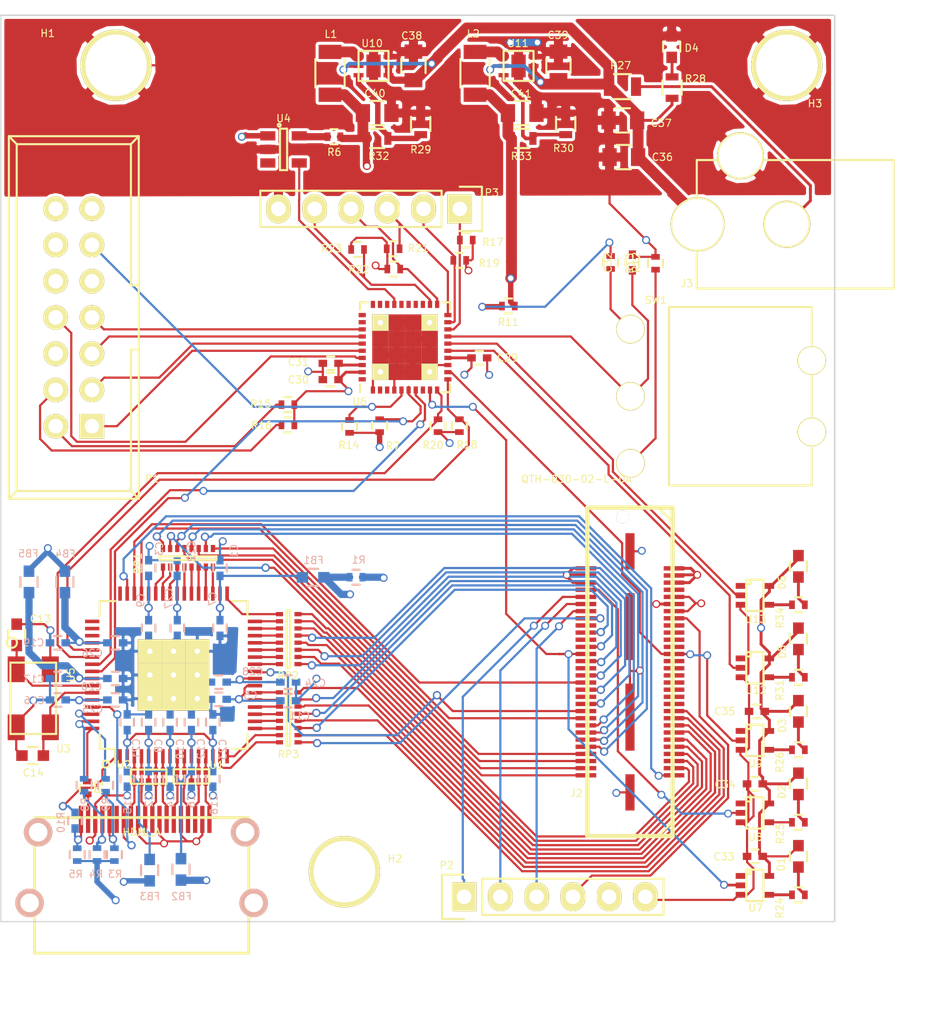
<source format=kicad_pcb>
(kicad_pcb (version 4) (host pcbnew "(2015-04-17 BZR 5609)-product")
  (layers (0 F.Cu signal) (1 In1.Cu power) (2 In2.Cu power) (31 B.Cu signal) (34 B.Paste user) (35 F.Paste user) (36 B.SilkS user) (37 F.SilkS user) (38 B.Mask user) (39 F.Mask user) (44 Edge.Cuts user))
  (net 0 "")
  (net 1 "Net-(J1-Pad14)")
  (net 2 /HDMI_INPUT/HDMI_RX2_P)
  (net 3 GND)
  (net 4 /HDMI_INPUT/HDMI_RX2_N)
  (net 5 /HDMI_INPUT/HDMI_RX1_P)
  (net 6 /HDMI_INPUT/HDMI_RX1_N)
  (net 7 /HDMI_INPUT/HDMI_RX0_P)
  (net 8 /HDMI_INPUT/HDMI_RX0_N)
  (net 9 /HDMI_INPUT/HDMI_CLK_P)
  (net 10 /HDMI_INPUT/HDMI_CLK_N)
  (net 11 /HDMI_INPUT/HDMI_CEC)
  (net 12 /HDMI_INPUT/HDMI_SCL)
  (net 13 /HDMI_INPUT/HDMI_SDA)
  (net 14 /HDMI_INPUT/HDMI_PWR_5V)
  (net 15 /HDMI_INPUT/HDMI_HPA)
  (net 16 "Net-(R10-Pad2)")
  (net 17 /HDMI_INPUT/ADV_CVDD)
  (net 18 /HDMI_INPUT/ADV_TVDD)
  (net 19 /HDMI_INPUT/R7)
  (net 20 /HDMI_INPUT/R6)
  (net 21 /HDMI_INPUT/R5)
  (net 22 /HDMI_INPUT/R4)
  (net 23 /HDMI_INPUT/R3)
  (net 24 /HDMI_INPUT/R2)
  (net 25 /HDMI_INPUT/R1)
  (net 26 /HDMI_INPUT/R0)
  (net 27 /HDMI_INPUT/ADV_DVDDIO)
  (net 28 /HDMI_INPUT/ADV_DVDD)
  (net 29 /HDMI_INPUT/G7)
  (net 30 /HDMI_INPUT/G6)
  (net 31 /HDMI_INPUT/G5)
  (net 32 /HDMI_INPUT/G4)
  (net 33 /HDMI_INPUT/G3)
  (net 34 /HDMI_INPUT/G2)
  (net 35 /HDMI_INPUT/G1)
  (net 36 /HDMI_INPUT/G0)
  (net 37 /HDMI_INPUT/B7)
  (net 38 /HDMI_INPUT/B6)
  (net 39 /HDMI_INPUT/B5)
  (net 40 /HDMI_INPUT/B4)
  (net 41 /HDMI_INPUT/B3)
  (net 42 /HDMI_INPUT/B2)
  (net 43 /HDMI_INPUT/B1)
  (net 44 /HDMI_INPUT/B0)
  (net 45 HSYNC_CS)
  (net 46 VSYNC_WE)
  (net 47 "Net-(U5-Pad48)")
  (net 48 "Net-(U5-Pad49)")
  (net 49 "Net-(U5-Pad50)")
  (net 50 "Net-(U5-Pad51)")
  (net 51 MSP_I2C_SCL)
  (net 52 MSP_I2C_SDA)
  (net 53 HDMI_INT1)
  (net 54 /HDMI_INPUT/ADV_PVDD)
  (net 55 "Net-(C13-Pad1)")
  (net 56 "Net-(C14-Pad1)")
  (net 57 "Net-(R9-Pad1)")
  (net 58 "Net-(R8-Pad1)")
  (net 59 /HDMI_INPUT/HDMI_PWR)
  (net 60 /HDMI_INPUT/ADV_VDD3V3)
  (net 61 /HDMI_INPUT/ADV_VDD1V8)
  (net 62 "Net-(J2-Pad22)")
  (net 63 "Net-(J2-Pad23)")
  (net 64 "Net-(J2-Pad24)")
  (net 65 "Net-(J2-Pad26)")
  (net 66 "Net-(J2-Pad28)")
  (net 67 "Net-(J2-Pad30)")
  (net 68 "Net-(J2-Pad32)")
  (net 69 "Net-(J2-Pad34)")
  (net 70 "Net-(J2-Pad38)")
  (net 71 "Net-(J2-Pad40)")
  (net 72 "Net-(J2-Pad42)")
  (net 73 "Net-(J2-Pad44)")
  (net 74 "Net-(J2-Pad54)")
  (net 75 +3V3)
  (net 76 "Net-(R6-Pad1)")
  (net 77 +1V8)
  (net 78 /CONNECTOR/PDATA1)
  (net 79 /CONNECTOR/PDATA3)
  (net 80 /CONNECTOR/PDATA8)
  (net 81 /CONNECTOR/PDATA5)
  (net 82 /CONNECTOR/PDATA9)
  (net 83 /CONNECTOR/PDATA7)
  (net 84 /CONNECTOR/PDATA10)
  (net 85 /CONNECTOR/PDATA0)
  (net 86 /CONNECTOR/PDATA12)
  (net 87 /CONNECTOR/PDATA2)
  (net 88 /CONNECTOR/PDATA14)
  (net 89 /CONNECTOR/PDATA4)
  (net 90 /CONNECTOR/PDATA16)
  (net 91 /CONNECTOR/PDATA6)
  (net 92 /CONNECTOR/PDATA18)
  (net 93 /CONNECTOR/PDATA20)
  (net 94 /CONNECTOR/PDATA22)
  (net 95 /CONNECTOR/PDATA11)
  (net 96 /CONNECTOR/PDATA13)
  (net 97 /CONNECTOR/PDATA15)
  (net 98 /CONNECTOR/PDATA17)
  (net 99 /CONNECTOR/PDATA19)
  (net 100 /CONNECTOR/PDATA21)
  (net 101 /CONNECTOR/PDATA23)
  (net 102 PCLK)
  (net 103 /MSP430/MSP_VDD3V3)
  (net 104 /MSP430/POWER_ON)
  (net 105 SYSPWR)
  (net 106 /CONNECTOR/HOST_IRQ_LED)
  (net 107 /CONNECTOR/RESETZ_LED)
  (net 108 /CONNECTOR/PROJ_ON_LED)
  (net 109 "Net-(D4-Pad1)")
  (net 110 DATEN_CMD)
  (net 111 3DR)
  (net 112 HOST_IRQ)
  (net 113 PROJ_ON)
  (net 114 I2C0_SDA)
  (net 115 I2C0_SCL)
  (net 116 SPI0_CLK)
  (net 117 SPI0_MISO)
  (net 118 SPI0_MOSI)
  (net 119 SPI0_CSZ0)
  (net 120 /CONNECTOR/RESETZ)
  (net 121 "Net-(L1-Pad1)")
  (net 122 "Net-(L2-Pad1)")
  (net 123 /MSP430/TDO)
  (net 124 /MSP430/VCC_TOOL)
  (net 125 /MSP430/TDI)
  (net 126 /MSP430/VCC_TARGET)
  (net 127 /MSP430/TMS)
  (net 128 "Net-(P1-Pad6)")
  (net 129 /MSP430/TCK)
  (net 130 /MSP430/TEST)
  (net 131 "Net-(P1-Pad10)")
  (net 132 RESET)
  (net 133 "Net-(P1-Pad12)")
  (net 134 "Net-(P1-Pad13)")
  (net 135 "Net-(P1-Pad14)")
  (net 136 RESET_ADV7611)
  (net 137 "Net-(R12-Pad2)")
  (net 138 "Net-(R13-Pad1)")
  (net 139 /MSP430/PB_UP)
  (net 140 /MSP430/PB_DOWN)
  (net 141 /MSP430/PB_LEFT)
  (net 142 /MSP430/PB_RIGHT)
  (net 143 /MSP430/PB_SELECT)
  (net 144 /CONNECTOR/HOST_IRQ_DRIVE)
  (net 145 /CONNECTOR/RESETZ_DRIVE)
  (net 146 /CONNECTOR/PROJ_ON_DRIVE)
  (net 147 "Net-(R29-Pad1)")
  (net 148 "Net-(R30-Pad1)")
  (net 149 "Net-(U6-Pad2)")
  (net 150 "Net-(U6-Pad3)")
  (net 151 "Net-(U6-Pad23)")
  (net 152 ADV_1V8_EN)
  (net 153 "Net-(U6-Pad29)")
  (net 154 "Net-(U6-Pad30)")
  (net 155 "Net-(U6-Pad31)")
  (net 156 "Net-(U6-Pad32)")
  (net 157 "Net-(U6-Pad40)")
  (net 158 "Net-(U4-Pad3)")
  (net 159 "Net-(J3-Pad2)")
  (net 160 "Net-(U6-Pad8)")
  (net 161 "Net-(U6-Pad28)")
  (net 162 "Net-(U6-Pad24)")
  (net 163 "Net-(U6-Pad25)")
  (net 164 "Net-(U6-Pad26)")
  (net 165 /MSP430/DEBUG1_LED)
  (net 166 /MSP430/DEBUG2_LED)
  (net 167 /MSP430/DEBUG1_DRIVE)
  (net 168 /MSP430/DEBUG2_DRIVE)
  (net 169 /MSP430/DEBUG1)
  (net 170 /MSP430/DEBUG2)
  (module QTH_030_02:QTH-030-02-L-D-A (layer F.Cu) (at 89.799998 109.50001 90)
    (fp_text reference J2 (at -8.5 -3.75 180) (layer F.SilkS) (effects (font (size 0.508 0.508) (thickness 0.0762))))
    (fp_text value QTH-030-02-L-DA (at 13.5 -3.75 360) (layer F.SilkS) (effects (font (size 0.508 0.508) (thickness 0.0762))))
    (pad 1 smd rect (at -7.25 -3.0861 270) (size 0.3048 1.4478) (layers F.Cu F.Paste F.Mask) (net 78 /CONNECTOR/PDATA1))
    (pad 2 smd rect (at -7.25 3.0861 90) (size 0.3048 1.4478) (layers F.Cu F.Paste F.Mask) (net 46 VSYNC_WE))
    (pad 3 smd rect (at -6.75 -3.0861 270) (size 0.3048 1.4478) (layers F.Cu F.Paste F.Mask) (net 79 /CONNECTOR/PDATA3))
    (pad 4 smd rect (at -6.75 3.0861 90) (size 0.3048 1.4478) (layers F.Cu F.Paste F.Mask) (net 80 /CONNECTOR/PDATA8))
    (pad 5 smd rect (at -6.25 -3.0861 270) (size 0.3048 1.4478) (layers F.Cu F.Paste F.Mask) (net 81 /CONNECTOR/PDATA5))
    (pad 6 smd rect (at -6.25 3.0861 90) (size 0.3048 1.4478) (layers F.Cu F.Paste F.Mask) (net 82 /CONNECTOR/PDATA9))
    (pad 7 smd rect (at -5.75 -3.0861 270) (size 0.3048 1.4478) (layers F.Cu F.Paste F.Mask) (net 83 /CONNECTOR/PDATA7))
    (pad 8 smd rect (at -5.75 3.0861 90) (size 0.3048 1.4478) (layers F.Cu F.Paste F.Mask) (net 84 /CONNECTOR/PDATA10))
    (pad 9 smd rect (at -5.25 -3.0861 270) (size 0.3048 1.4478) (layers F.Cu F.Paste F.Mask) (net 85 /CONNECTOR/PDATA0))
    (pad 10 smd rect (at -5.25 3.0861 90) (size 0.3048 1.4478) (layers F.Cu F.Paste F.Mask) (net 86 /CONNECTOR/PDATA12))
    (pad 11 smd rect (at -4.75 -3.0861 270) (size 0.3048 1.4478) (layers F.Cu F.Paste F.Mask) (net 87 /CONNECTOR/PDATA2))
    (pad 12 smd rect (at -4.75 3.0861 90) (size 0.3048 1.4478) (layers F.Cu F.Paste F.Mask) (net 88 /CONNECTOR/PDATA14))
    (pad 13 smd rect (at -4.25 -3.0861 270) (size 0.3048 1.4478) (layers F.Cu F.Paste F.Mask) (net 89 /CONNECTOR/PDATA4))
    (pad 14 smd rect (at -4.25 3.0861 90) (size 0.3048 1.4478) (layers F.Cu F.Paste F.Mask) (net 90 /CONNECTOR/PDATA16))
    (pad 15 smd rect (at -3.75 -3.0861 270) (size 0.3048 1.4478) (layers F.Cu F.Paste F.Mask) (net 91 /CONNECTOR/PDATA6))
    (pad 16 smd rect (at -3.75 3.0861 90) (size 0.3048 1.4478) (layers F.Cu F.Paste F.Mask) (net 92 /CONNECTOR/PDATA18))
    (pad 17 smd rect (at -3.25 -3.0861 270) (size 0.3048 1.4478) (layers F.Cu F.Paste F.Mask) (net 110 DATEN_CMD))
    (pad 18 smd rect (at -3.25 3.0861 90) (size 0.3048 1.4478) (layers F.Cu F.Paste F.Mask) (net 93 /CONNECTOR/PDATA20))
    (pad 19 smd rect (at -2.75 -3.0861 270) (size 0.3048 1.4478) (layers F.Cu F.Paste F.Mask) (net 102 PCLK))
    (pad 20 smd rect (at -2.75 3.0861 90) (size 0.3048 1.4478) (layers F.Cu F.Paste F.Mask) (net 94 /CONNECTOR/PDATA22))
    (pad 21 smd rect (at -2.25 -3.0861 270) (size 0.3048 1.4478) (layers F.Cu F.Paste F.Mask) (net 95 /CONNECTOR/PDATA11))
    (pad 22 smd rect (at -2.25 3.0861 90) (size 0.3048 1.4478) (layers F.Cu F.Paste F.Mask) (net 62 "Net-(J2-Pad22)"))
    (pad 23 smd rect (at -1.75 -3.0861 270) (size 0.3048 1.4478) (layers F.Cu F.Paste F.Mask) (net 63 "Net-(J2-Pad23)"))
    (pad 24 smd rect (at -1.75 3.0861 90) (size 0.3048 1.4478) (layers F.Cu F.Paste F.Mask) (net 64 "Net-(J2-Pad24)"))
    (pad 25 smd rect (at -1.25 -3.0861 270) (size 0.3048 1.4478) (layers F.Cu F.Paste F.Mask) (net 96 /CONNECTOR/PDATA13))
    (pad 26 smd rect (at -1.25 3.0861 90) (size 0.3048 1.4478) (layers F.Cu F.Paste F.Mask) (net 65 "Net-(J2-Pad26)"))
    (pad 27 smd rect (at -0.75 -3.0861 270) (size 0.3048 1.4478) (layers F.Cu F.Paste F.Mask) (net 45 HSYNC_CS))
    (pad 28 smd rect (at -0.75 3.0861 90) (size 0.3048 1.4478) (layers F.Cu F.Paste F.Mask) (net 66 "Net-(J2-Pad28)"))
    (pad 29 smd rect (at -0.25 -3.0861 270) (size 0.3048 1.4478) (layers F.Cu F.Paste F.Mask) (net 97 /CONNECTOR/PDATA15))
    (pad 30 smd rect (at -0.25 3.0861 90) (size 0.3048 1.4478) (layers F.Cu F.Paste F.Mask) (net 67 "Net-(J2-Pad30)"))
    (pad 31 smd rect (at 0.25 -3.0861 270) (size 0.3048 1.4478) (layers F.Cu F.Paste F.Mask) (net 111 3DR))
    (pad 32 smd rect (at 0.25 3.0861 90) (size 0.3048 1.4478) (layers F.Cu F.Paste F.Mask) (net 68 "Net-(J2-Pad32)"))
    (pad 33 smd rect (at 0.75 -3.0861 270) (size 0.3048 1.4478) (layers F.Cu F.Paste F.Mask) (net 98 /CONNECTOR/PDATA17))
    (pad 34 smd rect (at 0.75 3.0861 90) (size 0.3048 1.4478) (layers F.Cu F.Paste F.Mask) (net 69 "Net-(J2-Pad34)"))
    (pad 35 smd rect (at 1.25 -3.0861 270) (size 0.3048 1.4478) (layers F.Cu F.Paste F.Mask) (net 112 HOST_IRQ))
    (pad 36 smd rect (at 1.25 3.0861 90) (size 0.3048 1.4478) (layers F.Cu F.Paste F.Mask) (net 113 PROJ_ON))
    (pad 37 smd rect (at 1.75 -3.0861 270) (size 0.3048 1.4478) (layers F.Cu F.Paste F.Mask) (net 99 /CONNECTOR/PDATA19))
    (pad 38 smd rect (at 1.75 3.0861 90) (size 0.3048 1.4478) (layers F.Cu F.Paste F.Mask) (net 70 "Net-(J2-Pad38)"))
    (pad 39 smd rect (at 2.25 -3.0861 270) (size 0.3048 1.4478) (layers F.Cu F.Paste F.Mask) (net 114 I2C0_SDA))
    (pad 40 smd rect (at 2.25 3.0861 90) (size 0.3048 1.4478) (layers F.Cu F.Paste F.Mask) (net 71 "Net-(J2-Pad40)"))
    (pad 41 smd rect (at 2.75 -3.0861 270) (size 0.3048 1.4478) (layers F.Cu F.Paste F.Mask) (net 100 /CONNECTOR/PDATA21))
    (pad 42 smd rect (at 2.75 3.0861 90) (size 0.3048 1.4478) (layers F.Cu F.Paste F.Mask) (net 72 "Net-(J2-Pad42)"))
    (pad 43 smd rect (at 3.25 -3.0861 270) (size 0.3048 1.4478) (layers F.Cu F.Paste F.Mask) (net 115 I2C0_SCL))
    (pad 44 smd rect (at 3.25 3.0861 90) (size 0.3048 1.4478) (layers F.Cu F.Paste F.Mask) (net 73 "Net-(J2-Pad44)"))
    (pad 45 smd rect (at 3.75 -3.0861 270) (size 0.3048 1.4478) (layers F.Cu F.Paste F.Mask) (net 101 /CONNECTOR/PDATA23))
    (pad 46 smd rect (at 3.75 3.0861 90) (size 0.3048 1.4478) (layers F.Cu F.Paste F.Mask) (net 116 SPI0_CLK))
    (pad 47 smd rect (at 4.25 -3.0861 270) (size 0.3048 1.4478) (layers F.Cu F.Paste F.Mask) (net 117 SPI0_MISO))
    (pad 48 smd rect (at 4.25 3.0861 90) (size 0.3048 1.4478) (layers F.Cu F.Paste F.Mask) (net 77 +1V8))
    (pad 49 smd rect (at 4.75 -3.0861 270) (size 0.3048 1.4478) (layers F.Cu F.Paste F.Mask) (net 118 SPI0_MOSI))
    (pad 50 smd rect (at 4.75 3.0861 90) (size 0.3048 1.4478) (layers F.Cu F.Paste F.Mask) (net 75 +3V3))
    (pad 51 smd rect (at 5.25 -3.0861 270) (size 0.3048 1.4478) (layers F.Cu F.Paste F.Mask) (net 119 SPI0_CSZ0))
    (pad 52 smd rect (at 5.25 3.0861 90) (size 0.3048 1.4478) (layers F.Cu F.Paste F.Mask) (net 77 +1V8))
    (pad 53 smd rect (at 5.75 -3.0861 270) (size 0.3048 1.4478) (layers F.Cu F.Paste F.Mask) (net 120 /CONNECTOR/RESETZ))
    (pad 54 smd rect (at 5.75 3.0861 90) (size 0.3048 1.4478) (layers F.Cu F.Paste F.Mask) (net 74 "Net-(J2-Pad54)"))
    (pad 55 smd rect (at 6.25 -3.0861 270) (size 0.3048 1.4478) (layers F.Cu F.Paste F.Mask) (net 105 SYSPWR))
    (pad 56 smd rect (at 6.25 3.0861 90) (size 0.3048 1.4478) (layers F.Cu F.Paste F.Mask) (net 105 SYSPWR))
    (pad 57 smd rect (at 6.75 -3.0861 270) (size 0.3048 1.4478) (layers F.Cu F.Paste F.Mask) (net 105 SYSPWR))
    (pad 58 smd rect (at 6.75 3.0861 90) (size 0.3048 1.4478) (layers F.Cu F.Paste F.Mask) (net 105 SYSPWR))
    (pad 59 smd rect (at 7.25 -3.0861 270) (size 0.3048 1.4478) (layers F.Cu F.Paste F.Mask) (net 105 SYSPWR))
    (pad 60 smd rect (at 7.25 3.0861 90) (size 0.3048 1.4478) (layers F.Cu F.Paste F.Mask) (net 105 SYSPWR))
    (pad 61 smd rect (at 8.445 0 90) (size 2.54 0.64) (layers F.Cu F.Paste F.Mask) (net 3 GND))
    (pad 62 smd rect (at 3.175 0 90) (size 4.7 0.64) (layers F.Cu F.Paste F.Mask) (net 3 GND))
    (pad 63 smd rect (at -3.175 0 90) (size 4.7 0.64) (layers F.Cu F.Paste F.Mask) (net 3 GND))
    (pad 64 smd rect (at -8.445 0 90) (size 2.54 0.64) (layers F.Cu F.Paste F.Mask) (net 3 GND))
    (pad "" np_thru_hole circle (at -10.845 -0.508 90) (size 0.9 0.9) (drill 0.9) (layers *.Cu *.Mask F.SilkS))
    (pad "" thru_hole circle (at 10.845 -0.508 90) (size 0.9 0.9) (drill 0.9) (layers *.Cu *.Mask F.SilkS))
  )
  (module Resistors_SMD:R_0402 (layer F.Cu) (at 91.5924 80.8736 90)
    (fp_text reference R13 (at 0 -1.8 90) (layer F.SilkS) (effects (font (size 0.508 0.508) (thickness 0.0762))))
    (fp_text value 4.7k)
    (pad 1 smd rect (at -0.45 0 90) (size 0.4 0.6) (layers F.Cu F.Paste F.Mask) (net 138 "Net-(R13-Pad1)"))
    (pad 2 smd rect (at 0.45 0 90) (size 0.4 0.6) (layers F.Cu F.Paste F.Mask) (net 3 GND))
  )
  (module hdmi:FCI_10029449-11[13]RLF (layer F.Cu) (at 55.5924 120.7372)
    (fp_text reference J1 (at 0 0) (layer F.SilkS) (effects (font (size 0.508 0.508) (thickness 0.0762))))
    (fp_text value HDMI_A (at 0 0) (layer F.SilkS) (effects (font (size 0.508 0.508) (thickness 0.0762))))
    (pad SHLD thru_hole circle (at -7.85 4.95) (size 2 2) (drill 1.3) (layers *.Cu *.SilkS *.Mask) (net 3 GND))
    (pad SHLD thru_hole circle (at 7.85 4.95) (size 2 2) (drill 1.3) (layers *.Cu *.SilkS *.Mask) (net 3 GND))
    (pad SHLD thru_hole circle (at -7.25 0) (size 2 2) (drill 1.3) (layers *.Cu *.SilkS *.Mask) (net 3 GND))
    (pad SHLD thru_hole circle (at 7.25 0) (size 2 2) (drill 1.3) (layers *.Cu *.SilkS *.Mask) (net 3 GND))
    (pad 1 smd rect (at 4.75 -0.9) (size 0.3 1.9) (layers F.Cu F.Paste F.Mask) (net 2 /HDMI_INPUT/HDMI_RX2_P))
    (pad 2 smd rect (at 4.25 -0.9) (size 0.3 1.9) (layers F.Cu F.Paste F.Mask) (net 3 GND))
    (pad 3 smd rect (at 3.75 -0.9) (size 0.3 1.9) (layers F.Cu F.Paste F.Mask) (net 4 /HDMI_INPUT/HDMI_RX2_N))
    (pad 4 smd rect (at 3.25 -0.9) (size 0.3 1.9) (layers F.Cu F.Paste F.Mask) (net 5 /HDMI_INPUT/HDMI_RX1_P))
    (pad 5 smd rect (at 2.75 -0.9) (size 0.3 1.9) (layers F.Cu F.Paste F.Mask) (net 3 GND))
    (pad 6 smd rect (at 2.25 -0.9) (size 0.3 1.9) (layers F.Cu F.Paste F.Mask) (net 6 /HDMI_INPUT/HDMI_RX1_N))
    (pad 7 smd rect (at 1.75 -0.9) (size 0.3 1.9) (layers F.Cu F.Paste F.Mask) (net 7 /HDMI_INPUT/HDMI_RX0_P))
    (pad 8 smd rect (at 1.25 -0.9) (size 0.3 1.9) (layers F.Cu F.Paste F.Mask) (net 3 GND))
    (pad 9 smd rect (at 0.75 -0.9) (size 0.3 1.9) (layers F.Cu F.Paste F.Mask) (net 8 /HDMI_INPUT/HDMI_RX0_N))
    (pad 10 smd rect (at 0.25 -0.9) (size 0.3 1.9) (layers F.Cu F.Paste F.Mask) (net 9 /HDMI_INPUT/HDMI_CLK_P))
    (pad 11 smd rect (at -0.25 -0.9) (size 0.3 1.9) (layers F.Cu F.Paste F.Mask) (net 3 GND))
    (pad 12 smd rect (at -0.75 -0.9) (size 0.3 1.9) (layers F.Cu F.Paste F.Mask) (net 10 /HDMI_INPUT/HDMI_CLK_N))
    (pad 13 smd rect (at -1.25 -0.9) (size 0.3 1.9) (layers F.Cu F.Paste F.Mask) (net 11 /HDMI_INPUT/HDMI_CEC))
    (pad 14 smd rect (at -1.75 -0.9) (size 0.3 1.9) (layers F.Cu F.Paste F.Mask) (net 1 "Net-(J1-Pad14)"))
    (pad 15 smd rect (at -2.25 -0.9) (size 0.3 1.9) (layers F.Cu F.Paste F.Mask) (net 12 /HDMI_INPUT/HDMI_SCL))
    (pad 16 smd rect (at -2.75 -0.9) (size 0.3 1.9) (layers F.Cu F.Paste F.Mask) (net 13 /HDMI_INPUT/HDMI_SDA))
    (pad 17 smd rect (at -3.25 -0.9) (size 0.3 1.9) (layers F.Cu F.Paste F.Mask) (net 3 GND))
    (pad 18 smd rect (at -3.75 -0.9) (size 0.3 1.9) (layers F.Cu F.Paste F.Mask) (net 14 /HDMI_INPUT/HDMI_PWR_5V))
    (pad 19 smd rect (at -4.25 -0.9) (size 0.3 1.9) (layers F.Cu F.Paste F.Mask) (net 15 /HDMI_INPUT/HDMI_HPA))
  )
  (module rpack:RPACK-8_0616 (layer F.Cu) (at 65.998 105.208)
    (fp_text reference RP2 (at -0.14088 4.56064) (layer F.SilkS) (effects (font (size 0.508 0.508) (thickness 0.0762))))
    (fp_text value R_PACK8)
    (pad 1 smd rect (at -0.75 0.25 90) (size 0.3 0.5) (layers F.Cu F.Paste F.Mask) (net 36 /HDMI_INPUT/G0))
    (pad 2 smd rect (at -0.75 0.75 90) (size 0.3 0.5) (layers F.Cu F.Paste F.Mask) (net 35 /HDMI_INPUT/G1))
    (pad 3 smd rect (at -0.75 1.25 90) (size 0.3 0.5) (layers F.Cu F.Paste F.Mask) (net 34 /HDMI_INPUT/G2))
    (pad 4 smd rect (at -0.75 1.75 90) (size 0.3 0.5) (layers F.Cu F.Paste F.Mask) (net 33 /HDMI_INPUT/G3))
    (pad 5 smd rect (at -0.75 2.25 90) (size 0.3 0.5) (layers F.Cu F.Paste F.Mask) (net 32 /HDMI_INPUT/G4))
    (pad 6 smd rect (at -0.75 2.75 90) (size 0.3 0.5) (layers F.Cu F.Paste F.Mask) (net 31 /HDMI_INPUT/G5))
    (pad 7 smd rect (at -0.75 3.25 90) (size 0.3 0.5) (layers F.Cu F.Paste F.Mask) (net 30 /HDMI_INPUT/G6))
    (pad 8 smd rect (at -0.75 3.75 90) (size 0.3 0.5) (layers F.Cu F.Paste F.Mask) (net 29 /HDMI_INPUT/G7))
    (pad 9 smd rect (at 0.55 3.75 90) (size 0.3 0.5) (layers F.Cu F.Paste F.Mask) (net 97 /CONNECTOR/PDATA15))
    (pad 10 smd rect (at 0.55 3.25 90) (size 0.3 0.5) (layers F.Cu F.Paste F.Mask) (net 88 /CONNECTOR/PDATA14))
    (pad 11 smd rect (at 0.55 2.75 90) (size 0.3 0.5) (layers F.Cu F.Paste F.Mask) (net 96 /CONNECTOR/PDATA13))
    (pad 12 smd rect (at 0.55 2.25 90) (size 0.3 0.5) (layers F.Cu F.Paste F.Mask) (net 86 /CONNECTOR/PDATA12))
    (pad 13 smd rect (at 0.55 1.75 90) (size 0.3 0.5) (layers F.Cu F.Paste F.Mask) (net 95 /CONNECTOR/PDATA11))
    (pad 14 smd rect (at 0.55 1.25 90) (size 0.3 0.5) (layers F.Cu F.Paste F.Mask) (net 84 /CONNECTOR/PDATA10))
    (pad 15 smd rect (at 0.55 0.75 90) (size 0.3 0.5) (layers F.Cu F.Paste F.Mask) (net 82 /CONNECTOR/PDATA9))
    (pad 16 smd rect (at 0.55 0.25 90) (size 0.3 0.5) (layers F.Cu F.Paste F.Mask) (net 80 /CONNECTOR/PDATA8))
  )
  (module Capacitors_SMD:C_0402 (layer B.Cu) (at 61.08 102.22738 90)
    (fp_text reference C1 (at 1.17348 0.9849 90) (layer B.SilkS) (effects (font (size 0.508 0.508) (thickness 0.0762)) (justify mirror)))
    (fp_text value 0.1uF)
    (pad 1 smd rect (at -0.55 0 90) (size 0.6 0.5) (layers B.Cu B.Paste B.Mask) (net 27 /HDMI_INPUT/ADV_DVDDIO))
    (pad 2 smd rect (at 0.55 0 90) (size 0.6 0.5) (layers B.Cu B.Paste B.Mask) (net 3 GND))
  )
  (module Capacitors_SMD:C_0402 (layer B.Cu) (at 56.08 117 270)
    (fp_text reference C2 (at 1.51892 -0.02606 270) (layer B.SilkS) (effects (font (size 0.508 0.508) (thickness 0.0762)) (justify mirror)))
    (fp_text value 0.1uF)
    (pad 1 smd rect (at -0.55 0 270) (size 0.6 0.5) (layers B.Cu B.Paste B.Mask) (net 18 /HDMI_INPUT/ADV_TVDD))
    (pad 2 smd rect (at 0.55 0 270) (size 0.6 0.5) (layers B.Cu B.Paste B.Mask) (net 3 GND))
  )
  (module Capacitors_SMD:C_0402 (layer B.Cu) (at 56.08 102.22738 90)
    (fp_text reference C3 (at 1.35636 0.74996 90) (layer B.SilkS) (effects (font (size 0.508 0.508) (thickness 0.0762)) (justify mirror)))
    (fp_text value 0.1uF)
    (pad 1 smd rect (at -0.55 0 90) (size 0.6 0.5) (layers B.Cu B.Paste B.Mask) (net 27 /HDMI_INPUT/ADV_DVDDIO))
    (pad 2 smd rect (at 0.55 0 90) (size 0.6 0.5) (layers B.Cu B.Paste B.Mask) (net 3 GND))
  )
  (module Capacitors_SMD:C_0402 (layer B.Cu) (at 57.585 117 270)
    (fp_text reference C4 (at 1.53416 -0.04506 270) (layer B.SilkS) (effects (font (size 0.508 0.508) (thickness 0.0762)) (justify mirror)))
    (fp_text value 0.1uF)
    (pad 1 smd rect (at -0.55 0 270) (size 0.6 0.5) (layers B.Cu B.Paste B.Mask) (net 18 /HDMI_INPUT/ADV_TVDD))
    (pad 2 smd rect (at 0.55 0 270) (size 0.6 0.5) (layers B.Cu B.Paste B.Mask) (net 3 GND))
  )
  (module Capacitors_SMD:C_0402 (layer B.Cu) (at 61 111.42472 180)
    (fp_text reference C5 (at -2.21552 0.2794 180) (layer B.SilkS) (effects (font (size 0.508 0.508) (thickness 0.0762)) (justify mirror)))
    (fp_text value 0.1uF)
    (pad 1 smd rect (at -0.55 0 180) (size 0.6 0.5) (layers B.Cu B.Paste B.Mask) (net 27 /HDMI_INPUT/ADV_DVDDIO))
    (pad 2 smd rect (at 0.55 0 180) (size 0.6 0.5) (layers B.Cu B.Paste B.Mask) (net 3 GND))
  )
  (module Capacitors_SMD:C_0402 (layer B.Cu) (at 59.08 117 270)
    (fp_text reference C6 (at 1.5494 0.00976 270) (layer B.SilkS) (effects (font (size 0.508 0.508) (thickness 0.0762)) (justify mirror)))
    (fp_text value 0.1uF)
    (pad 1 smd rect (at -0.55 0 270) (size 0.6 0.5) (layers B.Cu B.Paste B.Mask) (net 18 /HDMI_INPUT/ADV_TVDD))
    (pad 2 smd rect (at 0.55 0 270) (size 0.6 0.5) (layers B.Cu B.Paste B.Mask) (net 3 GND))
  )
  (module Capacitors_SMD:C_0402 (layer B.Cu) (at 61.08 106.42972 270)
    (fp_text reference C7 (at -2.04334 0.51624 270) (layer B.SilkS) (effects (font (size 0.508 0.508) (thickness 0.0762)) (justify mirror)))
    (fp_text value 10nF)
    (pad 1 smd rect (at -0.55 0 270) (size 0.6 0.5) (layers B.Cu B.Paste B.Mask) (net 27 /HDMI_INPUT/ADV_DVDDIO))
    (pad 2 smd rect (at 0.55 0 270) (size 0.6 0.5) (layers B.Cu B.Paste B.Mask) (net 3 GND))
  )
  (module Capacitors_SMD:C_0402 (layer B.Cu) (at 56.08 113.03 90)
    (fp_text reference C8 (at -1.64846 0.70424 90) (layer B.SilkS) (effects (font (size 0.508 0.508) (thickness 0.0762)) (justify mirror)))
    (fp_text value 10nF)
    (pad 1 smd rect (at -0.55 0 90) (size 0.6 0.5) (layers B.Cu B.Paste B.Mask) (net 18 /HDMI_INPUT/ADV_TVDD))
    (pad 2 smd rect (at 0.55 0 90) (size 0.6 0.5) (layers B.Cu B.Paste B.Mask) (net 3 GND))
  )
  (module Capacitors_SMD:C_0402 (layer B.Cu) (at 56.08 106.42972 270)
    (fp_text reference C9 (at -1.93666 0.56068 270) (layer B.SilkS) (effects (font (size 0.508 0.508) (thickness 0.0762)) (justify mirror)))
    (fp_text value 10nF)
    (pad 1 smd rect (at -0.55 0 270) (size 0.6 0.5) (layers B.Cu B.Paste B.Mask) (net 27 /HDMI_INPUT/ADV_DVDDIO))
    (pad 2 smd rect (at 0.55 0 270) (size 0.6 0.5) (layers B.Cu B.Paste B.Mask) (net 3 GND))
  )
  (module Capacitors_SMD:C_0402 (layer B.Cu) (at 57.585 113.03 90)
    (fp_text reference C10 (at -1.88722 0.708 90) (layer B.SilkS) (effects (font (size 0.508 0.508) (thickness 0.0762)) (justify mirror)))
    (fp_text value 10nF)
    (pad 1 smd rect (at -0.55 0 90) (size 0.6 0.5) (layers B.Cu B.Paste B.Mask) (net 18 /HDMI_INPUT/ADV_TVDD))
    (pad 2 smd rect (at 0.55 0 90) (size 0.6 0.5) (layers B.Cu B.Paste B.Mask) (net 3 GND))
  )
  (module Capacitors_SMD:C_0402 (layer B.Cu) (at 65.86 111.52124)
    (fp_text reference C11 (at 0.79214 1.07188) (layer B.SilkS) (effects (font (size 0.508 0.508) (thickness 0.0762)) (justify mirror)))
    (fp_text value 10nF)
    (pad 1 smd rect (at -0.55 0) (size 0.6 0.5) (layers B.Cu B.Paste B.Mask) (net 27 /HDMI_INPUT/ADV_DVDDIO))
    (pad 2 smd rect (at 0.55 0) (size 0.6 0.5) (layers B.Cu B.Paste B.Mask) (net 3 GND))
  )
  (module Capacitors_SMD:C_0402 (layer B.Cu) (at 59.08 113.03 90)
    (fp_text reference C12 (at -1.86436 0.67604 90) (layer B.SilkS) (effects (font (size 0.508 0.508) (thickness 0.0762)) (justify mirror)))
    (fp_text value 10nF)
    (pad 1 smd rect (at -0.55 0 90) (size 0.6 0.5) (layers B.Cu B.Paste B.Mask) (net 18 /HDMI_INPUT/ADV_TVDD))
    (pad 2 smd rect (at 0.55 0 90) (size 0.6 0.5) (layers B.Cu B.Paste B.Mask) (net 3 GND))
  )
  (module Capacitors_SMD:C_0402 (layer B.Cu) (at 54.58 117 270)
    (fp_text reference C15 (at 1.7399 -0.03254 270) (layer B.SilkS) (effects (font (size 0.508 0.508) (thickness 0.0762)) (justify mirror)))
    (fp_text value 0.1uF)
    (pad 1 smd rect (at -0.55 0 270) (size 0.6 0.5) (layers B.Cu B.Paste B.Mask) (net 17 /HDMI_INPUT/ADV_CVDD))
    (pad 2 smd rect (at 0.55 0 270) (size 0.6 0.5) (layers B.Cu B.Paste B.Mask) (net 3 GND))
  )
  (module Capacitors_SMD:C_0402 (layer B.Cu) (at 49.72304 111.4676 180)
    (fp_text reference C16 (at 1.65608 -0.03586 180) (layer B.SilkS) (effects (font (size 0.508 0.508) (thickness 0.0762)) (justify mirror)))
    (fp_text value 0.1uF)
    (pad 1 smd rect (at -0.55 0 180) (size 0.6 0.5) (layers B.Cu B.Paste B.Mask) (net 28 /HDMI_INPUT/ADV_DVDD))
    (pad 2 smd rect (at 0.55 0 180) (size 0.6 0.5) (layers B.Cu B.Paste B.Mask) (net 3 GND))
  )
  (module Capacitors_SMD:C_0402 (layer B.Cu) (at 49.72304 109.9676 180)
    (fp_text reference C17 (at 1.68148 -0.04742 180) (layer B.SilkS) (effects (font (size 0.508 0.508) (thickness 0.0762)) (justify mirror)))
    (fp_text value 0.1uF)
    (pad 1 smd rect (at -0.55 0 180) (size 0.6 0.5) (layers B.Cu B.Paste B.Mask) (net 54 /HDMI_INPUT/ADV_PVDD))
    (pad 2 smd rect (at 0.55 0 180) (size 0.6 0.5) (layers B.Cu B.Paste B.Mask) (net 3 GND))
  )
  (module Capacitors_SMD:C_0402 (layer B.Cu) (at 60.58 117 270)
    (fp_text reference C18 (at 1.78562 -0.0752 270) (layer B.SilkS) (effects (font (size 0.508 0.508) (thickness 0.0762)) (justify mirror)))
    (fp_text value 0.1uF)
    (pad 1 smd rect (at -0.55 0 270) (size 0.6 0.5) (layers B.Cu B.Paste B.Mask) (net 17 /HDMI_INPUT/ADV_CVDD))
    (pad 2 smd rect (at 0.55 0 270) (size 0.6 0.5) (layers B.Cu B.Paste B.Mask) (net 3 GND))
  )
  (module Capacitors_SMD:C_0402 (layer B.Cu) (at 49.72304 107.4676 180)
    (fp_text reference C19 (at 1.69418 0.0129 180) (layer B.SilkS) (effects (font (size 0.508 0.508) (thickness 0.0762)) (justify mirror)))
    (fp_text value 0.1uF)
    (pad 1 smd rect (at -0.55 0 180) (size 0.6 0.5) (layers B.Cu B.Paste B.Mask) (net 28 /HDMI_INPUT/ADV_DVDD))
    (pad 2 smd rect (at 0.55 0 180) (size 0.6 0.5) (layers B.Cu B.Paste B.Mask) (net 3 GND))
  )
  (module Capacitors_SMD:C_0402 (layer B.Cu) (at 53.74424 109.9676)
    (fp_text reference C20 (at -1.65646 0.58336) (layer B.SilkS) (effects (font (size 0.508 0.508) (thickness 0.0762)) (justify mirror)))
    (fp_text value 10nF)
    (pad 1 smd rect (at -0.55 0) (size 0.6 0.5) (layers B.Cu B.Paste B.Mask) (net 54 /HDMI_INPUT/ADV_PVDD))
    (pad 2 smd rect (at 0.55 0) (size 0.6 0.5) (layers B.Cu B.Paste B.Mask) (net 3 GND))
  )
  (module Capacitors_SMD:C_0402 (layer B.Cu) (at 54.58 113.03 90)
    (fp_text reference C21 (at -1.86436 0.6396 90) (layer B.SilkS) (effects (font (size 0.508 0.508) (thickness 0.0762)) (justify mirror)))
    (fp_text value 10nF)
    (pad 1 smd rect (at -0.55 0 90) (size 0.6 0.5) (layers B.Cu B.Paste B.Mask) (net 17 /HDMI_INPUT/ADV_CVDD))
    (pad 2 smd rect (at 0.55 0 90) (size 0.6 0.5) (layers B.Cu B.Paste B.Mask) (net 3 GND))
  )
  (module Capacitors_SMD:C_0402 (layer B.Cu) (at 58.08 102.22738 90)
    (fp_text reference C22 (at 1.16332 1.0131 90) (layer B.SilkS) (effects (font (size 0.508 0.508) (thickness 0.0762)) (justify mirror)))
    (fp_text value 0.1uF)
    (pad 1 smd rect (at -0.55 0 90) (size 0.6 0.5) (layers B.Cu B.Paste B.Mask) (net 28 /HDMI_INPUT/ADV_DVDD))
    (pad 2 smd rect (at 0.55 0 90) (size 0.6 0.5) (layers B.Cu B.Paste B.Mask) (net 3 GND))
  )
  (module Capacitors_SMD:C_0402 (layer B.Cu) (at 60.58 113.03 90)
    (fp_text reference C23 (at -1.91008 0.6975 90) (layer B.SilkS) (effects (font (size 0.508 0.508) (thickness 0.0762)) (justify mirror)))
    (fp_text value 10nF)
    (pad 1 smd rect (at -0.55 0 90) (size 0.6 0.5) (layers B.Cu B.Paste B.Mask) (net 17 /HDMI_INPUT/ADV_CVDD))
    (pad 2 smd rect (at 0.55 0 90) (size 0.6 0.5) (layers B.Cu B.Paste B.Mask) (net 3 GND))
  )
  (module Capacitors_SMD:C_0402 (layer B.Cu) (at 65.86 110.22)
    (fp_text reference C24 (at 1.90466 0.07188) (layer B.SilkS) (effects (font (size 0.508 0.508) (thickness 0.0762)) (justify mirror)))
    (fp_text value 0.1uF)
    (pad 1 smd rect (at -0.55 0) (size 0.6 0.5) (layers B.Cu B.Paste B.Mask) (net 28 /HDMI_INPUT/ADV_DVDD))
    (pad 2 smd rect (at 0.55 0) (size 0.6 0.5) (layers B.Cu B.Paste B.Mask) (net 3 GND))
  )
  (module Capacitors_SMD:C_0402 (layer B.Cu) (at 53.74424 111.4676)
    (fp_text reference C25 (at -1.57772 0.63784) (layer B.SilkS) (effects (font (size 0.508 0.508) (thickness 0.0762)) (justify mirror)))
    (fp_text value 10nF)
    (pad 1 smd rect (at -0.55 0) (size 0.6 0.5) (layers B.Cu B.Paste B.Mask) (net 28 /HDMI_INPUT/ADV_DVDD))
    (pad 2 smd rect (at 0.55 0) (size 0.6 0.5) (layers B.Cu B.Paste B.Mask) (net 3 GND))
  )
  (module Capacitors_SMD:C_0402 (layer B.Cu) (at 53.74424 107.4676)
    (fp_text reference C26 (at -1.61582 0.72116) (layer B.SilkS) (effects (font (size 0.508 0.508) (thickness 0.0762)) (justify mirror)))
    (fp_text value 10nF)
    (pad 1 smd rect (at -0.55 0) (size 0.6 0.5) (layers B.Cu B.Paste B.Mask) (net 28 /HDMI_INPUT/ADV_DVDD))
    (pad 2 smd rect (at 0.55 0) (size 0.6 0.5) (layers B.Cu B.Paste B.Mask) (net 3 GND))
  )
  (module Capacitors_SMD:C_0402 (layer B.Cu) (at 58.09 106.42972 270)
    (fp_text reference C27 (at -2.0662 0.58948 270) (layer B.SilkS) (effects (font (size 0.508 0.508) (thickness 0.0762)) (justify mirror)))
    (fp_text value 10nF)
    (pad 1 smd rect (at -0.55 0 270) (size 0.6 0.5) (layers B.Cu B.Paste B.Mask) (net 28 /HDMI_INPUT/ADV_DVDD))
    (pad 2 smd rect (at 0.55 0 270) (size 0.6 0.5) (layers B.Cu B.Paste B.Mask) (net 3 GND))
  )
  (module Capacitors_SMD:C_0402 (layer B.Cu) (at 61 110.22 180)
    (fp_text reference C28 (at -2.36284 0.74092 180) (layer B.SilkS) (effects (font (size 0.508 0.508) (thickness 0.0762)) (justify mirror)))
    (fp_text value 10nF)
    (pad 1 smd rect (at -0.55 0 180) (size 0.6 0.5) (layers B.Cu B.Paste B.Mask) (net 28 /HDMI_INPUT/ADV_DVDD))
    (pad 2 smd rect (at 0.55 0 180) (size 0.6 0.5) (layers B.Cu B.Paste B.Mask) (net 3 GND))
  )
  (module Capacitors_SMD:C_0603 (layer B.Cu) (at 67.60718 102.88016 180)
    (fp_text reference FB1 (at -0.01778 1.19888 180) (layer B.SilkS) (effects (font (size 0.508 0.508) (thickness 0.0762)) (justify mirror)))
    (fp_text value FILTER)
    (pad 1 smd rect (at -0.75 0 180) (size 0.8 0.75) (layers B.Cu B.Paste B.Mask) (net 60 /HDMI_INPUT/ADV_VDD3V3))
    (pad 2 smd rect (at 0.75 0 180) (size 0.8 0.75) (layers B.Cu B.Paste B.Mask) (net 27 /HDMI_INPUT/ADV_DVDDIO))
  )
  (module Capacitors_SMD:C_0603 (layer B.Cu) (at 58.34888 123.33986 90)
    (fp_text reference FB2 (at -1.89484 0.03302 180) (layer B.SilkS) (effects (font (size 0.508 0.508) (thickness 0.0762)) (justify mirror)))
    (fp_text value FILTER)
    (pad 1 smd rect (at -0.75 0 90) (size 0.8 0.75) (layers B.Cu B.Paste B.Mask) (net 60 /HDMI_INPUT/ADV_VDD3V3))
    (pad 2 smd rect (at 0.75 0 90) (size 0.8 0.75) (layers B.Cu B.Paste B.Mask) (net 18 /HDMI_INPUT/ADV_TVDD))
  )
  (module Capacitors_SMD:C_0603 (layer B.Cu) (at 56.15178 123.3932 90)
    (fp_text reference FB3 (at -1.8415 0.01778 180) (layer B.SilkS) (effects (font (size 0.508 0.508) (thickness 0.0762)) (justify mirror)))
    (fp_text value FILTER)
    (pad 1 smd rect (at -0.75 0 90) (size 0.8 0.75) (layers B.Cu B.Paste B.Mask) (net 61 /HDMI_INPUT/ADV_VDD1V8))
    (pad 2 smd rect (at 0.75 0 90) (size 0.8 0.75) (layers B.Cu B.Paste B.Mask) (net 17 /HDMI_INPUT/ADV_CVDD))
  )
  (module Capacitors_SMD:C_0603 (layer B.Cu) (at 50.2158 103.2002 270)
    (fp_text reference FB4 (at -1.96596 -0.03556 360) (layer B.SilkS) (effects (font (size 0.508 0.508) (thickness 0.0762)) (justify mirror)))
    (fp_text value FILTER)
    (pad 1 smd rect (at -0.75 0 270) (size 0.8 0.75) (layers B.Cu B.Paste B.Mask) (net 61 /HDMI_INPUT/ADV_VDD1V8))
    (pad 2 smd rect (at 0.75 0 270) (size 0.8 0.75) (layers B.Cu B.Paste B.Mask) (net 28 /HDMI_INPUT/ADV_DVDD))
  )
  (module Capacitors_SMD:C_0603 (layer B.Cu) (at 47.7012 103.2002 270)
    (fp_text reference FB5 (at -1.98628 0.0508 360) (layer B.SilkS) (effects (font (size 0.508 0.508) (thickness 0.0762)) (justify mirror)))
    (fp_text value FILTER)
    (pad 1 smd rect (at -0.75 0 270) (size 0.8 0.75) (layers B.Cu B.Paste B.Mask) (net 61 /HDMI_INPUT/ADV_VDD1V8))
    (pad 2 smd rect (at 0.75 0 270) (size 0.8 0.75) (layers B.Cu B.Paste B.Mask) (net 54 /HDMI_INPUT/ADV_PVDD))
  )
  (module Resistors_SMD:R_0402 (layer B.Cu) (at 70.612 102.87)
    (fp_text reference R1 (at 0.18288 -1.20904) (layer B.SilkS) (effects (font (size 0.508 0.508) (thickness 0.0762)) (justify mirror)))
    (fp_text value 0.0)
    (pad 1 smd rect (at -0.45 0) (size 0.4 0.6) (layers B.Cu B.Paste B.Mask) (net 60 /HDMI_INPUT/ADV_VDD3V3))
    (pad 2 smd rect (at 0.45 0) (size 0.4 0.6) (layers B.Cu B.Paste B.Mask) (net 75 +3V3))
  )
  (module Resistors_SMD:R_0402 (layer F.Cu) (at 51.78298 117.62994 270)
    (fp_text reference R2 (at -0.06858 -0.8255 270) (layer F.SilkS) (effects (font (size 0.508 0.508) (thickness 0.0762))))
    (fp_text value 0.0)
    (pad 1 smd rect (at -0.45 0 270) (size 0.4 0.6) (layers F.Cu F.Paste F.Mask) (net 59 /HDMI_INPUT/HDMI_PWR))
    (pad 2 smd rect (at 0.45 0 270) (size 0.4 0.6) (layers F.Cu F.Paste F.Mask) (net 14 /HDMI_INPUT/HDMI_PWR_5V))
  )
  (module Resistors_SMD:R_0402 (layer B.Cu) (at 53.6829 122.30608 90)
    (fp_text reference R3 (at -1.36652 0.05334 180) (layer B.SilkS) (effects (font (size 0.508 0.508) (thickness 0.0762)) (justify mirror)))
    (fp_text value 4.7k)
    (pad 1 smd rect (at -0.45 0 90) (size 0.4 0.6) (layers B.Cu B.Paste B.Mask) (net 75 +3V3))
    (pad 2 smd rect (at 0.45 0 90) (size 0.4 0.6) (layers B.Cu B.Paste B.Mask) (net 12 /HDMI_INPUT/HDMI_SCL))
  )
  (module Resistors_SMD:R_0402 (layer B.Cu) (at 52.46878 122.29846 90)
    (fp_text reference R4 (at -1.37414 -0.07366 360) (layer B.SilkS) (effects (font (size 0.508 0.508) (thickness 0.0762)) (justify mirror)))
    (fp_text value 4.7k)
    (pad 1 smd rect (at -0.45 0 90) (size 0.4 0.6) (layers B.Cu B.Paste B.Mask) (net 75 +3V3))
    (pad 2 smd rect (at 0.45 0 90) (size 0.4 0.6) (layers B.Cu B.Paste B.Mask) (net 13 /HDMI_INPUT/HDMI_SDA))
  )
  (module Resistors_SMD:R_0402 (layer B.Cu) (at 51.0794 122.30608 90)
    (fp_text reference R5 (at -1.36652 -0.1016 180) (layer B.SilkS) (effects (font (size 0.508 0.508) (thickness 0.0762)) (justify mirror)))
    (fp_text value 4.7k)
    (pad 1 smd rect (at -0.45 0 90) (size 0.4 0.6) (layers B.Cu B.Paste B.Mask) (net 75 +3V3))
    (pad 2 smd rect (at 0.45 0 90) (size 0.4 0.6) (layers B.Cu B.Paste B.Mask) (net 15 /HDMI_INPUT/HDMI_HPA))
  )
  (module Resistors_SMD:R_0402 (layer F.Cu) (at 69.06514 72.009)
    (fp_text reference R6 (at 0.02286 1.08204) (layer F.SilkS) (effects (font (size 0.508 0.508) (thickness 0.0762))))
    (fp_text value 0.0)
    (pad 1 smd rect (at -0.45 0) (size 0.4 0.6) (layers F.Cu F.Paste F.Mask) (net 76 "Net-(R6-Pad1)"))
    (pad 2 smd rect (at 0.45 0) (size 0.4 0.6) (layers F.Cu F.Paste F.Mask) (net 77 +1V8))
  )
  (module Resistors_SMD:R_0402 (layer F.Cu) (at 72.263 92.2528 90)
    (fp_text reference R7 (at -1.42748 0.93472 180) (layer F.SilkS) (effects (font (size 0.508 0.508) (thickness 0.0762))))
    (fp_text value 4.7k)
    (pad 1 smd rect (at -0.45 0 90) (size 0.4 0.6) (layers F.Cu F.Paste F.Mask) (net 75 +3V3))
    (pad 2 smd rect (at 0.45 0 90) (size 0.4 0.6) (layers F.Cu F.Paste F.Mask) (net 136 RESET_ADV7611))
  )
  (module Resistors_SMD:R_0402 (layer B.Cu) (at 51.562 117.44198 270)
    (fp_text reference R8 (at 1.3462 -0.0635 270) (layer B.SilkS) (effects (font (size 0.508 0.508) (thickness 0.0762)) (justify mirror)))
    (fp_text value 33)
    (pad 1 smd rect (at -0.45 0 270) (size 0.4 0.6) (layers B.Cu B.Paste B.Mask) (net 58 "Net-(R8-Pad1)"))
    (pad 2 smd rect (at 0.45 0 270) (size 0.4 0.6) (layers B.Cu B.Paste B.Mask) (net 13 /HDMI_INPUT/HDMI_SDA))
  )
  (module Resistors_SMD:R_0402 (layer B.Cu) (at 53.06568 117.4496 270)
    (fp_text reference R9 (at 1.33858 -0.02794 270) (layer B.SilkS) (effects (font (size 0.508 0.508) (thickness 0.0762)) (justify mirror)))
    (fp_text value 33)
    (pad 1 smd rect (at -0.45 0 270) (size 0.4 0.6) (layers B.Cu B.Paste B.Mask) (net 57 "Net-(R9-Pad1)"))
    (pad 2 smd rect (at 0.45 0 270) (size 0.4 0.6) (layers B.Cu B.Paste B.Mask) (net 12 /HDMI_INPUT/HDMI_SCL))
  )
  (module Capacitors_SMD:C_0402 (layer B.Cu) (at 50.92192 119.92864 90)
    (fp_text reference R10 (at -0.12192 -0.98298 90) (layer B.SilkS) (effects (font (size 0.508 0.508) (thickness 0.0762)) (justify mirror)))
    (fp_text value 33)
    (pad 1 smd rect (at -0.55 0 90) (size 0.6 0.5) (layers B.Cu B.Paste B.Mask) (net 15 /HDMI_INPUT/HDMI_HPA))
    (pad 2 smd rect (at 0.55 0 90) (size 0.6 0.5) (layers B.Cu B.Paste B.Mask) (net 16 "Net-(R10-Pad2)"))
  )
  (module rpack:RPACK-8_0616 (layer F.Cu) (at 56.8384 101.4088 90)
    (fp_text reference RP1 (at -0.5 -1.5 90) (layer F.SilkS) (effects (font (size 0.508 0.508) (thickness 0.0762))))
    (fp_text value R_PACK8)
    (pad 1 smd rect (at -0.75 0.25 180) (size 0.3 0.5) (layers F.Cu F.Paste F.Mask) (net 44 /HDMI_INPUT/B0))
    (pad 2 smd rect (at -0.75 0.75 180) (size 0.3 0.5) (layers F.Cu F.Paste F.Mask) (net 43 /HDMI_INPUT/B1))
    (pad 3 smd rect (at -0.75 1.25 180) (size 0.3 0.5) (layers F.Cu F.Paste F.Mask) (net 42 /HDMI_INPUT/B2))
    (pad 4 smd rect (at -0.75 1.75 180) (size 0.3 0.5) (layers F.Cu F.Paste F.Mask) (net 41 /HDMI_INPUT/B3))
    (pad 5 smd rect (at -0.75 2.25 180) (size 0.3 0.5) (layers F.Cu F.Paste F.Mask) (net 40 /HDMI_INPUT/B4))
    (pad 6 smd rect (at -0.75 2.75 180) (size 0.3 0.5) (layers F.Cu F.Paste F.Mask) (net 39 /HDMI_INPUT/B5))
    (pad 7 smd rect (at -0.75 3.25 180) (size 0.3 0.5) (layers F.Cu F.Paste F.Mask) (net 38 /HDMI_INPUT/B6))
    (pad 8 smd rect (at -0.75 3.75 180) (size 0.3 0.5) (layers F.Cu F.Paste F.Mask) (net 37 /HDMI_INPUT/B7))
    (pad 9 smd rect (at 0.55 3.75 180) (size 0.3 0.5) (layers F.Cu F.Paste F.Mask) (net 83 /CONNECTOR/PDATA7))
    (pad 10 smd rect (at 0.55 3.25 180) (size 0.3 0.5) (layers F.Cu F.Paste F.Mask) (net 91 /CONNECTOR/PDATA6))
    (pad 11 smd rect (at 0.55 2.75 180) (size 0.3 0.5) (layers F.Cu F.Paste F.Mask) (net 81 /CONNECTOR/PDATA5))
    (pad 12 smd rect (at 0.55 2.25 180) (size 0.3 0.5) (layers F.Cu F.Paste F.Mask) (net 89 /CONNECTOR/PDATA4))
    (pad 13 smd rect (at 0.55 1.75 180) (size 0.3 0.5) (layers F.Cu F.Paste F.Mask) (net 79 /CONNECTOR/PDATA3))
    (pad 14 smd rect (at 0.55 1.25 180) (size 0.3 0.5) (layers F.Cu F.Paste F.Mask) (net 87 /CONNECTOR/PDATA2))
    (pad 15 smd rect (at 0.55 0.75 180) (size 0.3 0.5) (layers F.Cu F.Paste F.Mask) (net 78 /CONNECTOR/PDATA1))
    (pad 16 smd rect (at 0.55 0.25 180) (size 0.3 0.5) (layers F.Cu F.Paste F.Mask) (net 85 /CONNECTOR/PDATA0))
  )
  (module rpack:RPACK-8_0616 (layer F.Cu) (at 65.998 110.6864)
    (fp_text reference RP3 (at -0.12056 4.58896) (layer F.SilkS) (effects (font (size 0.508 0.508) (thickness 0.0762))))
    (fp_text value R_PACK8)
    (pad 1 smd rect (at -0.75 0.25 90) (size 0.3 0.5) (layers F.Cu F.Paste F.Mask) (net 26 /HDMI_INPUT/R0))
    (pad 2 smd rect (at -0.75 0.75 90) (size 0.3 0.5) (layers F.Cu F.Paste F.Mask) (net 25 /HDMI_INPUT/R1))
    (pad 3 smd rect (at -0.75 1.25 90) (size 0.3 0.5) (layers F.Cu F.Paste F.Mask) (net 24 /HDMI_INPUT/R2))
    (pad 4 smd rect (at -0.75 1.75 90) (size 0.3 0.5) (layers F.Cu F.Paste F.Mask) (net 23 /HDMI_INPUT/R3))
    (pad 5 smd rect (at -0.75 2.25 90) (size 0.3 0.5) (layers F.Cu F.Paste F.Mask) (net 22 /HDMI_INPUT/R4))
    (pad 6 smd rect (at -0.75 2.75 90) (size 0.3 0.5) (layers F.Cu F.Paste F.Mask) (net 21 /HDMI_INPUT/R5))
    (pad 7 smd rect (at -0.75 3.25 90) (size 0.3 0.5) (layers F.Cu F.Paste F.Mask) (net 20 /HDMI_INPUT/R6))
    (pad 8 smd rect (at -0.75 3.75 90) (size 0.3 0.5) (layers F.Cu F.Paste F.Mask) (net 19 /HDMI_INPUT/R7))
    (pad 9 smd rect (at 0.55 3.75 90) (size 0.3 0.5) (layers F.Cu F.Paste F.Mask) (net 101 /CONNECTOR/PDATA23))
    (pad 10 smd rect (at 0.55 3.25 90) (size 0.3 0.5) (layers F.Cu F.Paste F.Mask) (net 94 /CONNECTOR/PDATA22))
    (pad 11 smd rect (at 0.55 2.75 90) (size 0.3 0.5) (layers F.Cu F.Paste F.Mask) (net 100 /CONNECTOR/PDATA21))
    (pad 12 smd rect (at 0.55 2.25 90) (size 0.3 0.5) (layers F.Cu F.Paste F.Mask) (net 93 /CONNECTOR/PDATA20))
    (pad 13 smd rect (at 0.55 1.75 90) (size 0.3 0.5) (layers F.Cu F.Paste F.Mask) (net 99 /CONNECTOR/PDATA19))
    (pad 14 smd rect (at 0.55 1.25 90) (size 0.3 0.5) (layers F.Cu F.Paste F.Mask) (net 92 /CONNECTOR/PDATA18))
    (pad 15 smd rect (at 0.55 0.75 90) (size 0.3 0.5) (layers F.Cu F.Paste F.Mask) (net 98 /CONNECTOR/PDATA17))
    (pad 16 smd rect (at 0.55 0.25 90) (size 0.3 0.5) (layers F.Cu F.Paste F.Mask) (net 90 /CONNECTOR/PDATA16))
  )
  (module Capacitors_SMD:C_0603 (layer F.Cu) (at 46.84 106.91 90)
    (fp_text reference C13 (at 1.12408 1.66384 180) (layer F.SilkS) (effects (font (size 0.508 0.508) (thickness 0.0762))))
    (fp_text value 18pF)
    (pad 1 smd rect (at -0.75 0 90) (size 0.8 0.75) (layers F.Cu F.Paste F.Mask) (net 55 "Net-(C13-Pad1)"))
    (pad 2 smd rect (at 0.75 0 90) (size 0.8 0.75) (layers F.Cu F.Paste F.Mask) (net 3 GND))
  )
  (module Capacitors_SMD:C_0603 (layer F.Cu) (at 47.95844 115.3668 180)
    (fp_text reference C14 (at -0.04756 -1.20396 180) (layer F.SilkS) (effects (font (size 0.508 0.508) (thickness 0.0762))))
    (fp_text value 18pF)
    (pad 1 smd rect (at -0.75 0 180) (size 0.8 0.75) (layers F.Cu F.Paste F.Mask) (net 56 "Net-(C14-Pad1)"))
    (pad 2 smd rect (at 0.75 0 180) (size 0.8 0.75) (layers F.Cu F.Paste F.Mask) (net 3 GND))
  )
  (module Capacitors_SMD:C_0402 (layer F.Cu) (at 79.248 87.503)
    (fp_text reference C29 (at 1.97358 0.00508) (layer F.SilkS) (effects (font (size 0.508 0.508) (thickness 0.0762))))
    (fp_text value 0.1uF)
    (pad 1 smd rect (at -0.55 0) (size 0.6 0.5) (layers F.Cu F.Paste F.Mask) (net 103 /MSP430/MSP_VDD3V3))
    (pad 2 smd rect (at 0.55 0) (size 0.6 0.5) (layers F.Cu F.Paste F.Mask) (net 3 GND))
  )
  (module Capacitors_SMD:C_0402 (layer F.Cu) (at 68.834 89.027 180)
    (fp_text reference C30 (at 2.26568 -0.00508 180) (layer F.SilkS) (effects (font (size 0.508 0.508) (thickness 0.0762))))
    (fp_text value 0.1uF)
    (pad 1 smd rect (at -0.55 0 180) (size 0.6 0.5) (layers F.Cu F.Paste F.Mask) (net 103 /MSP430/MSP_VDD3V3))
    (pad 2 smd rect (at 0.55 0 180) (size 0.6 0.5) (layers F.Cu F.Paste F.Mask) (net 3 GND))
  )
  (module Capacitors_SMD:C_0402 (layer F.Cu) (at 68.834 87.884 180)
    (fp_text reference C31 (at 2.26568 0.08636 180) (layer F.SilkS) (effects (font (size 0.508 0.508) (thickness 0.0762))))
    (fp_text value 0.1uF)
    (pad 1 smd rect (at -0.55 0 180) (size 0.6 0.5) (layers F.Cu F.Paste F.Mask) (net 103 /MSP430/MSP_VDD3V3))
    (pad 2 smd rect (at 0.55 0 180) (size 0.6 0.5) (layers F.Cu F.Paste F.Mask) (net 3 GND))
  )
  (module Capacitors_SMD:C_0402 (layer F.Cu) (at 89.9668 80.8228 90)
    (fp_text reference C32 (at 0 -1.7 90) (layer F.SilkS) (effects (font (size 0.508 0.508) (thickness 0.0762))))
    (fp_text value 0.1uF)
    (pad 1 smd rect (at -0.55 0 90) (size 0.6 0.5) (layers F.Cu F.Paste F.Mask) (net 104 /MSP430/POWER_ON))
    (pad 2 smd rect (at 0.55 0 90) (size 0.6 0.5) (layers F.Cu F.Paste F.Mask) (net 3 GND))
  )
  (module Capacitors_SMD:C_0402 (layer F.Cu) (at 98.552 122.428 180)
    (fp_text reference C33 (at 2.159 -0.0254 180) (layer F.SilkS) (effects (font (size 0.508 0.508) (thickness 0.0762))))
    (fp_text value 0.1uF)
    (pad 1 smd rect (at -0.55 0 180) (size 0.6 0.5) (layers F.Cu F.Paste F.Mask) (net 75 +3V3))
    (pad 2 smd rect (at 0.55 0 180) (size 0.6 0.5) (layers F.Cu F.Paste F.Mask) (net 3 GND))
  )
  (module Capacitors_SMD:C_0402 (layer F.Cu) (at 98.552 117.348 180)
    (fp_text reference C34 (at 2.0828 -0.04572 180) (layer F.SilkS) (effects (font (size 0.508 0.508) (thickness 0.0762))))
    (fp_text value 0.1uF)
    (pad 1 smd rect (at -0.55 0 180) (size 0.6 0.5) (layers F.Cu F.Paste F.Mask) (net 75 +3V3))
    (pad 2 smd rect (at 0.55 0 180) (size 0.6 0.5) (layers F.Cu F.Paste F.Mask) (net 3 GND))
  )
  (module Capacitors_SMD:C_0402 (layer F.Cu) (at 98.6917 112.268 180)
    (fp_text reference C35 (at 2.25298 0 180) (layer F.SilkS) (effects (font (size 0.508 0.508) (thickness 0.0762))))
    (fp_text value 0.1uF)
    (pad 1 smd rect (at -0.55 0 180) (size 0.6 0.5) (layers F.Cu F.Paste F.Mask) (net 75 +3V3))
    (pad 2 smd rect (at 0.55 0 180) (size 0.6 0.5) (layers F.Cu F.Paste F.Mask) (net 3 GND))
  )
  (module Capacitors_SMD:C_0805 (layer F.Cu) (at 89.3699 73.43648 180)
    (fp_text reference C36 (at -2.70002 0 180) (layer F.SilkS) (effects (font (size 0.508 0.508) (thickness 0.0762))))
    (fp_text value 10uF)
    (pad 1 smd rect (at -1 0 180) (size 1 1.25) (layers F.Cu F.Paste F.Mask) (net 105 SYSPWR))
    (pad 2 smd rect (at 1 0 180) (size 1 1.25) (layers F.Cu F.Paste F.Mask) (net 3 GND))
  )
  (module Capacitors_SMD:C_0805 (layer F.Cu) (at 89.30132 70.86346 180)
    (fp_text reference C37 (at -2.68732 -0.19558 180) (layer F.SilkS) (effects (font (size 0.508 0.508) (thickness 0.0762))))
    (fp_text value 10uF)
    (pad 1 smd rect (at -1 0 180) (size 1 1.25) (layers F.Cu F.Paste F.Mask) (net 105 SYSPWR))
    (pad 2 smd rect (at 1 0 180) (size 1 1.25) (layers F.Cu F.Paste F.Mask) (net 3 GND))
  )
  (module Capacitors_SMD:C_0805 (layer F.Cu) (at 74.63028 67.04838 90)
    (fp_text reference C38 (at 2.11328 -0.11684 180) (layer F.SilkS) (effects (font (size 0.508 0.508) (thickness 0.0762))))
    (fp_text value 4.7uF)
    (pad 1 smd rect (at -1 0 90) (size 1 1.25) (layers F.Cu F.Paste F.Mask) (net 105 SYSPWR))
    (pad 2 smd rect (at 1 0 90) (size 1 1.25) (layers F.Cu F.Paste F.Mask) (net 3 GND))
  )
  (module Capacitors_SMD:C_0805 (layer F.Cu) (at 84.79028 67.04838 90)
    (fp_text reference C39 (at 2.15392 -0.03556 180) (layer F.SilkS) (effects (font (size 0.508 0.508) (thickness 0.0762))))
    (fp_text value 4.7uF)
    (pad 1 smd rect (at -1 0 90) (size 1 1.25) (layers F.Cu F.Paste F.Mask) (net 105 SYSPWR))
    (pad 2 smd rect (at 1 0 90) (size 1 1.25) (layers F.Cu F.Paste F.Mask) (net 3 GND))
  )
  (module Capacitors_SMD:C_0805 (layer F.Cu) (at 72.09028 70.35038)
    (fp_text reference C40 (at -0.15748 -1.37414) (layer F.SilkS) (effects (font (size 0.508 0.508) (thickness 0.0762))))
    (fp_text value 10uF)
    (pad 1 smd rect (at -1 0) (size 1 1.25) (layers F.Cu F.Paste F.Mask) (net 77 +1V8))
    (pad 2 smd rect (at 1 0) (size 1 1.25) (layers F.Cu F.Paste F.Mask) (net 3 GND))
  )
  (module Capacitors_SMD:C_0805 (layer F.Cu) (at 82.25028 70.35038)
    (fp_text reference C41 (at -0.0762 -1.34366) (layer F.SilkS) (effects (font (size 0.508 0.508) (thickness 0.0762))))
    (fp_text value 10uF)
    (pad 1 smd rect (at -1 0) (size 1 1.25) (layers F.Cu F.Paste F.Mask) (net 75 +3V3))
    (pad 2 smd rect (at 1 0) (size 1 1.25) (layers F.Cu F.Paste F.Mask) (net 3 GND))
  )
  (module Capacitors_SMD:C_0603 (layer F.Cu) (at 101.6 122.428 270)
    (fp_text reference D1 (at 0.5588 1.21412 270) (layer F.SilkS) (effects (font (size 0.508 0.508) (thickness 0.0762))))
    (fp_text value LED)
    (pad 1 smd rect (at -0.75 0 270) (size 0.8 0.75) (layers F.Cu F.Paste F.Mask) (net 75 +3V3))
    (pad 2 smd rect (at 0.75 0 270) (size 0.8 0.75) (layers F.Cu F.Paste F.Mask) (net 106 /CONNECTOR/HOST_IRQ_LED))
  )
  (module Capacitors_SMD:C_0603 (layer F.Cu) (at 101.6 117.348 270)
    (fp_text reference D2 (at 0.56388 1.15316 270) (layer F.SilkS) (effects (font (size 0.508 0.508) (thickness 0.0762))))
    (fp_text value LED)
    (pad 1 smd rect (at -0.75 0 270) (size 0.8 0.75) (layers F.Cu F.Paste F.Mask) (net 75 +3V3))
    (pad 2 smd rect (at 0.75 0 270) (size 0.8 0.75) (layers F.Cu F.Paste F.Mask) (net 107 /CONNECTOR/RESETZ_LED))
  )
  (module Capacitors_SMD:C_0603 (layer F.Cu) (at 101.6 112.268 270)
    (fp_text reference D3 (at 1.00076 1.12776 270) (layer F.SilkS) (effects (font (size 0.508 0.508) (thickness 0.0762))))
    (fp_text value LED)
    (pad 1 smd rect (at -0.75 0 270) (size 0.8 0.75) (layers F.Cu F.Paste F.Mask) (net 75 +3V3))
    (pad 2 smd rect (at 0.75 0 270) (size 0.8 0.75) (layers F.Cu F.Paste F.Mask) (net 108 /CONNECTOR/PROJ_ON_LED))
  )
  (module Capacitors_SMD:C_0603 (layer F.Cu) (at 92.7227 65.6971 90)
    (fp_text reference D4 (at -0.09906 1.39954 180) (layer F.SilkS) (effects (font (size 0.508 0.508) (thickness 0.0762))))
    (fp_text value LED)
    (pad 1 smd rect (at -0.75 0 90) (size 0.8 0.75) (layers F.Cu F.Paste F.Mask) (net 109 "Net-(D4-Pad1)"))
    (pad 2 smd rect (at 0.75 0 90) (size 0.8 0.75) (layers F.Cu F.Paste F.Mask) (net 3 GND))
  )
  (module Capacitors_SMD:C_1206 (layer F.Cu) (at 68.78828 67.56654 270)
    (fp_text reference L1 (at -2.7432 -0.06096 360) (layer F.SilkS) (effects (font (size 0.508 0.508) (thickness 0.0762))))
    (fp_text value 2.2uH)
    (pad 1 smd rect (at -1.5 0 270) (size 1 1.6) (layers F.Cu F.Paste F.Mask) (net 121 "Net-(L1-Pad1)"))
    (pad 2 smd rect (at 1.5 0 270) (size 1 1.6) (layers F.Cu F.Paste F.Mask) (net 77 +1V8))
  )
  (module Capacitors_SMD:C_1206 (layer F.Cu) (at 78.94828 67.56654 270)
    (fp_text reference L2 (at -2.77876 0.12954 360) (layer F.SilkS) (effects (font (size 0.508 0.508) (thickness 0.0762))))
    (fp_text value 2.2uH)
    (pad 1 smd rect (at -1.5 0 270) (size 1 1.6) (layers F.Cu F.Paste F.Mask) (net 122 "Net-(L2-Pad1)"))
    (pad 2 smd rect (at 1.5 0 270) (size 1 1.6) (layers F.Cu F.Paste F.Mask) (net 75 +3V3))
  )
  (module Connect:IDC_Header_Straight_14pins (layer F.Cu) (at 52.11064 92.2909 90)
    (fp_text reference P1 (at -3.683 4.2164 180) (layer F.SilkS) (effects (font (size 0.508 0.508) (thickness 0.0762))))
    (fp_text value CONN_02X07)
    (pad 1 thru_hole rect (at 0 0 90) (size 1.7272 1.7272) (drill 1.016) (layers *.Cu *.Mask F.SilkS) (net 123 /MSP430/TDO))
    (pad 2 thru_hole oval (at 0 -2.54 90) (size 1.7272 1.7272) (drill 1.016) (layers *.Cu *.Mask F.SilkS) (net 124 /MSP430/VCC_TOOL))
    (pad 3 thru_hole oval (at 2.54 0 90) (size 1.7272 1.7272) (drill 1.016) (layers *.Cu *.Mask F.SilkS) (net 125 /MSP430/TDI))
    (pad 4 thru_hole oval (at 2.54 -2.54 90) (size 1.7272 1.7272) (drill 1.016) (layers *.Cu *.Mask F.SilkS) (net 126 /MSP430/VCC_TARGET))
    (pad 5 thru_hole oval (at 5.08 0 90) (size 1.7272 1.7272) (drill 1.016) (layers *.Cu *.Mask F.SilkS) (net 127 /MSP430/TMS))
    (pad 6 thru_hole oval (at 5.08 -2.54 90) (size 1.7272 1.7272) (drill 1.016) (layers *.Cu *.Mask F.SilkS) (net 128 "Net-(P1-Pad6)"))
    (pad 7 thru_hole oval (at 7.62 0 90) (size 1.7272 1.7272) (drill 1.016) (layers *.Cu *.Mask F.SilkS) (net 129 /MSP430/TCK))
    (pad 8 thru_hole oval (at 7.62 -2.54 90) (size 1.7272 1.7272) (drill 1.016) (layers *.Cu *.Mask F.SilkS) (net 130 /MSP430/TEST))
    (pad 9 thru_hole oval (at 10.16 0 90) (size 1.7272 1.7272) (drill 1.016) (layers *.Cu *.Mask F.SilkS) (net 3 GND))
    (pad 10 thru_hole oval (at 10.16 -2.54 90) (size 1.7272 1.7272) (drill 1.016) (layers *.Cu *.Mask F.SilkS) (net 131 "Net-(P1-Pad10)"))
    (pad 11 thru_hole oval (at 12.7 0 90) (size 1.7272 1.7272) (drill 1.016) (layers *.Cu *.Mask F.SilkS) (net 132 RESET))
    (pad 12 thru_hole oval (at 12.7 -2.54 90) (size 1.7272 1.7272) (drill 1.016) (layers *.Cu *.Mask F.SilkS) (net 133 "Net-(P1-Pad12)"))
    (pad 13 thru_hole oval (at 15.24 0 90) (size 1.7272 1.7272) (drill 1.016) (layers *.Cu *.Mask F.SilkS) (net 134 "Net-(P1-Pad13)"))
    (pad 14 thru_hole oval (at 15.24 -2.54 90) (size 1.7272 1.7272) (drill 1.016) (layers *.Cu *.Mask F.SilkS) (net 135 "Net-(P1-Pad14)"))
  )
  (module Resistors_SMD:R_0402 (layer F.Cu) (at 81.28 83.8708)
    (fp_text reference R11 (at 0 1.12776) (layer F.SilkS) (effects (font (size 0.508 0.508) (thickness 0.0762))))
    (fp_text value 0.0)
    (pad 1 smd rect (at -0.45 0) (size 0.4 0.6) (layers F.Cu F.Paste F.Mask) (net 103 /MSP430/MSP_VDD3V3))
    (pad 2 smd rect (at 0.45 0) (size 0.4 0.6) (layers F.Cu F.Paste F.Mask) (net 75 +3V3))
  )
  (module Resistors_SMD:R_0402 (layer F.Cu) (at 88.4428 80.8228 270)
    (fp_text reference R12 (at 0 -1.8 270) (layer F.SilkS) (effects (font (size 0.508 0.508) (thickness 0.0762))))
    (fp_text value 4.7k)
    (pad 1 smd rect (at -0.45 0 270) (size 0.4 0.6) (layers F.Cu F.Paste F.Mask) (net 103 /MSP430/MSP_VDD3V3))
    (pad 2 smd rect (at 0.45 0 270) (size 0.4 0.6) (layers F.Cu F.Paste F.Mask) (net 137 "Net-(R12-Pad2)"))
  )
  (module Resistors_SMD:R_0402 (layer F.Cu) (at 70.1548 92.3036 90)
    (fp_text reference R14 (at -1.31572 -0.03556 180) (layer F.SilkS) (effects (font (size 0.508 0.508) (thickness 0.0762))))
    (fp_text value 4.7k)
    (pad 1 smd rect (at -0.45 0 90) (size 0.4 0.6) (layers F.Cu F.Paste F.Mask) (net 75 +3V3))
    (pad 2 smd rect (at 0.45 0 90) (size 0.4 0.6) (layers F.Cu F.Paste F.Mask) (net 132 RESET))
  )
  (module Resistors_SMD:R_0402 (layer F.Cu) (at 65.8368 90.7796 180)
    (fp_text reference R15 (at 1.905 0.05588 180) (layer F.SilkS) (effects (font (size 0.508 0.508) (thickness 0.0762))))
    (fp_text value 0.0)
    (pad 1 smd rect (at -0.45 0 180) (size 0.4 0.6) (layers F.Cu F.Paste F.Mask) (net 103 /MSP430/MSP_VDD3V3))
    (pad 2 smd rect (at 0.45 0 180) (size 0.4 0.6) (layers F.Cu F.Paste F.Mask) (net 124 /MSP430/VCC_TOOL))
  )
  (module Resistors_SMD:R_0402 (layer F.Cu) (at 65.8368 92.202 180)
    (fp_text reference R16 (at 1.84404 -0.03048 180) (layer F.SilkS) (effects (font (size 0.508 0.508) (thickness 0.0762))))
    (fp_text value 0.0)
    (pad 1 smd rect (at -0.45 0 180) (size 0.4 0.6) (layers F.Cu F.Paste F.Mask) (net 103 /MSP430/MSP_VDD3V3))
    (pad 2 smd rect (at 0.45 0 180) (size 0.4 0.6) (layers F.Cu F.Paste F.Mask) (net 126 /MSP430/VCC_TARGET))
  )
  (module Resistors_SMD:R_0402 (layer F.Cu) (at 78.3336 79.248 180)
    (fp_text reference R17 (at -1.85928 -0.14478 180) (layer F.SilkS) (effects (font (size 0.508 0.508) (thickness 0.0762))))
    (fp_text value 4.7k)
    (pad 1 smd rect (at -0.45 0 180) (size 0.4 0.6) (layers F.Cu F.Paste F.Mask) (net 103 /MSP430/MSP_VDD3V3))
    (pad 2 smd rect (at 0.45 0 180) (size 0.4 0.6) (layers F.Cu F.Paste F.Mask) (net 139 /MSP430/PB_UP))
  )
  (module Resistors_SMD:R_0402 (layer F.Cu) (at 77.851 92.2528 90)
    (fp_text reference R18 (at -1.33604 0.52832 180) (layer F.SilkS) (effects (font (size 0.508 0.508) (thickness 0.0762))))
    (fp_text value 4.7k)
    (pad 1 smd rect (at -0.45 0 90) (size 0.4 0.6) (layers F.Cu F.Paste F.Mask) (net 103 /MSP430/MSP_VDD3V3))
    (pad 2 smd rect (at 0.45 0 90) (size 0.4 0.6) (layers F.Cu F.Paste F.Mask) (net 51 MSP_I2C_SCL))
  )
  (module Resistors_SMD:R_0402 (layer F.Cu) (at 77.8764 80.6704 180)
    (fp_text reference R19 (at -2.05486 -0.19812 180) (layer F.SilkS) (effects (font (size 0.508 0.508) (thickness 0.0762))))
    (fp_text value 4.7k)
    (pad 1 smd rect (at -0.45 0 180) (size 0.4 0.6) (layers F.Cu F.Paste F.Mask) (net 103 /MSP430/MSP_VDD3V3))
    (pad 2 smd rect (at 0.45 0 180) (size 0.4 0.6) (layers F.Cu F.Paste F.Mask) (net 140 /MSP430/PB_DOWN))
  )
  (module Resistors_SMD:R_0402 (layer F.Cu) (at 76.3524 92.2528 90)
    (fp_text reference R20 (at -1.36652 -0.35052 180) (layer F.SilkS) (effects (font (size 0.508 0.508) (thickness 0.0762))))
    (fp_text value 4.7k)
    (pad 1 smd rect (at -0.45 0 90) (size 0.4 0.6) (layers F.Cu F.Paste F.Mask) (net 103 /MSP430/MSP_VDD3V3))
    (pad 2 smd rect (at 0.45 0 90) (size 0.4 0.6) (layers F.Cu F.Paste F.Mask) (net 52 MSP_I2C_SDA))
  )
  (module Resistors_SMD:R_0402 (layer F.Cu) (at 73.21 79.8576)
    (fp_text reference R21 (at 1.76064 -0.04064) (layer F.SilkS) (effects (font (size 0.508 0.508) (thickness 0.0762))))
    (fp_text value 4.7k)
    (pad 1 smd rect (at -0.45 0) (size 0.4 0.6) (layers F.Cu F.Paste F.Mask) (net 103 /MSP430/MSP_VDD3V3))
    (pad 2 smd rect (at 0.45 0) (size 0.4 0.6) (layers F.Cu F.Paste F.Mask) (net 141 /MSP430/PB_LEFT))
  )
  (module Resistors_SMD:R_0402 (layer F.Cu) (at 73.2536 81.28)
    (fp_text reference R22 (at -2.45618 0.03302) (layer F.SilkS) (effects (font (size 0.508 0.508) (thickness 0.0762))))
    (fp_text value 4.7k)
    (pad 1 smd rect (at -0.45 0) (size 0.4 0.6) (layers F.Cu F.Paste F.Mask) (net 103 /MSP430/MSP_VDD3V3))
    (pad 2 smd rect (at 0.45 0) (size 0.4 0.6) (layers F.Cu F.Paste F.Mask) (net 142 /MSP430/PB_RIGHT))
  )
  (module Resistors_SMD:R_0402 (layer F.Cu) (at 70.7208 79.9084)
    (fp_text reference R23 (at -1.82076 -0.06858) (layer F.SilkS) (effects (font (size 0.508 0.508) (thickness 0.0762))))
    (fp_text value 4.7k)
    (pad 1 smd rect (at -0.45 0) (size 0.4 0.6) (layers F.Cu F.Paste F.Mask) (net 103 /MSP430/MSP_VDD3V3))
    (pad 2 smd rect (at 0.45 0) (size 0.4 0.6) (layers F.Cu F.Paste F.Mask) (net 143 /MSP430/PB_SELECT))
  )
  (module Resistors_SMD:R_0402 (layer F.Cu) (at 101.6 125.1204 180)
    (fp_text reference R24 (at 1.30556 -0.92964 270) (layer F.SilkS) (effects (font (size 0.508 0.508) (thickness 0.0762))))
    (fp_text value 270)
    (pad 1 smd rect (at -0.45 0 180) (size 0.4 0.6) (layers F.Cu F.Paste F.Mask) (net 106 /CONNECTOR/HOST_IRQ_LED))
    (pad 2 smd rect (at 0.45 0 180) (size 0.4 0.6) (layers F.Cu F.Paste F.Mask) (net 144 /CONNECTOR/HOST_IRQ_DRIVE))
  )
  (module Resistors_SMD:R_0402 (layer F.Cu) (at 101.6 120.0404 180)
    (fp_text reference R25 (at 1.27508 -0.79756 270) (layer F.SilkS) (effects (font (size 0.508 0.508) (thickness 0.0762))))
    (fp_text value 270)
    (pad 1 smd rect (at -0.45 0 180) (size 0.4 0.6) (layers F.Cu F.Paste F.Mask) (net 107 /CONNECTOR/RESETZ_LED))
    (pad 2 smd rect (at 0.45 0 180) (size 0.4 0.6) (layers F.Cu F.Paste F.Mask) (net 145 /CONNECTOR/RESETZ_DRIVE))
  )
  (module Resistors_SMD:R_0402 (layer F.Cu) (at 101.6 114.9604 180)
    (fp_text reference R26 (at 1.30556 -0.8636 270) (layer F.SilkS) (effects (font (size 0.508 0.508) (thickness 0.0762))))
    (fp_text value 270)
    (pad 1 smd rect (at -0.45 0 180) (size 0.4 0.6) (layers F.Cu F.Paste F.Mask) (net 108 /CONNECTOR/PROJ_ON_LED))
    (pad 2 smd rect (at 0.45 0 180) (size 0.4 0.6) (layers F.Cu F.Paste F.Mask) (net 146 /CONNECTOR/PROJ_ON_DRIVE))
  )
  (module Resistors_SMD:R_0805 (layer F.Cu) (at 89.27338 68.49872)
    (fp_text reference R27 (at -0.12954 -1.48336) (layer F.SilkS) (effects (font (size 0.508 0.508) (thickness 0.0762))))
    (fp_text value 200)
    (pad 1 smd rect (at -0.95 0) (size 0.7 1.3) (layers F.Cu F.Paste F.Mask) (net 105 SYSPWR))
    (pad 2 smd rect (at 0.95 0) (size 0.7 1.3) (layers F.Cu F.Paste F.Mask) (net 159 "Net-(J3-Pad2)"))
  )
  (module Resistors_SMD:R_0603 (layer F.Cu) (at 92.7481 68.5673 270)
    (fp_text reference R28 (at -0.61722 -1.6383 360) (layer F.SilkS) (effects (font (size 0.508 0.508) (thickness 0.0762))))
    (fp_text value 270)
    (pad 1 smd rect (at -0.75 0 270) (size 0.5 0.9) (layers F.Cu F.Paste F.Mask) (net 109 "Net-(D4-Pad1)"))
    (pad 2 smd rect (at 0.75 0 270) (size 0.5 0.9) (layers F.Cu F.Paste F.Mask) (net 105 SYSPWR))
  )
  (module Resistors_SMD:R_0603 (layer F.Cu) (at 75.13828 71.11238 90)
    (fp_text reference R29 (at -1.80086 0.00762 180) (layer F.SilkS) (effects (font (size 0.508 0.508) (thickness 0.0762))))
    (fp_text value 150k)
    (pad 1 smd rect (at -0.75 0 90) (size 0.5 0.9) (layers F.Cu F.Paste F.Mask) (net 147 "Net-(R29-Pad1)"))
    (pad 2 smd rect (at 0.75 0 90) (size 0.5 0.9) (layers F.Cu F.Paste F.Mask) (net 3 GND))
  )
  (module Resistors_SMD:R_0603 (layer F.Cu) (at 85.29828 71.11238 90)
    (fp_text reference R30 (at -1.7018 -0.14732 180) (layer F.SilkS) (effects (font (size 0.508 0.508) (thickness 0.0762))))
    (fp_text value 150k)
    (pad 1 smd rect (at -0.75 0 90) (size 0.5 0.9) (layers F.Cu F.Paste F.Mask) (net 148 "Net-(R30-Pad1)"))
    (pad 2 smd rect (at 0.75 0 90) (size 0.5 0.9) (layers F.Cu F.Paste F.Mask) (net 3 GND))
  )
  (module Resistors_SMD:R_0603 (layer F.Cu) (at 72.09028 72.12838)
    (fp_text reference R32 (at 0.11684 1.23698) (layer F.SilkS) (effects (font (size 0.508 0.508) (thickness 0.0762))))
    (fp_text value 300k)
    (pad 1 smd rect (at -0.75 0) (size 0.5 0.9) (layers F.Cu F.Paste F.Mask) (net 77 +1V8))
    (pad 2 smd rect (at 0.75 0) (size 0.5 0.9) (layers F.Cu F.Paste F.Mask) (net 147 "Net-(R29-Pad1)"))
  )
  (module Resistors_SMD:R_0603 (layer F.Cu) (at 82.25028 72.12838)
    (fp_text reference R33 (at -0.05588 1.24714) (layer F.SilkS) (effects (font (size 0.508 0.508) (thickness 0.0762))))
    (fp_text value 680k)
    (pad 1 smd rect (at -0.75 0) (size 0.5 0.9) (layers F.Cu F.Paste F.Mask) (net 75 +3V3))
    (pad 2 smd rect (at 0.75 0) (size 0.5 0.9) (layers F.Cu F.Paste F.Mask) (net 148 "Net-(R30-Pad1)"))
  )
  (module Mounting_Holes:MountingHole_4.3mm_M4_Pad (layer F.Cu) (at 53.7972 67.0052)
    (fp_text reference H1 (at -4.79044 -2.24028) (layer F.SilkS) (effects (font (size 0.508 0.508) (thickness 0.0762))))
    (fp_text value HOLE1)
    (pad 1 thru_hole circle (at 0 0) (size 5 5) (drill 4.3) (layers *.Cu *.Mask F.SilkS) (net 3 GND))
  )
  (module Mounting_Holes:MountingHole_4.3mm_M4_Pad (layer F.Cu) (at 69.800013 123.500007)
    (fp_text reference H2 (at 3.534867 -0.909447) (layer F.SilkS) (effects (font (size 0.508 0.508) (thickness 0.0762))))
    (fp_text value HOLE1)
    (pad 1 thru_hole circle (at 0 0) (size 5 5) (drill 4.3) (layers *.Cu *.Mask F.SilkS) (net 3 GND))
  )
  (module Mounting_Holes:MountingHole_4.3mm_M4_Pad (layer F.Cu) (at 100.7872 67.0052)
    (fp_text reference H3 (at 1.97612 2.67716) (layer F.SilkS) (effects (font (size 0.508 0.508) (thickness 0.0762))))
    (fp_text value HOLE1)
    (pad 1 thru_hole circle (at 0 0) (size 5 5) (drill 4.3) (layers *.Cu *.Mask F.SilkS) (net 3 GND))
  )
  (module misc:10-USON (layer F.Cu) (at 59.0804 116.8266 270)
    (fp_text reference U1 (at -0.7914 -1.75768 360) (layer F.SilkS) (effects (font (size 0.508 0.508) (thickness 0.0762))))
    (fp_text value TPD4S010DQAR)
    (pad 1 smd rect (at -0.385 -1) (size 0.3 0.55) (layers F.Cu F.Paste F.Mask) (net 2 /HDMI_INPUT/HDMI_RX2_P))
    (pad 2 smd rect (at -0.385 -0.5) (size 0.3 0.55) (layers F.Cu F.Paste F.Mask) (net 4 /HDMI_INPUT/HDMI_RX2_N))
    (pad 3 smd rect (at -0.385 0) (size 0.39 0.55) (layers F.Cu F.Paste F.Mask) (net 3 GND))
    (pad 4 smd rect (at -0.385 0.5) (size 0.3 0.55) (layers F.Cu F.Paste F.Mask) (net 5 /HDMI_INPUT/HDMI_RX1_P))
    (pad 5 smd rect (at -0.385 1) (size 0.3 0.55) (layers F.Cu F.Paste F.Mask) (net 6 /HDMI_INPUT/HDMI_RX1_N))
    (pad 6 smd rect (at 0.385 1) (size 0.3 0.55) (layers F.Cu F.Paste F.Mask) (net 6 /HDMI_INPUT/HDMI_RX1_N))
    (pad 7 smd rect (at 0.385 0.5) (size 0.25 0.55) (layers F.Cu F.Paste F.Mask) (net 5 /HDMI_INPUT/HDMI_RX1_P))
    (pad 8 smd rect (at 0.385 0) (size 0.39 0.5) (layers F.Cu F.Paste F.Mask) (net 3 GND))
    (pad 9 smd rect (at 0.385 -0.5) (size 0.3 0.55) (layers F.Cu F.Paste F.Mask) (net 4 /HDMI_INPUT/HDMI_RX2_N))
    (pad 10 smd rect (at 0.385 -1) (size 0.3 0.55) (layers F.Cu F.Paste F.Mask) (net 2 /HDMI_INPUT/HDMI_RX2_P))
  )
  (module misc:10-USON (layer F.Cu) (at 56.0832 116.848 270)
    (fp_text reference U2 (at -0.8382 1.74244 360) (layer F.SilkS) (effects (font (size 0.508 0.508) (thickness 0.0762))))
    (fp_text value TPD4S010DQAR)
    (pad 1 smd rect (at -0.385 -1) (size 0.3 0.55) (layers F.Cu F.Paste F.Mask) (net 7 /HDMI_INPUT/HDMI_RX0_P))
    (pad 2 smd rect (at -0.385 -0.5) (size 0.3 0.55) (layers F.Cu F.Paste F.Mask) (net 8 /HDMI_INPUT/HDMI_RX0_N))
    (pad 3 smd rect (at -0.385 0) (size 0.39 0.55) (layers F.Cu F.Paste F.Mask) (net 3 GND))
    (pad 4 smd rect (at -0.385 0.5) (size 0.3 0.55) (layers F.Cu F.Paste F.Mask) (net 9 /HDMI_INPUT/HDMI_CLK_P))
    (pad 5 smd rect (at -0.385 1) (size 0.3 0.55) (layers F.Cu F.Paste F.Mask) (net 10 /HDMI_INPUT/HDMI_CLK_N))
    (pad 6 smd rect (at 0.385 1) (size 0.3 0.55) (layers F.Cu F.Paste F.Mask) (net 10 /HDMI_INPUT/HDMI_CLK_N))
    (pad 7 smd rect (at 0.385 0.5) (size 0.3 0.55) (layers F.Cu F.Paste F.Mask) (net 9 /HDMI_INPUT/HDMI_CLK_P))
    (pad 8 smd rect (at 0.385 0) (size 0.39 0.55) (layers F.Cu F.Paste F.Mask) (net 3 GND))
    (pad 9 smd rect (at 0.385 -0.5) (size 0.3 0.55) (layers F.Cu F.Paste F.Mask) (net 8 /HDMI_INPUT/HDMI_RX0_N))
    (pad 10 smd rect (at 0.385 -1) (size 0.3 0.55) (layers F.Cu F.Paste F.Mask) (net 7 /HDMI_INPUT/HDMI_RX0_P))
  )
  (module SMD_Packages:XTAL_ABRACON (layer F.Cu) (at 47.99838 111.3536 270)
    (fp_text reference U3 (at 3.54076 -2.11074 360) (layer F.SilkS) (effects (font (size 0.508 0.508) (thickness 0.0762))))
    (fp_text value ABM3B-24.000MHZ-B2-T hide)
    (pad 1 smd rect (at -2.032 1.1938 270) (size 1.8034 1.1938) (layers F.Cu F.Paste F.Mask) (net 55 "Net-(C13-Pad1)"))
    (pad 2 smd rect (at 2.032 1.1938 270) (size 1.8034 1.1938) (layers F.Cu F.Paste F.Mask) (net 3 GND))
    (pad 3 smd rect (at 2.032 -1.1938 270) (size 1.8034 1.1938) (layers F.Cu F.Paste F.Mask) (net 56 "Net-(C14-Pad1)"))
    (pad 4 smd rect (at -2.032 -1.1938 270) (size 1.8034 1.1938) (layers F.Cu F.Paste F.Mask) (net 3 GND))
  )
  (module Housings_DFN_QFN:QFN-40-1EP_6x6mm_Pitch0.5mm (layer F.Cu) (at 74.04328 86.7558 90)
    (fp_text reference U6 (at -3.80536 -3.17728 180) (layer F.SilkS) (effects (font (size 0.508 0.508) (thickness 0.0762))))
    (fp_text value MSP430F2274TRHAR)
    (pad 1 smd rect (at -3 -2.25 90) (size 0.5 0.3) (layers F.Cu F.Paste F.Mask) (net 3 GND))
    (pad 2 smd rect (at -3 -1.75 90) (size 0.5 0.3) (layers F.Cu F.Paste F.Mask) (net 149 "Net-(U6-Pad2)"))
    (pad 3 smd rect (at -3 -1.25 90) (size 0.5 0.3) (layers F.Cu F.Paste F.Mask) (net 150 "Net-(U6-Pad3)"))
    (pad 4 smd rect (at -3 -0.75 90) (size 0.5 0.3) (layers F.Cu F.Paste F.Mask) (net 3 GND))
    (pad 5 smd rect (at -3 -0.25 90) (size 0.5 0.3) (layers F.Cu F.Paste F.Mask) (net 132 RESET))
    (pad 6 smd rect (at -3 0.25 90) (size 0.5 0.3) (layers F.Cu F.Paste F.Mask) (net 136 RESET_ADV7611))
    (pad 7 smd rect (at -3 0.75 90) (size 0.5 0.3) (layers F.Cu F.Paste F.Mask) (net 53 HDMI_INT1))
    (pad 8 smd rect (at -3 1.25 90) (size 0.5 0.3) (layers F.Cu F.Paste F.Mask) (net 160 "Net-(U6-Pad8)"))
    (pad 9 smd rect (at -3 1.75 90) (size 0.5 0.3) (layers F.Cu F.Paste F.Mask) (net 112 HOST_IRQ))
    (pad 10 smd rect (at -3 2.25 90) (size 0.5 0.3) (layers F.Cu F.Paste F.Mask) (net 52 MSP_I2C_SDA))
    (pad 11 smd rect (at -2.25 3 180) (size 0.5 0.3) (layers F.Cu F.Paste F.Mask) (net 51 MSP_I2C_SCL))
    (pad 12 smd rect (at -1.75 3 180) (size 0.5 0.3) (layers F.Cu F.Paste F.Mask) (net 113 PROJ_ON))
    (pad 13 smd rect (at -1.25 3 180) (size 0.5 0.3) (layers F.Cu F.Paste F.Mask) (net 3 GND))
    (pad 14 smd rect (at -0.75 3 180) (size 0.5 0.3) (layers F.Cu F.Paste F.Mask) (net 103 /MSP430/MSP_VDD3V3))
    (pad 15 smd rect (at -0.25 3 180) (size 0.5 0.3) (layers F.Cu F.Paste F.Mask) (net 169 /MSP430/DEBUG1))
    (pad 16 smd rect (at 0.25 3 180) (size 0.5 0.3) (layers F.Cu F.Paste F.Mask) (net 170 /MSP430/DEBUG2))
    (pad 17 smd rect (at 0.75 3 180) (size 0.5 0.3) (layers F.Cu F.Paste F.Mask) (net 104 /MSP430/POWER_ON))
    (pad 18 smd rect (at 1.25 3 180) (size 0.5 0.3) (layers F.Cu F.Paste F.Mask) (net 139 /MSP430/PB_UP))
    (pad 19 smd rect (at 1.75 3 180) (size 0.5 0.3) (layers F.Cu F.Paste F.Mask) (net 140 /MSP430/PB_DOWN))
    (pad 20 smd rect (at 2.25 3 180) (size 0.5 0.3) (layers F.Cu F.Paste F.Mask) (net 141 /MSP430/PB_LEFT))
    (pad 21 smd rect (at 3 2.25 90) (size 0.5 0.3) (layers F.Cu F.Paste F.Mask) (net 142 /MSP430/PB_RIGHT))
    (pad 22 smd rect (at 3 1.75 90) (size 0.5 0.3) (layers F.Cu F.Paste F.Mask) (net 143 /MSP430/PB_SELECT))
    (pad 23 smd rect (at 3 1.25 90) (size 0.5 0.3) (layers F.Cu F.Paste F.Mask) (net 151 "Net-(U6-Pad23)"))
    (pad 24 smd rect (at 3 0.75 90) (size 0.5 0.3) (layers F.Cu F.Paste F.Mask) (net 162 "Net-(U6-Pad24)"))
    (pad 25 smd rect (at 3 0.25 90) (size 0.5 0.3) (layers F.Cu F.Paste F.Mask) (net 163 "Net-(U6-Pad25)"))
    (pad 26 smd rect (at 3 -0.25 90) (size 0.5 0.3) (layers F.Cu F.Paste F.Mask) (net 164 "Net-(U6-Pad26)"))
    (pad 27 smd rect (at 3 -0.75 90) (size 0.5 0.3) (layers F.Cu F.Paste F.Mask) (net 152 ADV_1V8_EN))
    (pad 28 smd rect (at 3 -1.25 90) (size 0.5 0.3) (layers F.Cu F.Paste F.Mask) (net 161 "Net-(U6-Pad28)"))
    (pad 29 smd rect (at 3 -1.75 90) (size 0.5 0.3) (layers F.Cu F.Paste F.Mask) (net 153 "Net-(U6-Pad29)"))
    (pad 30 smd rect (at 3 -2.25 90) (size 0.5 0.3) (layers F.Cu F.Paste F.Mask) (net 154 "Net-(U6-Pad30)"))
    (pad 31 smd rect (at 2.25 -3 180) (size 0.5 0.3) (layers F.Cu F.Paste F.Mask) (net 155 "Net-(U6-Pad31)"))
    (pad 32 smd rect (at 1.75 -3 180) (size 0.5 0.3) (layers F.Cu F.Paste F.Mask) (net 156 "Net-(U6-Pad32)"))
    (pad 33 smd rect (at 1.25 -3 180) (size 0.5 0.3) (layers F.Cu F.Paste F.Mask) (net 129 /MSP430/TCK))
    (pad 34 smd rect (at 0.75 -3 180) (size 0.5 0.3) (layers F.Cu F.Paste F.Mask) (net 127 /MSP430/TMS))
    (pad 35 smd rect (at 0.25 -3 180) (size 0.5 0.3) (layers F.Cu F.Paste F.Mask) (net 125 /MSP430/TDI))
    (pad 36 smd rect (at -0.25 -3 180) (size 0.5 0.3) (layers F.Cu F.Paste F.Mask) (net 123 /MSP430/TDO))
    (pad 37 smd rect (at -0.75 -3 180) (size 0.5 0.3) (layers F.Cu F.Paste F.Mask) (net 130 /MSP430/TEST))
    (pad 38 smd rect (at -1.25 -3 180) (size 0.5 0.3) (layers F.Cu F.Paste F.Mask) (net 103 /MSP430/MSP_VDD3V3))
    (pad 39 smd rect (at -1.75 -3 180) (size 0.5 0.3) (layers F.Cu F.Paste F.Mask) (net 103 /MSP430/MSP_VDD3V3))
    (pad 40 smd rect (at -2.25 -3 180) (size 0.5 0.3) (layers F.Cu F.Paste F.Mask) (net 157 "Net-(U6-Pad40)"))
    (pad 41 thru_hole rect (at 1.725 1.725 90) (size 1.15 1.15) (drill 0.381) (layers *.Cu *.Mask F.SilkS) (net 3 GND))
    (pad 41 smd rect (at 1.725 0.575 90) (size 1.15 1.15) (layers F.Cu F.Paste F.Mask) (net 3 GND))
    (pad 41 smd rect (at 1.725 -0.575 90) (size 1.15 1.15) (layers F.Cu F.Paste F.Mask) (net 3 GND))
    (pad 41 thru_hole rect (at 1.725 -1.725 90) (size 1.15 1.15) (drill 0.381) (layers *.Cu *.Mask F.SilkS) (net 3 GND))
    (pad 41 smd rect (at 0.575 1.725 90) (size 1.15 1.15) (layers F.Cu F.Paste F.Mask) (net 3 GND))
    (pad 41 smd rect (at 0.575 0.575 90) (size 1.15 1.15) (layers F.Cu F.Paste F.Mask) (net 3 GND))
    (pad 41 smd rect (at 0.575 -0.575 90) (size 1.15 1.15) (layers F.Cu F.Paste F.Mask) (net 3 GND))
    (pad 41 smd rect (at 0.575 -1.725 90) (size 1.15 1.15) (layers F.Cu F.Paste F.Mask) (net 3 GND))
    (pad 41 smd rect (at -0.575 1.725 90) (size 1.15 1.15) (layers F.Cu F.Paste F.Mask) (net 3 GND))
    (pad 41 smd rect (at -0.575 0.575 90) (size 1.15 1.15) (layers F.Cu F.Paste F.Mask) (net 3 GND))
    (pad 41 smd rect (at -0.575 -0.575 90) (size 1.15 1.15) (layers F.Cu F.Paste F.Mask) (net 3 GND))
    (pad 41 smd rect (at -0.575 -1.725 90) (size 1.15 1.15) (layers F.Cu F.Paste F.Mask) (net 3 GND))
    (pad 41 thru_hole rect (at -1.725 1.725 90) (size 1.15 1.15) (drill 0.381) (layers *.Cu *.Mask F.SilkS) (net 3 GND))
    (pad 41 smd rect (at -1.725 0.575 90) (size 1.15 1.15) (layers F.Cu F.Paste F.Mask) (net 3 GND))
    (pad 41 smd rect (at -1.725 -0.575 90) (size 1.15 1.15) (layers F.Cu F.Paste F.Mask) (net 3 GND))
    (pad 41 thru_hole rect (at -1.725 -1.725 90) (size 1.15 1.15) (drill 0.381) (layers *.Cu *.Mask F.SilkS) (net 3 GND))
  )
  (module misc:RAPC712 (layer F.Cu) (at 108.2802 78.1431 90)
    (fp_text reference J3 (at -4.1402 -14.48562 180) (layer F.SilkS) (effects (font (size 0.508 0.508) (thickness 0.0762))))
    (fp_text value RAPC712x)
    (pad 1 thru_hole circle (at 0 -13.74 90) (size 3.8 3.8) (drill 3.56) (layers *.Cu *.Mask F.SilkS) (net 105 SYSPWR))
    (pad 2 thru_hole circle (at 0 -7.49 90) (size 3.3 3.3) (drill 3.05) (layers *.Cu *.Mask F.SilkS) (net 159 "Net-(J3-Pad2)"))
    (pad 3 thru_hole circle (at 4.8 -10.74 90) (size 3.3 3.3) (drill 3.05) (layers *.Cu *.Mask F.SilkS) (net 3 GND))
  )
  (module misc:WSON-6 (layer F.Cu) (at 81.99628 67.04838 270)
    (fp_text reference U11 (at -1.58012 0.04474 360) (layer F.SilkS) (effects (font (size 0.508 0.508) (thickness 0.0762))))
    (fp_text value TPS62260)
    (pad 1 smd rect (at -0.65 1.05 270) (size 0.3 0.7) (layers F.Cu F.Paste F.Mask) (net 122 "Net-(L2-Pad1)"))
    (pad 2 smd rect (at 0 1.05 270) (size 0.3 0.7) (layers F.Cu F.Paste F.Mask) (net 105 SYSPWR))
    (pad 3 smd rect (at 0.65 1.05 270) (size 0.3 0.7) (layers F.Cu F.Paste F.Mask) (net 148 "Net-(R30-Pad1)"))
    (pad 4 smd rect (at 0.65 -1.05 270) (size 0.3 0.7) (layers F.Cu F.Paste F.Mask) (net 105 SYSPWR))
    (pad 5 smd rect (at 0 -1.05 270) (size 0.3 0.7) (layers F.Cu F.Paste F.Mask) (net 105 SYSPWR))
    (pad 6 smd rect (at -0.65 -1.05 270) (size 0.3 0.7) (layers F.Cu F.Paste F.Mask) (net 3 GND))
    (pad 7 smd rect (at 0 0 270) (size 1.6 1) (layers F.Cu F.Paste F.Mask) (net 3 GND))
  )
  (module TO_SOT_Packages_SMD:SOT-23-5 (layer F.Cu) (at 65.532 72.898)
    (fp_text reference U4 (at 0 -2.16916) (layer F.SilkS) (effects (font (size 0.508 0.508) (thickness 0.0762))))
    (fp_text value TPS2061)
    (pad 1 smd rect (at -1.1 -0.95) (size 1.06 0.65) (layers F.Cu F.Paste F.Mask) (net 61 /HDMI_INPUT/ADV_VDD1V8))
    (pad 2 smd rect (at -1.1 0) (size 1.06 0.65) (layers F.Cu F.Paste F.Mask) (net 3 GND))
    (pad 3 smd rect (at -1.1 0.95) (size 1.06 0.65) (layers F.Cu F.Paste F.Mask) (net 158 "Net-(U4-Pad3)"))
    (pad 4 smd rect (at 1.1 0.95) (size 1.06 0.65) (layers F.Cu F.Paste F.Mask) (net 152 ADV_1V8_EN))
    (pad 5 smd rect (at 1.1 -0.95) (size 1.06 0.65) (layers F.Cu F.Paste F.Mask) (net 76 "Net-(R6-Pad1)"))
  )
  (module misc:WSON-6 (layer F.Cu) (at 71.83628 67.04838 270)
    (fp_text reference U10 (at -1.57988 0.09906 360) (layer F.SilkS) (effects (font (size 0.508 0.508) (thickness 0.0762))))
    (fp_text value TPS62260)
    (pad 1 smd rect (at -0.65 1.05 270) (size 0.3 0.7) (layers F.Cu F.Paste F.Mask) (net 121 "Net-(L1-Pad1)"))
    (pad 2 smd rect (at 0 1.05 270) (size 0.3 0.7) (layers F.Cu F.Paste F.Mask) (net 105 SYSPWR))
    (pad 3 smd rect (at 0.65 1.05 270) (size 0.3 0.7) (layers F.Cu F.Paste F.Mask) (net 147 "Net-(R29-Pad1)"))
    (pad 4 smd rect (at 0.65 -1.05 270) (size 0.3 0.7) (layers F.Cu F.Paste F.Mask) (net 105 SYSPWR))
    (pad 5 smd rect (at 0 -1.05 270) (size 0.3 0.7) (layers F.Cu F.Paste F.Mask) (net 105 SYSPWR))
    (pad 6 smd rect (at -0.65 -1.05 270) (size 0.3 0.7) (layers F.Cu F.Paste F.Mask) (net 3 GND))
    (pad 7 smd rect (at 0 0 270) (size 1.6 1) (layers F.Cu F.Paste F.Mask) (net 3 GND))
  )
  (module TO_SOT_Packages_SMD:SC-70-5 (layer F.Cu) (at 98.552 124.46 270)
    (fp_text reference U7 (at 1.5748 -0.0508 360) (layer F.SilkS) (effects (font (size 0.508 0.508) (thickness 0.0762))))
    (fp_text value SN74AUP1G06DCKR)
    (pad 1 smd rect (at -0.6604 1.016 270) (size 0.4064 0.6604) (layers F.Cu F.Paste F.Mask))
    (pad 3 smd rect (at 0.6604 1.016 270) (size 0.4064 0.6604) (layers F.Cu F.Paste F.Mask) (net 3 GND))
    (pad 2 smd rect (at 0 1.016 270) (size 0.4064 0.6604) (layers F.Cu F.Paste F.Mask) (net 112 HOST_IRQ))
    (pad 4 smd rect (at 0.6604 -1.016 270) (size 0.4064 0.6604) (layers F.Cu F.Paste F.Mask) (net 144 /CONNECTOR/HOST_IRQ_DRIVE))
    (pad 5 smd rect (at -0.6604 -1.016 270) (size 0.4064 0.6604) (layers F.Cu F.Paste F.Mask) (net 75 +3V3))
  )
  (module TO_SOT_Packages_SMD:SC-70-5 (layer F.Cu) (at 98.552 119.38 270)
    (fp_text reference U8 (at 1.7018 -0.03556 360) (layer F.SilkS) (effects (font (size 0.508 0.508) (thickness 0.0762))))
    (fp_text value SN74AUP1G07DCKR)
    (pad 1 smd rect (at -0.6604 1.016 270) (size 0.4064 0.6604) (layers F.Cu F.Paste F.Mask))
    (pad 3 smd rect (at 0.6604 1.016 270) (size 0.4064 0.6604) (layers F.Cu F.Paste F.Mask) (net 3 GND))
    (pad 2 smd rect (at 0 1.016 270) (size 0.4064 0.6604) (layers F.Cu F.Paste F.Mask) (net 120 /CONNECTOR/RESETZ))
    (pad 4 smd rect (at 0.6604 -1.016 270) (size 0.4064 0.6604) (layers F.Cu F.Paste F.Mask) (net 145 /CONNECTOR/RESETZ_DRIVE))
    (pad 5 smd rect (at -0.6604 -1.016 270) (size 0.4064 0.6604) (layers F.Cu F.Paste F.Mask) (net 75 +3V3))
  )
  (module TO_SOT_Packages_SMD:SC-70-5 (layer F.Cu) (at 98.552 114.3 270)
    (fp_text reference U9 (at 1.63068 -0.03556 360) (layer F.SilkS) (effects (font (size 0.508 0.508) (thickness 0.0762))))
    (fp_text value SN74AUP1G06DCKR)
    (pad 1 smd rect (at -0.6604 1.016 270) (size 0.4064 0.6604) (layers F.Cu F.Paste F.Mask))
    (pad 3 smd rect (at 0.6604 1.016 270) (size 0.4064 0.6604) (layers F.Cu F.Paste F.Mask) (net 3 GND))
    (pad 2 smd rect (at 0 1.016 270) (size 0.4064 0.6604) (layers F.Cu F.Paste F.Mask) (net 113 PROJ_ON))
    (pad 4 smd rect (at 0.6604 -1.016 270) (size 0.4064 0.6604) (layers F.Cu F.Paste F.Mask) (net 146 /CONNECTOR/PROJ_ON_DRIVE))
    (pad 5 smd rect (at -0.6604 -1.016 270) (size 0.4064 0.6604) (layers F.Cu F.Paste F.Mask) (net 75 +3V3))
  )
  (module misc:2M1-SP1-T2-B4-M6RE (layer F.Cu) (at 102.53472 90.19242 180)
    (fp_text reference SW1 (at 10.91946 6.73564 180) (layer F.SilkS) (effects (font (size 0.508 0.508) (thickness 0.0762))))
    (fp_text value 2M1-SP1-T2-B4-M6RE)
    (pad 2 thru_hole circle (at 12.7 0 180) (size 2 2) (drill 1.85) (layers *.Cu *.Mask F.SilkS) (net 104 /MSP430/POWER_ON))
    (pad 1 thru_hole circle (at 12.7 -4.7 180) (size 2 2) (drill 1.85) (layers *.Cu *.Mask F.SilkS) (net 138 "Net-(R13-Pad1)"))
    (pad 3 thru_hole circle (at 12.7 4.7 180) (size 2 2) (drill 1.85) (layers *.Cu *.Mask F.SilkS) (net 137 "Net-(R12-Pad2)"))
    (pad 4 thru_hole circle (at 0 2.504 180) (size 2 2) (drill 1.85) (layers *.Cu *.Mask F.SilkS) (net 3 GND))
    (pad 5 thru_hole circle (at 0 -2.504 180) (size 2 2) (drill 1.85) (layers *.Cu *.Mask F.SilkS) (net 3 GND))
  )
  (module misc:LQFP-64_TH_10x10mm_Pitch0.5mm (layer F.Cu) (at 57.83 109.7176 90)
    (fp_text reference U5 (at 0 -7.2 90) (layer F.SilkS) (effects (font (size 0.508 0.508) (thickness 0.0762))))
    (fp_text value ADV7611)
    (pad 1 smd rect (at -5.7 -3.75 90) (size 1 0.25) (layers F.Cu F.Paste F.Mask) (net 16 "Net-(R10-Pad2)"))
    (pad 2 smd rect (at -5.7 -3.25 90) (size 1 0.25) (layers F.Cu F.Paste F.Mask) (net 17 /HDMI_INPUT/ADV_CVDD))
    (pad 3 smd rect (at -5.7 -2.75 90) (size 1 0.25) (layers F.Cu F.Paste F.Mask) (net 10 /HDMI_INPUT/HDMI_CLK_N))
    (pad 4 smd rect (at -5.7 -2.25 90) (size 1 0.25) (layers F.Cu F.Paste F.Mask) (net 9 /HDMI_INPUT/HDMI_CLK_P))
    (pad 5 smd rect (at -5.7 -1.75 90) (size 1 0.25) (layers F.Cu F.Paste F.Mask) (net 18 /HDMI_INPUT/ADV_TVDD))
    (pad 6 smd rect (at -5.7 -1.25 90) (size 1 0.25) (layers F.Cu F.Paste F.Mask) (net 8 /HDMI_INPUT/HDMI_RX0_N))
    (pad 7 smd rect (at -5.7 -0.75 90) (size 1 0.25) (layers F.Cu F.Paste F.Mask) (net 7 /HDMI_INPUT/HDMI_RX0_P))
    (pad 8 smd rect (at -5.7 -0.25 90) (size 1 0.25) (layers F.Cu F.Paste F.Mask) (net 18 /HDMI_INPUT/ADV_TVDD))
    (pad 9 smd rect (at -5.7 0.25 90) (size 1 0.25) (layers F.Cu F.Paste F.Mask) (net 6 /HDMI_INPUT/HDMI_RX1_N))
    (pad 10 smd rect (at -5.7 0.75 90) (size 1 0.25) (layers F.Cu F.Paste F.Mask) (net 5 /HDMI_INPUT/HDMI_RX1_P))
    (pad 11 smd rect (at -5.7 1.25 90) (size 1 0.25) (layers F.Cu F.Paste F.Mask) (net 18 /HDMI_INPUT/ADV_TVDD))
    (pad 12 smd rect (at -5.7 1.75 90) (size 1 0.25) (layers F.Cu F.Paste F.Mask) (net 4 /HDMI_INPUT/HDMI_RX2_N))
    (pad 13 smd rect (at -5.7 2.25 90) (size 1 0.25) (layers F.Cu F.Paste F.Mask) (net 2 /HDMI_INPUT/HDMI_RX2_P))
    (pad 14 smd rect (at -5.7 2.75 90) (size 1 0.25) (layers F.Cu F.Paste F.Mask) (net 17 /HDMI_INPUT/ADV_CVDD))
    (pad 15 smd rect (at -5.7 3.25 90) (size 1 0.25) (layers F.Cu F.Paste F.Mask) (net 19 /HDMI_INPUT/R7))
    (pad 16 smd rect (at -5.7 3.75 90) (size 1 0.25) (layers F.Cu F.Paste F.Mask) (net 20 /HDMI_INPUT/R6))
    (pad 17 smd rect (at -3.75 5.7 180) (size 1 0.25) (layers F.Cu F.Paste F.Mask) (net 21 /HDMI_INPUT/R5))
    (pad 18 smd rect (at -3.25 5.7 180) (size 1 0.25) (layers F.Cu F.Paste F.Mask) (net 22 /HDMI_INPUT/R4))
    (pad 19 smd rect (at -2.75 5.7 180) (size 1 0.25) (layers F.Cu F.Paste F.Mask) (net 23 /HDMI_INPUT/R3))
    (pad 20 smd rect (at -2.25 5.7 180) (size 1 0.25) (layers F.Cu F.Paste F.Mask) (net 24 /HDMI_INPUT/R2))
    (pad 21 smd rect (at -1.75 5.7 180) (size 1 0.25) (layers F.Cu F.Paste F.Mask) (net 25 /HDMI_INPUT/R1))
    (pad 22 smd rect (at -1.25 5.7 180) (size 1 0.25) (layers F.Cu F.Paste F.Mask) (net 26 /HDMI_INPUT/R0))
    (pad 23 smd rect (at -0.75 5.7 180) (size 1 0.25) (layers F.Cu F.Paste F.Mask) (net 27 /HDMI_INPUT/ADV_DVDDIO))
    (pad 24 smd rect (at -0.25 5.7 180) (size 1 0.25) (layers F.Cu F.Paste F.Mask) (net 28 /HDMI_INPUT/ADV_DVDD))
    (pad 25 smd rect (at 0.25 5.7 180) (size 1 0.25) (layers F.Cu F.Paste F.Mask) (net 102 PCLK))
    (pad 26 smd rect (at 0.75 5.7 180) (size 1 0.25) (layers F.Cu F.Paste F.Mask) (net 29 /HDMI_INPUT/G7))
    (pad 27 smd rect (at 1.25 5.7 180) (size 1 0.25) (layers F.Cu F.Paste F.Mask) (net 30 /HDMI_INPUT/G6))
    (pad 28 smd rect (at 1.75 5.7 180) (size 1 0.25) (layers F.Cu F.Paste F.Mask) (net 31 /HDMI_INPUT/G5))
    (pad 29 smd rect (at 2.25 5.7 180) (size 1 0.25) (layers F.Cu F.Paste F.Mask) (net 32 /HDMI_INPUT/G4))
    (pad 30 smd rect (at 2.75 5.7 180) (size 1 0.25) (layers F.Cu F.Paste F.Mask) (net 33 /HDMI_INPUT/G3))
    (pad 31 smd rect (at 3.25 5.7 180) (size 1 0.25) (layers F.Cu F.Paste F.Mask) (net 34 /HDMI_INPUT/G2))
    (pad 32 smd rect (at 3.75 5.7 180) (size 1 0.25) (layers F.Cu F.Paste F.Mask) (net 35 /HDMI_INPUT/G1))
    (pad 33 smd rect (at 5.7 3.75 90) (size 1 0.25) (layers F.Cu F.Paste F.Mask) (net 36 /HDMI_INPUT/G0))
    (pad 34 smd rect (at 5.7 3.25 90) (size 1 0.25) (layers F.Cu F.Paste F.Mask) (net 27 /HDMI_INPUT/ADV_DVDDIO))
    (pad 35 smd rect (at 5.7 2.75 90) (size 1 0.25) (layers F.Cu F.Paste F.Mask) (net 37 /HDMI_INPUT/B7))
    (pad 36 smd rect (at 5.7 2.25 90) (size 1 0.25) (layers F.Cu F.Paste F.Mask) (net 38 /HDMI_INPUT/B6))
    (pad 37 smd rect (at 5.7 1.75 90) (size 1 0.25) (layers F.Cu F.Paste F.Mask) (net 39 /HDMI_INPUT/B5))
    (pad 38 smd rect (at 5.7 1.25 90) (size 1 0.25) (layers F.Cu F.Paste F.Mask) (net 40 /HDMI_INPUT/B4))
    (pad 39 smd rect (at 5.7 0.75 90) (size 1 0.25) (layers F.Cu F.Paste F.Mask) (net 41 /HDMI_INPUT/B3))
    (pad 40 smd rect (at 5.7 0.25 90) (size 1 0.25) (layers F.Cu F.Paste F.Mask) (net 28 /HDMI_INPUT/ADV_DVDD))
    (pad 41 smd rect (at 5.7 -0.25 90) (size 1 0.25) (layers F.Cu F.Paste F.Mask) (net 42 /HDMI_INPUT/B2))
    (pad 42 smd rect (at 5.7 -0.75 90) (size 1 0.25) (layers F.Cu F.Paste F.Mask) (net 43 /HDMI_INPUT/B1))
    (pad 43 smd rect (at 5.7 -1.25 90) (size 1 0.25) (layers F.Cu F.Paste F.Mask) (net 44 /HDMI_INPUT/B0))
    (pad 44 smd rect (at 5.7 -1.75 90) (size 1 0.25) (layers F.Cu F.Paste F.Mask) (net 27 /HDMI_INPUT/ADV_DVDDIO))
    (pad 45 smd rect (at 5.7 -2.25 90) (size 1 0.25) (layers F.Cu F.Paste F.Mask) (net 110 DATEN_CMD))
    (pad 46 smd rect (at 5.7 -2.75 90) (size 1 0.25) (layers F.Cu F.Paste F.Mask) (net 45 HSYNC_CS))
    (pad 47 smd rect (at 5.7 -3.25 90) (size 1 0.25) (layers F.Cu F.Paste F.Mask) (net 46 VSYNC_WE))
    (pad 48 smd rect (at 5.7 -3.75 90) (size 1 0.25) (layers F.Cu F.Paste F.Mask) (net 47 "Net-(U5-Pad48)"))
    (pad 49 smd rect (at 3.75 -5.7 180) (size 1 0.25) (layers F.Cu F.Paste F.Mask) (net 48 "Net-(U5-Pad49)"))
    (pad 50 smd rect (at 3.25 -5.7 180) (size 1 0.25) (layers F.Cu F.Paste F.Mask) (net 49 "Net-(U5-Pad50)"))
    (pad 51 smd rect (at 2.75 -5.7 180) (size 1 0.25) (layers F.Cu F.Paste F.Mask) (net 50 "Net-(U5-Pad51)"))
    (pad 52 smd rect (at 2.25 -5.7 180) (size 1 0.25) (layers F.Cu F.Paste F.Mask) (net 28 /HDMI_INPUT/ADV_DVDD))
    (pad 53 smd rect (at 1.75 -5.7 180) (size 1 0.25) (layers F.Cu F.Paste F.Mask) (net 51 MSP_I2C_SCL))
    (pad 54 smd rect (at 1.25 -5.7 180) (size 1 0.25) (layers F.Cu F.Paste F.Mask) (net 52 MSP_I2C_SDA))
    (pad 55 smd rect (at 0.75 -5.7 180) (size 1 0.25) (layers F.Cu F.Paste F.Mask) (net 53 HDMI_INT1))
    (pad 56 smd rect (at 0.25 -5.7 180) (size 1 0.25) (layers F.Cu F.Paste F.Mask) (net 136 RESET_ADV7611))
    (pad 57 smd rect (at -0.25 -5.7 180) (size 1 0.25) (layers F.Cu F.Paste F.Mask) (net 54 /HDMI_INPUT/ADV_PVDD))
    (pad 58 smd rect (at -0.75 -5.7 180) (size 1 0.25) (layers F.Cu F.Paste F.Mask) (net 55 "Net-(C13-Pad1)"))
    (pad 59 smd rect (at -1.25 -5.7 180) (size 1 0.25) (layers F.Cu F.Paste F.Mask) (net 56 "Net-(C14-Pad1)"))
    (pad 60 smd rect (at -1.75 -5.7 180) (size 1 0.25) (layers F.Cu F.Paste F.Mask) (net 28 /HDMI_INPUT/ADV_DVDD))
    (pad 61 smd rect (at -2.25 -5.7 180) (size 1 0.25) (layers F.Cu F.Paste F.Mask) (net 11 /HDMI_INPUT/HDMI_CEC))
    (pad 62 smd rect (at -2.75 -5.7 180) (size 1 0.25) (layers F.Cu F.Paste F.Mask) (net 57 "Net-(R9-Pad1)"))
    (pad 63 smd rect (at -3.25 -5.7 180) (size 1 0.25) (layers F.Cu F.Paste F.Mask) (net 58 "Net-(R8-Pad1)"))
    (pad 64 smd rect (at -3.75 -5.7 180) (size 1 0.25) (layers F.Cu F.Paste F.Mask) (net 59 /HDMI_INPUT/HDMI_PWR))
    (pad 65 smd rect (at 0 0 90) (size 5 5) (layers F.Cu F.Paste F.Mask) (net 3 GND))
    (pad 65 thru_hole rect (at -1.66 -1.66 90) (size 1.66 1.66) (drill 0.381) (layers *.Cu *.Mask F.SilkS) (net 3 GND))
    (pad 65 thru_hole rect (at 0 -1.66 90) (size 1.66 1.66) (drill 0.381) (layers *.Cu *.Mask F.SilkS) (net 3 GND))
    (pad 65 thru_hole rect (at 1.66 -1.66 90) (size 1.66 1.66) (drill 0.381) (layers *.Cu *.Mask F.SilkS) (net 3 GND))
    (pad 65 thru_hole rect (at 1.66 0 90) (size 1.66 1.66) (drill 0.381) (layers *.Cu *.Mask F.SilkS) (net 3 GND))
    (pad 65 thru_hole rect (at 0 0 90) (size 1.66 1.66) (drill 0.381) (layers *.Cu *.Mask F.SilkS) (net 3 GND))
    (pad 65 thru_hole rect (at -1.66 0 90) (size 1.66 1.66) (drill 0.381) (layers *.Cu *.Mask F.SilkS) (net 3 GND))
    (pad 65 thru_hole rect (at 1.66 1.66 90) (size 1.66 1.66) (drill 0.381) (layers *.Cu *.Mask F.SilkS) (net 3 GND))
    (pad 65 thru_hole rect (at 0 1.66 90) (size 1.66 1.66) (drill 0.381) (layers *.Cu *.Mask F.SilkS) (net 3 GND))
    (pad 65 thru_hole rect (at -1.66 1.66 90) (size 1.66 1.66) (drill 0.381) (layers *.Cu *.Mask F.SilkS) (net 3 GND))
  )
  (module Capacitors_SMD:C_0603 (layer F.Cu) (at 101.6 107.188 270)
    (fp_text reference D5 (at 0.90932 1.13792 270) (layer F.SilkS) (effects (font (size 0.508 0.508) (thickness 0.0762))))
    (fp_text value LED)
    (pad 1 smd rect (at -0.75 0 270) (size 0.8 0.75) (layers F.Cu F.Paste F.Mask) (net 75 +3V3))
    (pad 2 smd rect (at 0.75 0 270) (size 0.8 0.75) (layers F.Cu F.Paste F.Mask) (net 165 /MSP430/DEBUG1_LED))
  )
  (module Capacitors_SMD:C_0603 (layer F.Cu) (at 101.6 102.108 270)
    (fp_text reference D6 (at 1.12776 1.13792 270) (layer F.SilkS) (effects (font (size 0.508 0.508) (thickness 0.0762))))
    (fp_text value LED)
    (pad 1 smd rect (at -0.75 0 270) (size 0.8 0.75) (layers F.Cu F.Paste F.Mask) (net 75 +3V3))
    (pad 2 smd rect (at 0.75 0 270) (size 0.8 0.75) (layers F.Cu F.Paste F.Mask) (net 166 /MSP430/DEBUG2_LED))
  )
  (module Pin_Headers:Pin_Header_Straight_1x06 (layer F.Cu) (at 78.18 125.26 90)
    (fp_text reference P2 (at 2.197 -1.218 180) (layer F.SilkS) (effects (font (size 0.508 0.508) (thickness 0.0762))))
    (fp_text value CONN_01X06)
    (pad 1 thru_hole rect (at 0 0 90) (size 2.032 1.7272) (drill 1.016) (layers *.Cu *.Mask F.SilkS) (net 119 SPI0_CSZ0))
    (pad 2 thru_hole oval (at 0 2.54 90) (size 2.032 1.7272) (drill 1.016) (layers *.Cu *.Mask F.SilkS) (net 118 SPI0_MOSI))
    (pad 3 thru_hole oval (at 0 5.08 90) (size 2.032 1.7272) (drill 1.016) (layers *.Cu *.Mask F.SilkS) (net 117 SPI0_MISO))
    (pad 4 thru_hole oval (at 0 7.62 90) (size 2.032 1.7272) (drill 1.016) (layers *.Cu *.Mask F.SilkS) (net 116 SPI0_CLK))
    (pad 5 thru_hole oval (at 0 10.16 90) (size 2.032 1.7272) (drill 1.016) (layers *.Cu *.Mask F.SilkS) (net 75 +3V3))
    (pad 6 thru_hole oval (at 0 12.7 90) (size 2.032 1.7272) (drill 1.016) (layers *.Cu *.Mask F.SilkS) (net 3 GND))
  )
  (module Pin_Headers:Pin_Header_Straight_1x06 (layer F.Cu) (at 77.8764 77.0636 270)
    (fp_text reference P3 (at -1.12776 -2.24536 360) (layer F.SilkS) (effects (font (size 0.508 0.508) (thickness 0.0762))))
    (fp_text value CONN_01X06)
    (pad 1 thru_hole rect (at 0 0 270) (size 2.032 1.7272) (drill 1.016) (layers *.Cu *.Mask F.SilkS) (net 139 /MSP430/PB_UP))
    (pad 2 thru_hole oval (at 0 2.54 270) (size 2.032 1.7272) (drill 1.016) (layers *.Cu *.Mask F.SilkS) (net 140 /MSP430/PB_DOWN))
    (pad 3 thru_hole oval (at 0 5.08 270) (size 2.032 1.7272) (drill 1.016) (layers *.Cu *.Mask F.SilkS) (net 141 /MSP430/PB_LEFT))
    (pad 4 thru_hole oval (at 0 7.62 270) (size 2.032 1.7272) (drill 1.016) (layers *.Cu *.Mask F.SilkS) (net 142 /MSP430/PB_RIGHT))
    (pad 5 thru_hole oval (at 0 10.16 270) (size 2.032 1.7272) (drill 1.016) (layers *.Cu *.Mask F.SilkS) (net 143 /MSP430/PB_SELECT))
    (pad 6 thru_hole oval (at 0 12.7 270) (size 2.032 1.7272) (drill 1.016) (layers *.Cu *.Mask F.SilkS) (net 3 GND))
  )
  (module Resistors_SMD:R_0402 (layer F.Cu) (at 101.6 109.8804 180)
    (fp_text reference R31 (at 1.30556 -0.89916 270) (layer F.SilkS) (effects (font (size 0.508 0.508) (thickness 0.0762))))
    (fp_text value 270)
    (pad 1 smd rect (at -0.45 0 180) (size 0.4 0.6) (layers F.Cu F.Paste F.Mask) (net 165 /MSP430/DEBUG1_LED))
    (pad 2 smd rect (at 0.45 0 180) (size 0.4 0.6) (layers F.Cu F.Paste F.Mask) (net 167 /MSP430/DEBUG1_DRIVE))
  )
  (module Resistors_SMD:R_0402 (layer F.Cu) (at 101.6 104.8004 180)
    (fp_text reference R34 (at 1.29032 -0.91948 270) (layer F.SilkS) (effects (font (size 0.508 0.508) (thickness 0.0762))))
    (fp_text value 270)
    (pad 1 smd rect (at -0.45 0 180) (size 0.4 0.6) (layers F.Cu F.Paste F.Mask) (net 166 /MSP430/DEBUG2_LED))
    (pad 2 smd rect (at 0.45 0 180) (size 0.4 0.6) (layers F.Cu F.Paste F.Mask) (net 168 /MSP430/DEBUG2_DRIVE))
  )
  (module TO_SOT_Packages_SMD:SC-70-5 (layer F.Cu) (at 98.552 109.22 270)
    (fp_text reference U12 (at 1.55956 -0.08128 360) (layer F.SilkS) (effects (font (size 0.508 0.508) (thickness 0.0762))))
    (fp_text value SN74AUP1G06DCKR)
    (pad 1 smd rect (at -0.6604 1.016 270) (size 0.4064 0.6604) (layers F.Cu F.Paste F.Mask))
    (pad 3 smd rect (at 0.6604 1.016 270) (size 0.4064 0.6604) (layers F.Cu F.Paste F.Mask) (net 3 GND))
    (pad 2 smd rect (at 0 1.016 270) (size 0.4064 0.6604) (layers F.Cu F.Paste F.Mask) (net 169 /MSP430/DEBUG1))
    (pad 4 smd rect (at 0.6604 -1.016 270) (size 0.4064 0.6604) (layers F.Cu F.Paste F.Mask) (net 167 /MSP430/DEBUG1_DRIVE))
    (pad 5 smd rect (at -0.6604 -1.016 270) (size 0.4064 0.6604) (layers F.Cu F.Paste F.Mask) (net 75 +3V3))
  )
  (module TO_SOT_Packages_SMD:SC-70-5 (layer F.Cu) (at 98.552 104.14 270)
    (fp_text reference U13 (at 1.67132 -0.0508 360) (layer F.SilkS) (effects (font (size 0.508 0.508) (thickness 0.0762))))
    (fp_text value SN74AUP1G06DCKR)
    (pad 1 smd rect (at -0.6604 1.016 270) (size 0.4064 0.6604) (layers F.Cu F.Paste F.Mask))
    (pad 3 smd rect (at 0.6604 1.016 270) (size 0.4064 0.6604) (layers F.Cu F.Paste F.Mask) (net 3 GND))
    (pad 2 smd rect (at 0 1.016 270) (size 0.4064 0.6604) (layers F.Cu F.Paste F.Mask) (net 170 /MSP430/DEBUG2))
    (pad 4 smd rect (at 0.6604 -1.016 270) (size 0.4064 0.6604) (layers F.Cu F.Paste F.Mask) (net 168 /MSP430/DEBUG2_DRIVE))
    (pad 5 smd rect (at -0.6604 -1.016 270) (size 0.4064 0.6604) (layers F.Cu F.Paste F.Mask) (net 75 +3V3))
  )
  (gr_line (start 104.14 127) (end 104.14 63.5) (angle 90) (layer Edge.Cuts) (width 0.1))
  (gr_line (start 45.72 63.5) (end 104.14 63.5) (angle 90) (layer Edge.Cuts) (width 0.1))
  (gr_line (start 45.72 127) (end 45.72 63.5) (angle 90) (layer Edge.Cuts) (width 0.1))
  (gr_line (start 45.72 127) (end 104.14 127) (angle 90) (layer Edge.Cuts) (width 0.1))
  (segment (start 60.0804 115.418) (end 60.08 115.4176) (width 0.1524) (layer F.Cu) (net 2))
  (segment (start 60.0804 117.2116) (end 60.0804 115.418) (width 0.1524) (layer F.Cu) (net 2))
  (segment (start 60.4012 119.7784) (end 60.3424 119.8372) (width 0.1524) (layer F.Cu) (net 2))
  (segment (start 60.4012 118.8847) (end 60.4012 119.7784) (width 0.1524) (layer F.Cu) (net 2))
  (segment (start 60.080419 118.563919) (end 60.4012 118.8847) (width 0.1524) (layer F.Cu) (net 2))
  (segment (start 60.080419 118.043219) (end 60.080419 118.563919) (width 0.1524) (layer F.Cu) (net 2))
  (segment (start 60.0804 118.0432) (end 60.080419 118.043219) (width 0.1524) (layer F.Cu) (net 2))
  (segment (start 60.0804 117.2116) (end 60.0804 118.0432) (width 0.1524) (layer F.Cu) (net 2))
  (segment (start 60.0804 116.4416) (end 60.0804 117.2116) (width 0.1524) (layer F.Cu) (net 2))
  (segment (start 74.61828 86.1808) (end 75.76828 86.1808) (width 0.381) (layer F.Cu) (net 3))
  (segment (start 72.31828 87.3308) (end 72.31828 86.1808) (width 0.381) (layer F.Cu) (net 3))
  (segment (start 73.46828 87.3308) (end 72.31828 87.3308) (width 0.381) (layer F.Cu) (net 3))
  (segment (start 74.61828 87.3308) (end 73.46828 87.3308) (width 0.381) (layer F.Cu) (net 3))
  (segment (start 74.61828 88.4808) (end 74.61828 87.3308) (width 0.381) (layer F.Cu) (net 3))
  (segment (start 73.46828 88.4808) (end 74.61828 88.4808) (width 0.381) (layer F.Cu) (net 3))
  (segment (start 75.76828 87.3308) (end 75.76828 86.1808) (width 0.381) (layer F.Cu) (net 3))
  (segment (start 75.76828 86.1808) (end 75.76828 85.0308) (width 0.381) (layer F.Cu) (net 3))
  (segment (start 75.76828 85.0308) (end 74.61828 85.0308) (width 0.381) (layer F.Cu) (net 3))
  (segment (start 74.61828 85.0308) (end 73.46828 85.0308) (width 0.381) (layer F.Cu) (net 3))
  (segment (start 73.46828 85.0308) (end 72.31828 85.0308) (width 0.381) (layer F.Cu) (net 3))
  (segment (start 73.46828 86.1808) (end 73.46828 87.3308) (width 0.381) (layer F.Cu) (net 3))
  (segment (start 73.46828 85.0308) (end 73.46828 86.1808) (width 0.381) (layer F.Cu) (net 3))
  (segment (start 55.3424 119.8372) (end 55.3424 120.9396) (width 0.1524) (layer F.Cu) (net 3))
  (segment (start 55.3424 120.9396) (end 55.92656 121.52376) (width 0.1524) (layer F.Cu) (net 3))
  (segment (start 55.92656 121.52376) (end 57.16524 121.52376) (width 0.1524) (layer F.Cu) (net 3))
  (segment (start 57.27924 121.37644) (end 57.27924 121.40976) (width 0.1524) (layer F.Cu) (net 3))
  (segment (start 57.27924 121.40976) (end 57.16524 121.52376) (width 0.1524) (layer F.Cu) (net 3))
  (via blind (at 57.16524 121.52376) (size 0.5588) (drill 0.381) (layers F.Cu In1.Cu) (net 3))
  (segment (start 58.3424 120.9396) (end 58.77924 121.37644) (width 0.1524) (layer F.Cu) (net 3))
  (segment (start 58.77924 121.37644) (end 59.4233 121.37644) (width 0.1524) (layer F.Cu) (net 3))
  (segment (start 56.8424 119.8372) (end 56.8424 120.9396) (width 0.1524) (layer F.Cu) (net 3))
  (segment (start 56.8424 120.9396) (end 57.27924 121.37644) (width 0.1524) (layer F.Cu) (net 3))
  (segment (start 57.27924 121.37644) (end 59.4233 121.37644) (width 0.1524) (layer F.Cu) (net 3))
  (segment (start 59.8424 119.8372) (end 59.8424 120.9396) (width 0.1524) (layer F.Cu) (net 3))
  (segment (start 59.8424 120.9396) (end 59.4233 121.3587) (width 0.1524) (layer F.Cu) (net 3))
  (segment (start 59.4233 121.3587) (end 59.4233 121.37644) (width 0.1524) (layer F.Cu) (net 3))
  (via blind (at 59.4233 121.37644) (size 0.5588) (drill 0.381) (layers F.Cu In1.Cu) (net 3))
  (segment (start 58.3424 120.9396) (end 58.3424 119.8372) (width 0.1524) (layer F.Cu) (net 3))
  (segment (start 46.84 106.16) (end 48.76868 106.16) (width 0.1524) (layer F.Cu) (net 3))
  (segment (start 48.76868 106.16) (end 49.19978 106.5911) (width 0.1524) (layer F.Cu) (net 3))
  (segment (start 60.45 111.42472) (end 59.53712 111.42472) (width 0.1524) (layer B.Cu) (net 3))
  (segment (start 59.53712 111.42472) (end 59.49 111.3776) (width 0.1524) (layer B.Cu) (net 3))
  (segment (start 60.45 110.22) (end 59.9924 110.22) (width 0.1524) (layer B.Cu) (net 3))
  (segment (start 59.9924 110.22) (end 59.49 109.7176) (width 0.1524) (layer B.Cu) (net 3))
  (segment (start 66.41 111.52124) (end 66.46 111.52124) (width 0.1524) (layer B.Cu) (net 3))
  (segment (start 66.46 111.52124) (end 67.83832 110.14292) (width 0.1524) (layer B.Cu) (net 3))
  (segment (start 67.83832 110.14292) (end 67.83832 109.97184) (width 0.1524) (layer B.Cu) (net 3))
  (via (at 67.83832 109.97184) (size 0.5588) (drill 0.381) (layers F.Cu B.Cu) (net 3))
  (segment (start 66.41 111.52124) (end 66.41 110.22) (width 0.1524) (layer B.Cu) (net 3))
  (segment (start 61.08 101.67738) (end 61.08 100.54575) (width 0.1524) (layer B.Cu) (net 3))
  (segment (start 61.08 100.54575) (end 61.27496 100.35079) (width 0.1524) (layer B.Cu) (net 3))
  (via (at 61.27496 100.35079) (size 0.5588) (drill 0.381) (layers F.Cu B.Cu) (net 3))
  (segment (start 56.08 101.67738) (end 56.08 100.74976) (width 0.1524) (layer B.Cu) (net 3))
  (segment (start 56.08 100.74976) (end 56.14924 100.68052) (width 0.1524) (layer B.Cu) (net 3))
  (via (at 56.14924 100.68052) (size 0.5588) (drill 0.381) (layers F.Cu B.Cu) (net 3))
  (segment (start 58.08 101.67738) (end 57.6776 101.67738) (width 0.1524) (layer B.Cu) (net 3))
  (segment (start 57.6776 101.67738) (end 56.08 101.67738) (width 0.1524) (layer B.Cu) (net 3))
  (segment (start 57.83 108.0576) (end 57.83 107.23972) (width 0.1524) (layer B.Cu) (net 3))
  (segment (start 57.83 107.23972) (end 58.09 106.97972) (width 0.1524) (layer B.Cu) (net 3))
  (segment (start 56.17 108.0576) (end 56.17 107.06972) (width 0.1524) (layer B.Cu) (net 3))
  (segment (start 56.17 107.06972) (end 56.08 106.97972) (width 0.1524) (layer B.Cu) (net 3))
  (segment (start 56.08 112.48) (end 56.08 111.4676) (width 0.1524) (layer B.Cu) (net 3))
  (segment (start 56.08 111.4676) (end 56.17 111.3776) (width 0.1524) (layer B.Cu) (net 3))
  (segment (start 60.58 112.48) (end 60.58 112.43) (width 0.1524) (layer B.Cu) (net 3))
  (segment (start 60.58 112.43) (end 59.5276 111.3776) (width 0.1524) (layer B.Cu) (net 3))
  (segment (start 59.5276 111.3776) (end 59.49 111.3776) (width 0.1524) (layer B.Cu) (net 3))
  (segment (start 57.585 112.48) (end 57.585 111.6226) (width 0.1524) (layer B.Cu) (net 3))
  (segment (start 57.585 111.6226) (end 57.83 111.3776) (width 0.1524) (layer B.Cu) (net 3))
  (segment (start 59.08 112.48) (end 59.08 111.7876) (width 0.1524) (layer B.Cu) (net 3))
  (segment (start 59.08 111.7876) (end 59.49 111.3776) (width 0.1524) (layer B.Cu) (net 3))
  (segment (start 56.08 112.48) (end 54.58 112.48) (width 0.1524) (layer B.Cu) (net 3))
  (segment (start 49.17304 111.4676) (end 48.0444 111.4676) (width 0.2032) (layer B.Cu) (net 3))
  (segment (start 48.0444 111.4676) (end 48.006 111.506) (width 0.2032) (layer B.Cu) (net 3))
  (segment (start 49.17304 110.776538) (end 49.17304 110.84696) (width 0.1524) (layer B.Cu) (net 3))
  (via (at 48.006 111.506) (size 0.5588) (drill 0.381) (layers F.Cu B.Cu) (net 3))
  (segment (start 49.17304 107.4676) (end 49.17304 106.61784) (width 0.1524) (layer B.Cu) (net 3))
  (via (at 49.19978 106.5911) (size 0.5588) (drill 0.381) (layers F.Cu B.Cu) (net 3))
  (segment (start 49.17304 106.61784) (end 49.19978 106.5911) (width 0.1524) (layer B.Cu) (net 3))
  (segment (start 81.407 65.405) (end 83.312 65.405) (width 0.508) (layer B.Cu) (net 3))
  (segment (start 81.99628 67.04838) (end 81.99628 65.99428) (width 0.508) (layer F.Cu) (net 3))
  (segment (start 81.99628 65.99428) (end 81.407 65.405) (width 0.508) (layer F.Cu) (net 3))
  (via (at 81.407 65.405) (size 0.5588) (drill 0.381) (layers F.Cu B.Cu) (net 3))
  (segment (start 81.99628 67.04838) (end 81.99628 66.72072) (width 0.508) (layer F.Cu) (net 3))
  (via (at 83.312 65.405) (size 0.5588) (drill 0.381) (layers F.Cu B.Cu) (net 3))
  (segment (start 83.185 65.532) (end 83.312 65.405) (width 0.254) (layer F.Cu) (net 3))
  (segment (start 83.25028 70.35038) (end 85.28628 70.35038) (width 0.762) (layer F.Cu) (net 3))
  (segment (start 85.28628 70.35038) (end 85.29828 70.36238) (width 0.762) (layer F.Cu) (net 3))
  (segment (start 83.25028 69.19555) (end 83.25028 70.35038) (width 0.762) (layer F.Cu) (net 3))
  (segment (start 54.58 112.48) (end 54.58 111.75336) (width 0.1524) (layer B.Cu) (net 3))
  (segment (start 54.58 111.75336) (end 54.29424 111.4676) (width 0.1524) (layer B.Cu) (net 3))
  (segment (start 60.58 112.48) (end 60.4774 112.3774) (width 0.1524) (layer B.Cu) (net 3))
  (segment (start 60.4774 112.3774) (end 60.4774 111.45212) (width 0.1524) (layer B.Cu) (net 3))
  (segment (start 60.4774 111.45212) (end 60.45 111.42472) (width 0.1524) (layer B.Cu) (net 3))
  (segment (start 49.17304 110.776538) (end 49.17304 111.4676) (width 0.1524) (layer B.Cu) (net 3))
  (segment (start 49.17304 109.9676) (end 49.17304 110.776538) (width 0.1524) (layer B.Cu) (net 3))
  (segment (start 52.3424 120.9396) (end 52.05288 121.22912) (width 0.1524) (layer F.Cu) (net 3))
  (segment (start 52.3424 119.8372) (end 52.3424 120.9396) (width 0.1524) (layer F.Cu) (net 3))
  (via blind (at 51.95316 121.31548) (size 0.5842) (drill 0.381) (layers F.Cu In1.Cu) (net 3))
  (segment (start 52.03952 121.22912) (end 51.95316 121.31548) (width 0.1524) (layer F.Cu) (net 3))
  (segment (start 52.05288 121.22912) (end 52.03952 121.22912) (width 0.1524) (layer F.Cu) (net 3))
  (segment (start 59.0804 118.16631) (end 59.09409 118.18) (width 0.1524) (layer F.Cu) (net 3))
  (segment (start 59.0804 117.2116) (end 59.0804 118.16631) (width 0.1524) (layer F.Cu) (net 3))
  (segment (start 59.09409 117.56409) (end 59.08 117.55) (width 0.1524) (layer B.Cu) (net 3))
  (segment (start 59.09409 118.18) (end 59.09409 117.56409) (width 0.1524) (layer B.Cu) (net 3))
  (segment (start 56.0832 118.15878) (end 56.08198 118.16) (width 0.1524) (layer F.Cu) (net 3))
  (segment (start 56.08 117.55) (end 56.08 118.15802) (width 0.1524) (layer B.Cu) (net 3))
  (segment (start 56.08 118.15802) (end 56.08198 118.16) (width 0.1524) (layer B.Cu) (net 3))
  (via (at 56.08198 118.16) (size 0.5588) (drill 0.381) (layers F.Cu B.Cu) (net 3))
  (segment (start 56.0832 117.233) (end 56.0832 118.15878) (width 0.1524) (layer F.Cu) (net 3))
  (segment (start 57.585 118.21302) (end 57.59198 118.22) (width 0.1524) (layer B.Cu) (net 3))
  (via (at 57.59198 118.16) (size 0.5588) (drill 0.381) (layers F.Cu B.Cu) (net 3))
  (segment (start 57.585 117.55) (end 57.585 118.21302) (width 0.1524) (layer B.Cu) (net 3))
  (segment (start 60.58 117.55) (end 60.58 118.23) (width 0.1524) (layer B.Cu) (net 3))
  (via (at 54.57519 118.16) (size 0.5588) (drill 0.381) (layers F.Cu B.Cu) (net 3))
  (segment (start 54.58 118.16519) (end 54.57519 118.17) (width 0.1524) (layer B.Cu) (net 3))
  (segment (start 54.58 117.55) (end 54.58 118.16519) (width 0.1524) (layer B.Cu) (net 3))
  (segment (start 54.180059 118.16) (end 54.57519 118.16) (width 0.1524) (layer F.Cu) (net 3))
  (segment (start 52.9172 118.16) (end 54.180059 118.16) (width 0.1524) (layer F.Cu) (net 3))
  (segment (start 52.3424 118.7348) (end 52.9172 118.16) (width 0.1524) (layer F.Cu) (net 3))
  (segment (start 52.3424 119.8372) (end 52.3424 118.7348) (width 0.1524) (layer F.Cu) (net 3))
  (via (at 60.58842 118.16) (size 0.5588) (drill 0.381) (layers F.Cu B.Cu) (net 3))
  (via (at 59.08 118.13) (size 0.5588) (drill 0.381) (layers F.Cu B.Cu) (net 3))
  (segment (start 91.5924 80.4236) (end 89.8216 80.4236) (width 0.1524) (layer F.Cu) (net 3))
  (segment (start 89.9668 80.2784) (end 89.9668 80.2728) (width 0.1524) (layer F.Cu) (net 3))
  (segment (start 89.8216 80.4236) (end 89.9668 80.2784) (width 0.1524) (layer F.Cu) (net 3))
  (via (at 90.932 79.248) (size 0.5588) (drill 0.381) (layers F.Cu B.Cu) (net 3))
  (segment (start 91.5924 79.9084) (end 90.932 79.248) (width 0.1524) (layer F.Cu) (net 3))
  (segment (start 91.5924 80.4236) (end 91.5924 79.9084) (width 0.1524) (layer F.Cu) (net 3))
  (segment (start 98.002 122.8304) (end 98.002 122.428) (width 0.1524) (layer F.Cu) (net 3))
  (segment (start 98.4544 124.6846) (end 98.4544 123.2828) (width 0.1524) (layer F.Cu) (net 3))
  (segment (start 98.0186 125.1204) (end 98.4544 124.6846) (width 0.1524) (layer F.Cu) (net 3))
  (segment (start 98.4544 123.2828) (end 98.002 122.8304) (width 0.1524) (layer F.Cu) (net 3))
  (segment (start 97.536 125.1204) (end 98.0186 125.1204) (width 0.1524) (layer F.Cu) (net 3))
  (segment (start 97.663 120.0404) (end 97.536 120.0404) (width 0.1524) (layer F.Cu) (net 3))
  (segment (start 98.0186 120.396) (end 97.663 120.0404) (width 0.1524) (layer F.Cu) (net 3))
  (segment (start 98.0186 120.4898) (end 98.0186 120.396) (width 0.1524) (layer F.Cu) (net 3))
  (segment (start 98.002 120.5064) (end 98.0186 120.4898) (width 0.1524) (layer F.Cu) (net 3))
  (segment (start 98.002 122.428) (end 98.002 120.5064) (width 0.1524) (layer F.Cu) (net 3))
  (segment (start 98.002 117.7504) (end 98.002 117.348) (width 0.1524) (layer F.Cu) (net 3))
  (segment (start 98.4544 118.2028) (end 98.002 117.7504) (width 0.1524) (layer F.Cu) (net 3))
  (segment (start 98.4544 119.6046) (end 98.4544 118.2028) (width 0.1524) (layer F.Cu) (net 3))
  (segment (start 98.0186 120.0404) (end 98.4544 119.6046) (width 0.1524) (layer F.Cu) (net 3))
  (segment (start 97.536 120.0404) (end 98.0186 120.0404) (width 0.1524) (layer F.Cu) (net 3))
  (segment (start 98.094801 115.874801) (end 97.536 115.316) (width 0.1524) (layer F.Cu) (net 3))
  (segment (start 98.094801 119.964199) (end 98.094801 115.874801) (width 0.1524) (layer F.Cu) (net 3))
  (segment (start 98.0186 120.0404) (end 98.094801 119.964199) (width 0.1524) (layer F.Cu) (net 3))
  (segment (start 97.536 115.316) (end 97.536 114.9604) (width 0.1524) (layer F.Cu) (net 3))
  (segment (start 98.1417 114.8373) (end 98.1417 112.6704) (width 0.1524) (layer F.Cu) (net 3))
  (segment (start 98.0186 114.9604) (end 98.1417 114.8373) (width 0.1524) (layer F.Cu) (net 3))
  (segment (start 98.1417 112.6704) (end 98.1417 112.268) (width 0.1524) (layer F.Cu) (net 3))
  (segment (start 97.536 114.9604) (end 98.0186 114.9604) (width 0.1524) (layer F.Cu) (net 3))
  (segment (start 97.663 109.8804) (end 97.536 109.8804) (width 0.1524) (layer F.Cu) (net 3))
  (segment (start 98.1417 110.3591) (end 97.663 109.8804) (width 0.1524) (layer F.Cu) (net 3))
  (segment (start 98.1417 112.268) (end 98.1417 110.3591) (width 0.1524) (layer F.Cu) (net 3))
  (segment (start 97.536 105.156) (end 97.536 104.8004) (width 0.1524) (layer F.Cu) (net 3))
  (segment (start 98.094801 105.714801) (end 97.536 105.156) (width 0.1524) (layer F.Cu) (net 3))
  (segment (start 98.094801 109.606081) (end 98.094801 105.714801) (width 0.1524) (layer F.Cu) (net 3))
  (segment (start 97.820482 109.8804) (end 98.094801 109.606081) (width 0.1524) (layer F.Cu) (net 3))
  (segment (start 97.536 109.8804) (end 97.820482 109.8804) (width 0.1524) (layer F.Cu) (net 3))
  (segment (start 97.409 125.1204) (end 97.536 125.1204) (width 0.1524) (layer F.Cu) (net 3))
  (segment (start 97.0534 125.476) (end 97.409 125.1204) (width 0.1524) (layer F.Cu) (net 3))
  (segment (start 91.096 125.476) (end 97.0534 125.476) (width 0.1524) (layer F.Cu) (net 3))
  (segment (start 90.88 125.26) (end 91.096 125.476) (width 0.1524) (layer F.Cu) (net 3))
  (segment (start 46.80458 114.96294) (end 47.20844 115.3668) (width 0.1524) (layer F.Cu) (net 3))
  (segment (start 46.80458 113.3856) (end 46.80458 114.96294) (width 0.1524) (layer F.Cu) (net 3))
  (segment (start 48.006 111.87938) (end 48.006 111.506) (width 0.1524) (layer F.Cu) (net 3))
  (segment (start 46.80458 113.0808) (end 48.006 111.87938) (width 0.1524) (layer F.Cu) (net 3))
  (segment (start 46.80458 113.3856) (end 46.80458 113.0808) (width 0.1524) (layer F.Cu) (net 3))
  (segment (start 49.19218 106.5987) (end 49.19978 106.5911) (width 0.1524) (layer F.Cu) (net 3))
  (segment (start 49.19218 109.3216) (end 49.19218 106.5987) (width 0.1524) (layer F.Cu) (net 3))
  (segment (start 76.24328 88.0058) (end 75.76828 88.4808) (width 0.1524) (layer F.Cu) (net 3))
  (segment (start 77.04328 88.0058) (end 76.24328 88.0058) (width 0.1524) (layer F.Cu) (net 3))
  (segment (start 71.79328 89.0058) (end 72.31828 88.4808) (width 0.1524) (layer F.Cu) (net 3))
  (segment (start 71.79328 89.7558) (end 71.79328 89.0058) (width 0.1524) (layer F.Cu) (net 3))
  (via (at 79.9338 88.6968) (size 0.5588) (drill 0.381) (layers F.Cu B.Cu) (net 3))
  (segment (start 79.798 88.561) (end 79.9338 88.6968) (width 0.1524) (layer F.Cu) (net 3))
  (segment (start 79.798 87.503) (end 79.798 88.561) (width 0.1524) (layer F.Cu) (net 3))
  (segment (start 88.3699 76.6859) (end 90.932 79.248) (width 0.1524) (layer F.Cu) (net 3))
  (segment (start 88.3699 73.43648) (end 88.3699 76.6859) (width 0.1524) (layer F.Cu) (net 3))
  (segment (start 53.7972 67.0052) (end 61.3283 67.0052) (width 0.1524) (layer F.Cu) (net 3))
  (segment (start 61.3283 67.0052) (end 65.47612 71.15302) (width 0.1524) (layer F.Cu) (net 3))
  (segment (start 65.1144 72.898) (end 64.432 72.898) (width 0.1524) (layer F.Cu) (net 3))
  (segment (start 65.47612 72.53628) (end 65.1144 72.898) (width 0.1524) (layer F.Cu) (net 3))
  (segment (start 65.47612 71.15302) (end 65.47612 72.53628) (width 0.1524) (layer F.Cu) (net 3))
  (segment (start 59.0804 117.2116) (end 59.0804 116.4416) (width 0.1524) (layer F.Cu) (net 3))
  (segment (start 56.0832 117.233) (end 56.0832 116.463) (width 0.1524) (layer F.Cu) (net 3))
  (via (at 90.62974 101.01834) (size 0.5588) (drill 0.381) (layers F.Cu B.Cu) (net 3))
  (segment (start 90.59307 101.05501) (end 90.62974 101.01834) (width 0.1524) (layer F.Cu) (net 3))
  (segment (start 89.799998 101.05501) (end 90.59307 101.05501) (width 0.1524) (layer F.Cu) (net 3))
  (via blind (at 90.49004 109.40796) (size 0.5588) (drill 0.381) (layers F.Cu In1.Cu) (net 3))
  (segment (start 90.455087 109.442913) (end 90.49004 109.40796) (width 0.1524) (layer F.Cu) (net 3))
  (segment (start 89.799998 109.442913) (end 90.455087 109.442913) (width 0.1524) (layer F.Cu) (net 3))
  (segment (start 89.799998 106.32501) (end 89.799998 109.442913) (width 0.1524) (layer F.Cu) (net 3))
  (segment (start 89.799998 109.442913) (end 89.799998 112.67501) (width 0.1524) (layer F.Cu) (net 3))
  (via (at 88.84412 117.983) (size 0.5588) (drill 0.381) (layers F.Cu B.Cu) (net 3))
  (segment (start 88.88211 117.94501) (end 88.84412 117.983) (width 0.1524) (layer F.Cu) (net 3))
  (segment (start 89.799998 117.94501) (end 88.88211 117.94501) (width 0.1524) (layer F.Cu) (net 3))
  (segment (start 73.29328 88.6558) (end 73.46828 88.4808) (width 0.1524) (layer F.Cu) (net 3))
  (segment (start 73.29328 89.7558) (end 73.29328 88.6558) (width 0.1524) (layer F.Cu) (net 3))
  (via (at 67.2592 88.45042) (size 0.5588) (drill 0.381) (layers F.Cu B.Cu) (net 3))
  (segment (start 67.289382 88.480602) (end 67.2592 88.45042) (width 0.1524) (layer F.Cu) (net 3))
  (segment (start 68.284 88.480602) (end 67.289382 88.480602) (width 0.1524) (layer F.Cu) (net 3))
  (segment (start 68.284 87.884) (end 68.284 88.480602) (width 0.1524) (layer F.Cu) (net 3))
  (segment (start 68.284 88.480602) (end 68.284 89.027) (width 0.1524) (layer F.Cu) (net 3))
  (segment (start 73.46828 85.0308) (end 73.46828 88.4808) (width 0.1524) (layer F.Cu) (net 3))
  (segment (start 74.61828 85.0308) (end 74.61828 88.4808) (width 0.1524) (layer F.Cu) (net 3))
  (segment (start 59.59 118.6037) (end 59.59 117.6486) (width 0.1524) (layer F.Cu) (net 4))
  (segment (start 59.59 117.6486) (end 59.5804 117.639) (width 0.1524) (layer F.Cu) (net 4))
  (segment (start 59.5804 117.639) (end 59.5804 117.2116) (width 0.1524) (layer F.Cu) (net 4))
  (segment (start 59.5804 116.4416) (end 59.5804 117.2116) (width 0.1524) (layer F.Cu) (net 4))
  (segment (start 59.58 115.4176) (end 59.58 116.4412) (width 0.1524) (layer F.Cu) (net 4))
  (segment (start 59.58 116.4412) (end 59.5804 116.4416) (width 0.1524) (layer F.Cu) (net 4))
  (segment (start 59.3424 118.8513) (end 59.59 118.6037) (width 0.1524) (layer F.Cu) (net 4))
  (segment (start 59.3424 119.8372) (end 59.3424 118.8513) (width 0.1524) (layer F.Cu) (net 4))
  (segment (start 58.5804 116.4416) (end 58.5804 115.418) (width 0.1524) (layer F.Cu) (net 5))
  (segment (start 58.5804 115.418) (end 58.58 115.4176) (width 0.1524) (layer F.Cu) (net 5))
  (segment (start 58.5804 117.2116) (end 58.5804 116.4416) (width 0.1524) (layer F.Cu) (net 5))
  (segment (start 58.8424 119.8372) (end 58.8424 118.888) (width 0.1524) (layer F.Cu) (net 5))
  (segment (start 58.5804 117.639) (end 58.5804 117.2116) (width 0.1524) (layer F.Cu) (net 5))
  (segment (start 58.8424 118.888) (end 58.53938 118.58498) (width 0.1524) (layer F.Cu) (net 5))
  (segment (start 58.53938 118.58498) (end 58.53938 117.68002) (width 0.1524) (layer F.Cu) (net 5))
  (segment (start 58.53938 117.68002) (end 58.5804 117.639) (width 0.1524) (layer F.Cu) (net 5))
  (segment (start 58.58 116.4412) (end 58.5804 116.4416) (width 0.1524) (layer F.Cu) (net 5))
  (segment (start 58.54 116.5546) (end 58.5804 116.5142) (width 0.1524) (layer F.Cu) (net 5))
  (segment (start 58.1 118.6332) (end 58.1 115.4372) (width 0.1524) (layer F.Cu) (net 6))
  (segment (start 58.1 115.4372) (end 58.0804 115.4176) (width 0.1524) (layer F.Cu) (net 6))
  (segment (start 57.8424 118.8908) (end 58.1 118.6332) (width 0.1524) (layer F.Cu) (net 6))
  (segment (start 57.8424 119.8372) (end 57.8424 118.8908) (width 0.1524) (layer F.Cu) (net 6))
  (segment (start 58.08 117.2112) (end 58.0804 117.2116) (width 0.1524) (layer F.Cu) (net 6))
  (segment (start 58.08 115.4176) (end 58.08 117.2112) (width 0.1524) (layer F.Cu) (net 6))
  (segment (start 58.0804 116.4416) (end 58.0804 117.2116) (width 0.1524) (layer F.Cu) (net 6))
  (segment (start 57.0832 117.233) (end 57.0832 118.5956) (width 0.1524) (layer F.Cu) (net 7))
  (segment (start 57.0832 118.5956) (end 57.08 118.5988) (width 0.1524) (layer F.Cu) (net 7))
  (segment (start 57.0832 116.463) (end 57.0832 117.233) (width 0.1524) (layer F.Cu) (net 7))
  (segment (start 57.08 115.418) (end 57.0804 115.4176) (width 0.1524) (layer F.Cu) (net 7))
  (segment (start 57.08 118.5988) (end 57.08 115.418) (width 0.1524) (layer F.Cu) (net 7))
  (segment (start 57.3424 118.8612) (end 57.08 118.5988) (width 0.1524) (layer F.Cu) (net 7))
  (segment (start 57.3424 119.8372) (end 57.3424 118.8612) (width 0.1524) (layer F.Cu) (net 7))
  (segment (start 56.5832 116.463) (end 56.5832 115.4208) (width 0.1524) (layer F.Cu) (net 8))
  (segment (start 56.5832 115.4208) (end 56.58 115.4176) (width 0.1524) (layer F.Cu) (net 8))
  (segment (start 56.5832 117.233) (end 56.5832 116.463) (width 0.1524) (layer F.Cu) (net 8))
  (segment (start 56.3424 118.8576) (end 56.3424 119.8372) (width 0.1524) (layer F.Cu) (net 8))
  (segment (start 56.59 118.61) (end 56.3424 118.8576) (width 0.1524) (layer F.Cu) (net 8))
  (segment (start 56.59 115.4272) (end 56.59 118.61) (width 0.1524) (layer F.Cu) (net 8))
  (segment (start 56.5804 115.4176) (end 56.59 115.4272) (width 0.1524) (layer F.Cu) (net 8))
  (segment (start 55.5832 117.233) (end 55.5832 117.906938) (width 0.1524) (layer F.Cu) (net 9))
  (segment (start 55.5832 117.906938) (end 55.573979 117.916159) (width 0.1524) (layer F.Cu) (net 9))
  (segment (start 55.573979 117.916159) (end 55.573979 118.583979) (width 0.1524) (layer F.Cu) (net 9))
  (segment (start 55.5832 117.233) (end 55.5832 116.463) (width 0.1524) (layer F.Cu) (net 9))
  (segment (start 55.58 115.418) (end 55.5804 115.4176) (width 0.1524) (layer F.Cu) (net 9))
  (segment (start 55.58 117.910138) (end 55.58 115.418) (width 0.1524) (layer F.Cu) (net 9))
  (segment (start 55.573979 117.916159) (end 55.58 117.910138) (width 0.1524) (layer F.Cu) (net 9))
  (segment (start 55.8424 118.8524) (end 55.573979 118.583979) (width 0.1524) (layer F.Cu) (net 9))
  (segment (start 55.8424 119.8372) (end 55.8424 118.8524) (width 0.1524) (layer F.Cu) (net 9))
  (segment (start 55.0832 116.463) (end 55.0832 117.233) (width 0.1524) (layer F.Cu) (net 10))
  (segment (start 55.0832 117.733) (end 55.0832 118.6528) (width 0.1524) (layer F.Cu) (net 10))
  (segment (start 55.0832 118.6528) (end 54.8424 118.8936) (width 0.1524) (layer F.Cu) (net 10))
  (segment (start 54.8424 118.8936) (end 54.8424 119.8372) (width 0.1524) (layer F.Cu) (net 10))
  (segment (start 55.0804 115.4176) (end 55.0804 117.7302) (width 0.1524) (layer F.Cu) (net 10))
  (segment (start 55.0804 117.7302) (end 55.0832 117.733) (width 0.1524) (layer F.Cu) (net 10))
  (segment (start 55.0804 115.4176) (end 55.0804 116.9602) (width 0.1524) (layer F.Cu) (net 10))
  (segment (start 55.0804 116.9602) (end 55.0832 116.963) (width 0.1524) (layer F.Cu) (net 10))
  (segment (start 52.13226 111.96574) (end 52.1304 111.9676) (width 0.1524) (layer F.Cu) (net 11))
  (via (at 54.88178 121.65076) (size 0.5842) (drill 0.381) (layers F.Cu B.Cu) (net 11))
  (segment (start 54.3424 121.11138) (end 54.88178 121.65076) (width 0.1524) (layer F.Cu) (net 11))
  (segment (start 54.3424 119.8372) (end 54.3424 121.11138) (width 0.1524) (layer F.Cu) (net 11))
  (segment (start 54.589681 121.358661) (end 54.589681 119.164101) (width 0.1524) (layer B.Cu) (net 11))
  (segment (start 54.88178 121.65076) (end 54.589681 121.358661) (width 0.1524) (layer B.Cu) (net 11))
  (via (at 53.885498 112.48136) (size 0.5842) (drill 0.381) (layers F.Cu B.Cu) (net 11))
  (segment (start 53.885498 118.459918) (end 53.885498 112.48136) (width 0.1524) (layer B.Cu) (net 11))
  (segment (start 54.589681 119.164101) (end 53.885498 118.459918) (width 0.1524) (layer B.Cu) (net 11))
  (segment (start 53.371738 111.9676) (end 52.13 111.9676) (width 0.1524) (layer F.Cu) (net 11))
  (segment (start 53.885498 112.48136) (end 53.371738 111.9676) (width 0.1524) (layer F.Cu) (net 11))
  (via (at 53.58597 121.218783) (size 0.5842) (drill 0.381) (layers F.Cu B.Cu) (net 12))
  (segment (start 53.6829 121.85608) (end 53.6829 121.315713) (width 0.1524) (layer B.Cu) (net 12))
  (segment (start 53.6829 121.315713) (end 53.58597 121.218783) (width 0.1524) (layer B.Cu) (net 12))
  (segment (start 53.3424 120.975213) (end 53.58597 121.218783) (width 0.1524) (layer F.Cu) (net 12))
  (segment (start 53.3424 119.8372) (end 53.3424 120.975213) (width 0.1524) (layer F.Cu) (net 12))
  (segment (start 53.58597 120.805692) (end 53.58597 121.218783) (width 0.1524) (layer B.Cu) (net 12))
  (segment (start 53.58597 118.77229) (end 53.58597 120.805692) (width 0.1524) (layer B.Cu) (net 12))
  (segment (start 53.06568 118.252) (end 53.58597 118.77229) (width 0.1524) (layer B.Cu) (net 12))
  (segment (start 53.06568 117.8996) (end 53.06568 118.252) (width 0.1524) (layer B.Cu) (net 12))
  (segment (start 52.70524 121.2596) (end 52.81168 121.2596) (width 0.1524) (layer B.Cu) (net 13))
  (segment (start 52.8424 121.22888) (end 52.81168 121.2596) (width 0.1524) (layer F.Cu) (net 13))
  (via (at 52.81168 121.2596) (size 0.5842) (drill 0.381) (layers F.Cu B.Cu) (net 13))
  (segment (start 52.46878 121.84846) (end 52.46878 121.49606) (width 0.1524) (layer B.Cu) (net 13))
  (segment (start 52.46878 121.49606) (end 52.70524 121.2596) (width 0.1524) (layer B.Cu) (net 13))
  (segment (start 52.52736 121.5562) (end 52.81168 121.27188) (width 0.1524) (layer B.Cu) (net 13))
  (segment (start 52.81168 121.27188) (end 52.81168 121.2596) (width 0.1524) (layer B.Cu) (net 13))
  (segment (start 52.8424 119.8372) (end 52.8424 121.22888) (width 0.1524) (layer F.Cu) (net 13))
  (segment (start 52.81168 119.56542) (end 52.81168 121.2596) (width 0.1524) (layer B.Cu) (net 13))
  (segment (start 51.562 118.31574) (end 52.81168 119.56542) (width 0.1524) (layer B.Cu) (net 13))
  (segment (start 51.562 117.89198) (end 51.562 118.31574) (width 0.1524) (layer B.Cu) (net 13))
  (segment (start 51.8424 118.13936) (end 51.78298 118.07994) (width 0.1524) (layer F.Cu) (net 14))
  (segment (start 51.8424 119.8372) (end 51.8424 118.13936) (width 0.1524) (layer F.Cu) (net 14))
  (via (at 51.1429 121.262142) (size 0.5842) (drill 0.381) (layers F.Cu B.Cu) (net 15))
  (segment (start 50.92192 121.041162) (end 51.1429 121.262142) (width 0.1524) (layer B.Cu) (net 15))
  (segment (start 50.92192 120.47864) (end 50.92192 121.041162) (width 0.1524) (layer B.Cu) (net 15))
  (segment (start 51.3424 119.8372) (end 51.3424 121.062642) (width 0.1524) (layer F.Cu) (net 15))
  (segment (start 51.0794 121.85608) (end 51.0794 121.325642) (width 0.1524) (layer B.Cu) (net 15))
  (segment (start 51.0794 121.325642) (end 51.1429 121.262142) (width 0.1524) (layer B.Cu) (net 15))
  (segment (start 51.3424 121.062642) (end 51.1429 121.262142) (width 0.1524) (layer F.Cu) (net 15))
  (segment (start 53.8026 115.4176) (end 52.8447 116.3755) (width 0.1524) (layer F.Cu) (net 16))
  (segment (start 54.08 115.4176) (end 53.8026 115.4176) (width 0.1524) (layer F.Cu) (net 16))
  (segment (start 52.8447 117.029702) (end 52.254622 117.61978) (width 0.1524) (layer F.Cu) (net 16))
  (segment (start 52.8447 116.3755) (end 52.8447 117.029702) (width 0.1524) (layer F.Cu) (net 16))
  (via (at 50.07864 118.91264) (size 0.5842) (drill 0.381) (layers F.Cu B.Cu) (net 16))
  (segment (start 51.3715 117.61978) (end 50.07864 118.91264) (width 0.1524) (layer F.Cu) (net 16))
  (segment (start 52.254622 117.61978) (end 51.3715 117.61978) (width 0.1524) (layer F.Cu) (net 16))
  (segment (start 50.45592 118.91264) (end 50.92192 119.37864) (width 0.1524) (layer B.Cu) (net 16))
  (segment (start 50.07864 118.91264) (end 50.45592 118.91264) (width 0.1524) (layer B.Cu) (net 16))
  (segment (start 56.15178 122.6432) (end 56.15178 120.84558) (width 0.1524) (layer B.Cu) (net 17))
  (segment (start 56.15178 120.84558) (end 55.3974 120.0912) (width 0.1524) (layer B.Cu) (net 17))
  (segment (start 55.3974 120.0912) (end 55.3974 117.3174) (width 0.1524) (layer B.Cu) (net 17))
  (segment (start 55.3974 117.3174) (end 54.58 116.5) (width 0.1524) (layer B.Cu) (net 17))
  (segment (start 54.58 116.5) (end 54.58 116.45) (width 0.1524) (layer B.Cu) (net 17))
  (segment (start 54.58 114.462608) (end 55.194728 113.84788) (width 0.1524) (layer F.Cu) (net 17))
  (segment (start 55.194728 113.84788) (end 59.965272 113.84788) (width 0.1524) (layer F.Cu) (net 17))
  (segment (start 59.965272 113.84788) (end 60.287901 114.170509) (width 0.1524) (layer F.Cu) (net 17))
  (segment (start 60.287901 114.170509) (end 60.58 114.462608) (width 0.1524) (layer F.Cu) (net 17))
  (segment (start 60.58 116.5) (end 60.58 116.45) (width 0.1524) (layer B.Cu) (net 17))
  (via (at 54.58 114.462608) (size 0.5842) (drill 0.381) (layers F.Cu B.Cu) (net 17))
  (segment (start 54.58 114.379059) (end 54.58 114.484225) (width 0.1524) (layer B.Cu) (net 17))
  (segment (start 54.58 113.58) (end 54.58 114.379059) (width 0.1524) (layer B.Cu) (net 17))
  (segment (start 54.58 115.4176) (end 54.58 114.484225) (width 0.1524) (layer F.Cu) (net 17))
  (segment (start 60.58 113.58) (end 60.58 114.0324) (width 0.1524) (layer B.Cu) (net 17))
  (via (at 60.58 114.462608) (size 0.5842) (drill 0.381) (layers F.Cu B.Cu) (net 17))
  (segment (start 60.58 114.462608) (end 60.58 114.363284) (width 0.1524) (layer B.Cu) (net 17))
  (segment (start 60.58 114.0324) (end 60.58 114.462608) (width 0.1524) (layer B.Cu) (net 17))
  (segment (start 60.58 115.4176) (end 60.58 114.462608) (width 0.1524) (layer F.Cu) (net 17))
  (segment (start 54.57698 114.382079) (end 54.57698 116.48694) (width 0.1524) (layer B.Cu) (net 17))
  (segment (start 54.58 114.379059) (end 54.57698 114.382079) (width 0.1524) (layer B.Cu) (net 17))
  (segment (start 60.58154 114.464148) (end 60.58154 116.42344) (width 0.1524) (layer B.Cu) (net 17))
  (segment (start 60.58 114.462608) (end 60.58154 114.464148) (width 0.1524) (layer B.Cu) (net 17))
  (segment (start 57.585 114.462608) (end 57.585 113.58) (width 0.1524) (layer B.Cu) (net 18))
  (segment (start 58.43016 122.5797) (end 58.3565 122.50604) (width 0.1524) (layer B.Cu) (net 18))
  (segment (start 58.3565 122.50604) (end 58.3565 121.95364) (width 0.1524) (layer B.Cu) (net 18))
  (segment (start 58.3565 121.95364) (end 58.3565 119.81983) (width 0.1524) (layer B.Cu) (net 18))
  (segment (start 58.3565 119.9388) (end 58.3565 119.81983) (width 0.1524) (layer B.Cu) (net 18))
  (segment (start 58.3565 119.81983) (end 58.3565 117.2235) (width 0.1524) (layer B.Cu) (net 18))
  (segment (start 57.585 116.45) (end 56.08 116.45) (width 0.1524) (layer B.Cu) (net 18))
  (segment (start 58.3565 117.2235) (end 58.3085 117.2235) (width 0.1524) (layer B.Cu) (net 18))
  (segment (start 58.3085 117.2235) (end 57.585 116.5) (width 0.1524) (layer B.Cu) (net 18))
  (segment (start 57.585 116.5) (end 57.585 116.45) (width 0.1524) (layer B.Cu) (net 18))
  (segment (start 58.3565 117.2235) (end 59.08 116.5) (width 0.1524) (layer B.Cu) (net 18))
  (segment (start 59.08 116.5) (end 59.08 116.45) (width 0.1524) (layer B.Cu) (net 18))
  (segment (start 56.08 113.58) (end 56.08 114.0324) (width 0.1524) (layer B.Cu) (net 18))
  (segment (start 59.08 113.58) (end 59.08 114.0324) (width 0.1524) (layer B.Cu) (net 18))
  (segment (start 56.08 114.544404) (end 56.08 114.462608) (width 0.1524) (layer B.Cu) (net 18))
  (segment (start 56.08 114.0324) (end 56.08 114.544404) (width 0.1524) (layer B.Cu) (net 18))
  (via (at 56.08 114.462608) (size 0.5842) (drill 0.381) (layers F.Cu B.Cu) (net 18))
  (via (at 57.585 114.462608) (size 0.5842) (drill 0.381) (layers F.Cu B.Cu) (net 18))
  (via (at 59.08 114.462608) (size 0.5842) (drill 0.381) (layers F.Cu B.Cu) (net 18))
  (segment (start 59.08 114.46845) (end 59.08 114.398339) (width 0.1524) (layer B.Cu) (net 18))
  (segment (start 59.08 114.0324) (end 59.08 114.46845) (width 0.1524) (layer B.Cu) (net 18))
  (segment (start 59.08 115.4176) (end 59.08 114.462608) (width 0.1524) (layer F.Cu) (net 18))
  (segment (start 57.58 114.467608) (end 57.585 114.462608) (width 0.1524) (layer F.Cu) (net 18))
  (segment (start 57.58 115.4176) (end 57.58 114.467608) (width 0.1524) (layer F.Cu) (net 18))
  (segment (start 56.08 115.4176) (end 56.08 114.462608) (width 0.1524) (layer F.Cu) (net 18))
  (segment (start 56.0832 114.547604) (end 56.0832 116.50726) (width 0.1524) (layer B.Cu) (net 18))
  (segment (start 56.08 114.544404) (end 56.0832 114.547604) (width 0.1524) (layer B.Cu) (net 18))
  (segment (start 57.585 116.46596) (end 57.5818 116.46916) (width 0.1524) (layer B.Cu) (net 18))
  (segment (start 57.585 113.58) (end 57.585 116.46596) (width 0.1524) (layer B.Cu) (net 18))
  (segment (start 59.09818 114.48663) (end 59.09818 116.47424) (width 0.1524) (layer B.Cu) (net 18))
  (segment (start 59.08 114.46845) (end 59.09818 114.48663) (width 0.1524) (layer B.Cu) (net 18))
  (segment (start 61.0804 115.4176) (end 61.0804 116.07) (width 0.1524) (layer F.Cu) (net 19))
  (segment (start 61.0804 116.07) (end 61.2408 116.2304) (width 0.1524) (layer F.Cu) (net 19))
  (segment (start 61.2408 116.2304) (end 61.8236 116.2304) (width 0.1524) (layer F.Cu) (net 19))
  (segment (start 61.8236 116.2304) (end 63.6176 114.4364) (width 0.1524) (layer F.Cu) (net 19))
  (segment (start 63.6176 114.4364) (end 65.248 114.4364) (width 0.1524) (layer F.Cu) (net 19))
  (segment (start 61.5804 115.4176) (end 62.0776 115.4176) (width 0.1524) (layer F.Cu) (net 20))
  (segment (start 62.0776 115.4176) (end 63.5588 113.9364) (width 0.1524) (layer F.Cu) (net 20))
  (segment (start 63.5588 113.9364) (end 64.8456 113.9364) (width 0.1524) (layer F.Cu) (net 20))
  (segment (start 64.8456 113.9364) (end 65.248 113.9364) (width 0.1524) (layer F.Cu) (net 20))
  (segment (start 63.5304 113.4676) (end 65.2168 113.4676) (width 0.1524) (layer F.Cu) (net 21))
  (segment (start 65.2168 113.4676) (end 65.248 113.4364) (width 0.1524) (layer F.Cu) (net 21))
  (segment (start 65.248 112.9364) (end 63.5616 112.9364) (width 0.1524) (layer F.Cu) (net 22))
  (segment (start 63.5616 112.9364) (end 63.5304 112.9676) (width 0.1524) (layer F.Cu) (net 22))
  (segment (start 63.5304 112.4676) (end 65.2168 112.4676) (width 0.1524) (layer F.Cu) (net 23))
  (segment (start 65.2168 112.4676) (end 65.248 112.4364) (width 0.1524) (layer F.Cu) (net 23))
  (segment (start 65.248 111.9364) (end 63.5616 111.9364) (width 0.1524) (layer F.Cu) (net 24))
  (segment (start 63.5616 111.9364) (end 63.5304 111.9676) (width 0.1524) (layer F.Cu) (net 24))
  (segment (start 63.5304 111.4676) (end 65.2168 111.4676) (width 0.1524) (layer F.Cu) (net 25))
  (segment (start 65.2168 111.4676) (end 65.248 111.4364) (width 0.1524) (layer F.Cu) (net 25))
  (segment (start 65.248 110.9364) (end 63.5616 110.9364) (width 0.1524) (layer F.Cu) (net 26))
  (segment (start 63.5616 110.9364) (end 63.5304 110.9676) (width 0.1524) (layer F.Cu) (net 26))
  (segment (start 61.08 102.77738) (end 66.7544 102.77738) (width 0.1524) (layer B.Cu) (net 27))
  (segment (start 66.7544 102.77738) (end 66.85718 102.88016) (width 0.1524) (layer B.Cu) (net 27))
  (segment (start 65.31 111.52124) (end 62.51702 111.52124) (width 0.1524) (layer B.Cu) (net 27))
  (segment (start 62.51702 111.52124) (end 62.41034 111.41456) (width 0.1524) (layer B.Cu) (net 27))
  (segment (start 62.41034 111.41456) (end 62.801399 111.023501) (width 0.1524) (layer F.Cu) (net 27))
  (segment (start 62.801399 111.023501) (end 62.801399 110.659719) (width 0.1524) (layer F.Cu) (net 27))
  (segment (start 62.993518 110.4676) (end 63.53 110.4676) (width 0.1524) (layer F.Cu) (net 27))
  (segment (start 62.801399 110.659719) (end 62.993518 110.4676) (width 0.1524) (layer F.Cu) (net 27))
  (segment (start 61.55 111.42472) (end 62.40018 111.42472) (width 0.1524) (layer B.Cu) (net 27))
  (segment (start 62.40018 111.42472) (end 62.41034 111.41456) (width 0.1524) (layer B.Cu) (net 27))
  (via (at 62.41034 111.41456) (size 0.5842) (drill 0.381) (layers F.Cu B.Cu) (net 27))
  (segment (start 61.08 102.82738) (end 61.08 105.024814) (width 0.1524) (layer B.Cu) (net 27))
  (segment (start 61.08 105.024814) (end 61.08 105.87972) (width 0.1524) (layer B.Cu) (net 27))
  (segment (start 61.08 104.0176) (end 61.08 105.024814) (width 0.1524) (layer F.Cu) (net 27))
  (via (at 61.08 105.01686) (size 0.5842) (drill 0.381) (layers F.Cu B.Cu) (net 27))
  (segment (start 61.08 102.77738) (end 61.08 102.82738) (width 0.1524) (layer B.Cu) (net 27))
  (segment (start 56.08 104.0176) (end 56.08 105.01686) (width 0.1524) (layer F.Cu) (net 27))
  (segment (start 56.08 105.01686) (end 56.08 102.59196) (width 0.1524) (layer B.Cu) (net 27))
  (segment (start 56.08 105.87972) (end 56.08 105.01686) (width 0.1524) (layer B.Cu) (net 27))
  (via (at 56.08 105.01686) (size 0.5842) (drill 0.381) (layers F.Cu B.Cu) (net 27))
  (segment (start 56.09844 102.61482) (end 56.07558 102.59196) (width 0.1524) (layer B.Cu) (net 27))
  (segment (start 51.216808 111.48832) (end 52.10928 111.48832) (width 0.1524) (layer F.Cu) (net 28))
  (segment (start 52.10928 111.48832) (end 52.13 111.4676) (width 0.1524) (layer F.Cu) (net 28))
  (segment (start 52.13 107.4676) (end 51.3082 107.4676) (width 0.1524) (layer F.Cu) (net 28))
  (segment (start 51.3082 107.4676) (end 51.2318 107.3912) (width 0.1524) (layer F.Cu) (net 28))
  (segment (start 53.19424 107.4676) (end 51.3082 107.4676) (width 0.1524) (layer B.Cu) (net 28))
  (segment (start 51.3082 107.4676) (end 51.2318 107.3912) (width 0.1524) (layer B.Cu) (net 28))
  (segment (start 51.181068 107.3912) (end 51.2318 107.3912) (width 0.1524) (layer B.Cu) (net 28))
  (segment (start 51.104668 107.4676) (end 51.181068 107.3912) (width 0.1524) (layer B.Cu) (net 28))
  (via (at 51.2318 107.3912) (size 0.5842) (drill 0.381) (layers F.Cu B.Cu) (net 28))
  (segment (start 61.64462 110.22) (end 61.64538 110.22076) (width 0.1524) (layer B.Cu) (net 28))
  (segment (start 61.64538 110.22076) (end 62.29096 110.22076) (width 0.1524) (layer B.Cu) (net 28))
  (segment (start 62.29096 110.22076) (end 62.46622 110.0455) (width 0.1524) (layer B.Cu) (net 28))
  (segment (start 62.64072 110.22) (end 62.46622 110.0455) (width 0.1524) (layer B.Cu) (net 28))
  (segment (start 65.31 110.22) (end 62.64072 110.22) (width 0.1524) (layer B.Cu) (net 28))
  (segment (start 62.54412 109.9676) (end 62.46622 110.0455) (width 0.1524) (layer F.Cu) (net 28))
  (segment (start 63.53 109.9676) (end 62.54412 109.9676) (width 0.1524) (layer F.Cu) (net 28))
  (via (at 62.46622 110.0455) (size 0.5842) (drill 0.381) (layers F.Cu B.Cu) (net 28))
  (segment (start 65.3122 110.22076) (end 64.28232 110.22076) (width 0.1524) (layer B.Cu) (net 28))
  (segment (start 58.08 104.0176) (end 58.08 105.047553) (width 0.1524) (layer F.Cu) (net 28))
  (segment (start 58.08 104.953584) (end 58.08 105.86972) (width 0.1524) (layer B.Cu) (net 28))
  (segment (start 58.08 102.77738) (end 58.08 104.953584) (width 0.1524) (layer B.Cu) (net 28))
  (segment (start 58.08 104.953584) (end 58.08 105.047553) (width 0.1524) (layer B.Cu) (net 28))
  (via (at 58.08 105.01686) (size 0.5842) (drill 0.381) (layers F.Cu B.Cu) (net 28))
  (segment (start 58.08 105.86972) (end 58.09 105.87972) (width 0.1524) (layer B.Cu) (net 28))
  (segment (start 50.27304 107.4676) (end 50.72544 107.4676) (width 0.1524) (layer B.Cu) (net 28))
  (segment (start 50.72544 107.4676) (end 51.104668 107.4676) (width 0.1524) (layer B.Cu) (net 28))
  (segment (start 51.104668 107.4676) (end 53.19424 107.4676) (width 0.1524) (layer B.Cu) (net 28))
  (segment (start 51.096658 111.4676) (end 51.056608 111.4676) (width 0.1524) (layer B.Cu) (net 28))
  (segment (start 53.19424 111.4676) (end 51.096658 111.4676) (width 0.1524) (layer B.Cu) (net 28))
  (segment (start 51.096658 111.4676) (end 50.27304 111.4676) (width 0.1524) (layer B.Cu) (net 28))
  (via (at 51.216808 111.48832) (size 0.5842) (drill 0.381) (layers F.Cu B.Cu) (net 28))
  (segment (start 50.2158 106.3752) (end 51.2318 107.3912) (width 0.508) (layer B.Cu) (net 28))
  (segment (start 50.2158 103.9502) (end 50.2158 106.3752) (width 0.508) (layer B.Cu) (net 28))
  (segment (start 65.248 108.958) (end 63.54 108.958) (width 0.1524) (layer F.Cu) (net 29))
  (segment (start 63.54 108.958) (end 63.5304 108.9676) (width 0.1524) (layer F.Cu) (net 29))
  (segment (start 63.5304 108.4676) (end 65.2384 108.4676) (width 0.1524) (layer F.Cu) (net 30))
  (segment (start 65.2384 108.4676) (end 65.248 108.458) (width 0.1524) (layer F.Cu) (net 30))
  (segment (start 63.789199 107.958) (end 63.779599 107.9676) (width 0.1524) (layer F.Cu) (net 31))
  (segment (start 63.779599 107.9676) (end 63.5304 107.9676) (width 0.1524) (layer F.Cu) (net 31))
  (segment (start 65.248 107.958) (end 63.789199 107.958) (width 0.1524) (layer F.Cu) (net 31))
  (segment (start 63.5304 107.4676) (end 65.2384 107.4676) (width 0.1524) (layer F.Cu) (net 32))
  (segment (start 65.2384 107.4676) (end 65.248 107.458) (width 0.1524) (layer F.Cu) (net 32))
  (segment (start 65.248 106.958) (end 63.54 106.958) (width 0.1524) (layer F.Cu) (net 33))
  (segment (start 63.54 106.958) (end 63.5304 106.9676) (width 0.1524) (layer F.Cu) (net 33))
  (segment (start 63.5304 106.4676) (end 65.2384 106.4676) (width 0.1524) (layer F.Cu) (net 34))
  (segment (start 65.2384 106.4676) (end 65.248 106.458) (width 0.1524) (layer F.Cu) (net 34))
  (segment (start 65.248 105.958) (end 63.54 105.958) (width 0.1524) (layer F.Cu) (net 35))
  (segment (start 63.54 105.958) (end 63.5304 105.9676) (width 0.1524) (layer F.Cu) (net 35))
  (segment (start 65.248 105.458) (end 62.6458 105.458) (width 0.1524) (layer F.Cu) (net 36))
  (segment (start 62.6458 105.458) (end 61.5804 104.3926) (width 0.1524) (layer F.Cu) (net 36))
  (segment (start 61.5804 104.3926) (end 61.5804 104.0176) (width 0.1524) (layer F.Cu) (net 36))
  (segment (start 60.5804 104.0176) (end 60.5804 102.1668) (width 0.1524) (layer F.Cu) (net 37))
  (segment (start 60.5804 102.1668) (end 60.5884 102.1588) (width 0.1524) (layer F.Cu) (net 37))
  (segment (start 60.0884 102.1588) (end 60.0884 104.0096) (width 0.1524) (layer F.Cu) (net 38))
  (segment (start 60.0884 104.0096) (end 60.0804 104.0176) (width 0.1524) (layer F.Cu) (net 38))
  (segment (start 59.5804 104.0176) (end 59.5804 102.1668) (width 0.1524) (layer F.Cu) (net 39))
  (segment (start 59.5804 102.1668) (end 59.5884 102.1588) (width 0.1524) (layer F.Cu) (net 39))
  (segment (start 59.0884 102.1588) (end 59.0884 104.0096) (width 0.1524) (layer F.Cu) (net 40))
  (segment (start 59.0884 104.0096) (end 59.0804 104.0176) (width 0.1524) (layer F.Cu) (net 40))
  (segment (start 58.5884 102.1588) (end 58.5884 104.0096) (width 0.1524) (layer F.Cu) (net 41))
  (segment (start 58.5884 104.0096) (end 58.5804 104.0176) (width 0.1524) (layer F.Cu) (net 41))
  (segment (start 58.0884 102.1588) (end 58.0884 102.846) (width 0.1524) (layer F.Cu) (net 42))
  (segment (start 58.0884 102.846) (end 57.5804 103.354) (width 0.1524) (layer F.Cu) (net 42))
  (segment (start 57.5804 103.354) (end 57.5804 104.0176) (width 0.1524) (layer F.Cu) (net 42))
  (segment (start 57.5884 102.1588) (end 57.5884 102.7872) (width 0.1524) (layer F.Cu) (net 43))
  (segment (start 57.5884 102.7872) (end 57.0804 103.2952) (width 0.1524) (layer F.Cu) (net 43))
  (segment (start 57.0804 103.2952) (end 57.0804 104.0176) (width 0.1524) (layer F.Cu) (net 43))
  (segment (start 57.0884 102.1588) (end 57.0884 102.83) (width 0.1524) (layer F.Cu) (net 44))
  (segment (start 57.0884 102.83) (end 56.5804 103.338) (width 0.1524) (layer F.Cu) (net 44))
  (segment (start 56.5804 103.338) (end 56.5804 103.3652) (width 0.1524) (layer F.Cu) (net 44))
  (segment (start 56.5804 103.3652) (end 56.5804 104.0176) (width 0.1524) (layer F.Cu) (net 44))
  (segment (start 85.837598 110.25001) (end 86.713898 110.25001) (width 0.1524) (layer F.Cu) (net 45))
  (segment (start 55.0804 100.390176) (end 55.0804 104.0176) (width 0.1524) (layer F.Cu) (net 45))
  (segment (start 56.314056 99.15652) (end 55.0804 100.390176) (width 0.1524) (layer F.Cu) (net 45))
  (segment (start 63.96736 99.15652) (end 56.314056 99.15652) (width 0.1524) (layer F.Cu) (net 45))
  (segment (start 75.06085 110.25001) (end 63.96736 99.15652) (width 0.1524) (layer F.Cu) (net 45))
  (segment (start 86.713898 110.25001) (end 75.06085 110.25001) (width 0.1524) (layer F.Cu) (net 45))
  (via (at 54.32806 102.80142) (size 0.5842) (drill 0.381) (layers F.Cu B.Cu) (net 46))
  (segment (start 54.5804 103.05376) (end 54.32806 102.80142) (width 0.1524) (layer F.Cu) (net 46))
  (segment (start 54.5804 104.0176) (end 54.5804 103.05376) (width 0.1524) (layer F.Cu) (net 46))
  (segment (start 92.859608 116.7765) (end 92.886098 116.75001) (width 0.1524) (layer F.Cu) (net 46))
  (via (at 91.81 116.78) (size 0.5588) (drill 0.381) (layers F.Cu B.Cu) (net 46))
  (segment (start 91.83999 116.75001) (end 91.81 116.78) (width 0.1524) (layer F.Cu) (net 46))
  (segment (start 92.886098 116.75001) (end 91.83999 116.75001) (width 0.1524) (layer F.Cu) (net 46))
  (segment (start 57.3024 98.6028) (end 54.32806 101.57714) (width 0.1524) (layer B.Cu) (net 46))
  (segment (start 91.2876 103.65486) (end 86.23554 98.6028) (width 0.1524) (layer B.Cu) (net 46))
  (segment (start 54.32806 101.57714) (end 54.32806 102.388329) (width 0.1524) (layer B.Cu) (net 46))
  (segment (start 86.23554 98.6028) (end 57.3024 98.6028) (width 0.1524) (layer B.Cu) (net 46))
  (segment (start 54.32806 102.388329) (end 54.32806 102.80142) (width 0.1524) (layer B.Cu) (net 46))
  (segment (start 91.2876 116.2576) (end 91.2876 103.65486) (width 0.1524) (layer B.Cu) (net 46))
  (segment (start 91.81 116.78) (end 91.2876 116.2576) (width 0.1524) (layer B.Cu) (net 46))
  (segment (start 77.851 91.8028) (end 77.951 91.8028) (width 0.1524) (layer F.Cu) (net 51))
  (segment (start 77.951 91.8028) (end 78.5114 92.3632) (width 0.1524) (layer F.Cu) (net 51))
  (segment (start 78.5114 92.3632) (end 78.5114 93.5736) (width 0.1524) (layer F.Cu) (net 51))
  (segment (start 78.5114 93.5736) (end 76.0476 96.0374) (width 0.1524) (layer F.Cu) (net 51))
  (segment (start 76.0476 96.0374) (end 56.8452 96.0374) (width 0.1524) (layer F.Cu) (net 51))
  (segment (start 56.8452 96.0374) (end 50.3936 102.489) (width 0.1524) (layer F.Cu) (net 51))
  (segment (start 50.8254 107.95) (end 51.46 107.95) (width 0.1524) (layer F.Cu) (net 51))
  (segment (start 50.3936 102.489) (end 50.3936 107.5182) (width 0.1524) (layer F.Cu) (net 51))
  (segment (start 50.3936 107.5182) (end 50.8254 107.95) (width 0.1524) (layer F.Cu) (net 51))
  (segment (start 51.46 107.95) (end 51.4776 107.9676) (width 0.1524) (layer F.Cu) (net 51))
  (segment (start 51.4776 107.9676) (end 52.13 107.9676) (width 0.1524) (layer F.Cu) (net 51))
  (segment (start 77.751 91.8028) (end 77.751 91.9464) (width 0.1524) (layer F.Cu) (net 51))
  (segment (start 77.851 91.8028) (end 77.751 91.8028) (width 0.1524) (layer F.Cu) (net 51))
  (segment (start 77.04328 89.0058) (end 77.04328 91.09508) (width 0.1524) (layer F.Cu) (net 51))
  (segment (start 77.04328 91.09508) (end 77.751 91.8028) (width 0.1524) (layer F.Cu) (net 51))
  (segment (start 52.13 108.4676) (end 51.4776 108.4676) (width 0.1524) (layer F.Cu) (net 52))
  (segment (start 56.7182 95.5802) (end 72.6186 95.5802) (width 0.1524) (layer F.Cu) (net 52))
  (segment (start 51.4776 108.4676) (end 51.468 108.458) (width 0.1524) (layer F.Cu) (net 52))
  (segment (start 51.468 108.458) (end 50.546 108.458) (width 0.1524) (layer F.Cu) (net 52))
  (segment (start 50.546 108.458) (end 49.7078 107.6198) (width 0.1524) (layer F.Cu) (net 52))
  (segment (start 76.3524 91.8464) (end 76.3524 91.8028) (width 0.1524) (layer F.Cu) (net 52))
  (segment (start 49.7078 107.6198) (end 49.7078 102.5906) (width 0.1524) (layer F.Cu) (net 52))
  (segment (start 49.7078 102.5906) (end 56.7182 95.5802) (width 0.1524) (layer F.Cu) (net 52))
  (segment (start 72.6186 95.5802) (end 76.3524 91.8464) (width 0.1524) (layer F.Cu) (net 52))
  (segment (start 76.59568 90.1582) (end 76.29328 89.8558) (width 0.1524) (layer F.Cu) (net 52))
  (segment (start 76.3524 91.4504) (end 76.59568 91.20712) (width 0.1524) (layer F.Cu) (net 52))
  (segment (start 76.59568 91.20712) (end 76.59568 90.1582) (width 0.1524) (layer F.Cu) (net 52))
  (segment (start 76.29328 89.8558) (end 76.29328 89.7558) (width 0.1524) (layer F.Cu) (net 52))
  (segment (start 76.3524 91.8028) (end 76.3524 91.4504) (width 0.1524) (layer F.Cu) (net 52))
  (segment (start 58.5978 96.774) (end 59.8678 96.774) (width 0.1524) (layer F.Cu) (net 53))
  (segment (start 59.8678 96.774) (end 59.9186 96.8248) (width 0.1524) (layer F.Cu) (net 53))
  (via (at 59.9186 96.8248) (size 0.5588) (drill 0.381) (layers F.Cu B.Cu) (net 53))
  (segment (start 57.582534 96.774) (end 58.5978 96.774) (width 0.1524) (layer F.Cu) (net 53))
  (segment (start 52.13 108.9676) (end 52.666482 108.9676) (width 0.1524) (layer F.Cu) (net 53))
  (segment (start 52.666482 108.9676) (end 53.421589 108.212493) (width 0.1524) (layer F.Cu) (net 53))
  (segment (start 53.421589 108.212493) (end 53.421589 100.934945) (width 0.1524) (layer F.Cu) (net 53))
  (segment (start 53.421589 100.934945) (end 57.582534 96.774) (width 0.1524) (layer F.Cu) (net 53))
  (segment (start 59.9186 96.8248) (end 70.446736 96.8248) (width 0.1524) (layer B.Cu) (net 53))
  (segment (start 75.392296 91.87924) (end 75.112897 92.158639) (width 0.1524) (layer F.Cu) (net 53))
  (segment (start 70.446736 96.8248) (end 74.833498 92.438038) (width 0.1524) (layer B.Cu) (net 53))
  (segment (start 75.438011 90.765103) (end 75.438011 91.833525) (width 0.1524) (layer F.Cu) (net 53))
  (segment (start 74.833498 92.438038) (end 75.112897 92.158639) (width 0.1524) (layer B.Cu) (net 53))
  (segment (start 74.79328 89.7558) (end 74.79328 90.120372) (width 0.1524) (layer F.Cu) (net 53))
  (via (at 75.112897 92.158639) (size 0.5588) (drill 0.381) (layers F.Cu B.Cu) (net 53))
  (segment (start 74.79328 90.120372) (end 75.438011 90.765103) (width 0.1524) (layer F.Cu) (net 53))
  (segment (start 75.438011 91.833525) (end 75.392296 91.87924) (width 0.1524) (layer F.Cu) (net 53))
  (segment (start 52.13 109.9676) (end 51.237528 109.9676) (width 0.1524) (layer F.Cu) (net 54))
  (segment (start 51.237528 109.9676) (end 51.216808 109.94688) (width 0.1524) (layer F.Cu) (net 54))
  (segment (start 47.7012 103.9502) (end 47.7012 108.1312) (width 0.508) (layer B.Cu) (net 54))
  (segment (start 47.7012 108.1312) (end 48.65 109.08) (width 0.508) (layer B.Cu) (net 54))
  (segment (start 48.65 109.08) (end 50.349928 109.08) (width 0.508) (layer B.Cu) (net 54))
  (segment (start 50.349928 109.08) (end 51.216808 109.94688) (width 0.508) (layer B.Cu) (net 54))
  (segment (start 51.240838 109.9676) (end 51.112678 109.9676) (width 0.1524) (layer B.Cu) (net 54))
  (segment (start 53.19424 109.9676) (end 51.240838 109.9676) (width 0.1524) (layer B.Cu) (net 54))
  (segment (start 51.240838 109.9676) (end 50.27304 109.9676) (width 0.1524) (layer B.Cu) (net 54))
  (via (at 51.216808 109.94688) (size 0.5842) (drill 0.381) (layers F.Cu B.Cu) (net 54))
  (segment (start 50.27304 109.9676) (end 50.27304 109.849122) (width 0.508) (layer B.Cu) (net 54))
  (segment (start 51.4776 110.4676) (end 52.13 110.4676) (width 0.1524) (layer F.Cu) (net 55))
  (segment (start 47.60468 110.12678) (end 47.9455 110.4676) (width 0.1524) (layer F.Cu) (net 55))
  (segment (start 47.9455 110.4676) (end 51.4776 110.4676) (width 0.1524) (layer F.Cu) (net 55))
  (segment (start 47.60468 110.1217) (end 47.60468 110.12678) (width 0.1524) (layer F.Cu) (net 55))
  (segment (start 46.80458 109.3216) (end 47.60468 110.1217) (width 0.1524) (layer F.Cu) (net 55))
  (segment (start 46.83506 109.29112) (end 46.80458 109.3216) (width 0.1524) (layer F.Cu) (net 55))
  (segment (start 46.83506 107.68146) (end 46.83506 109.29112) (width 0.1524) (layer F.Cu) (net 55))
  (segment (start 51.4776 110.9676) (end 52.13 110.9676) (width 0.1524) (layer F.Cu) (net 56))
  (segment (start 50.2081 110.9676) (end 51.4776 110.9676) (width 0.1524) (layer F.Cu) (net 56))
  (segment (start 49.19218 111.98352) (end 50.2081 110.9676) (width 0.1524) (layer F.Cu) (net 56))
  (segment (start 49.19218 113.3856) (end 49.19218 111.98352) (width 0.1524) (layer F.Cu) (net 56))
  (segment (start 48.70844 113.86934) (end 49.19218 113.3856) (width 0.1524) (layer F.Cu) (net 56))
  (segment (start 48.70844 115.3668) (end 48.70844 113.86934) (width 0.1524) (layer F.Cu) (net 56))
  (segment (start 53.03012 116.95388) (end 53.03012 114.24412) (width 0.1524) (layer B.Cu) (net 57))
  (segment (start 53.03012 114.24412) (end 51.2064 112.4204) (width 0.1524) (layer B.Cu) (net 57))
  (segment (start 51.2536 112.4676) (end 51.2064 112.4204) (width 0.2032) (layer F.Cu) (net 57))
  (segment (start 52.13 112.4676) (end 51.2536 112.4676) (width 0.2032) (layer F.Cu) (net 57))
  (via (at 51.2064 112.4204) (size 0.5588) (drill 0.381) (layers F.Cu B.Cu) (net 57))
  (segment (start 51.562 116.99198) (end 51.562 113.4364) (width 0.1524) (layer B.Cu) (net 58))
  (segment (start 51.562 113.4364) (end 51.315234 113.189634) (width 0.1524) (layer B.Cu) (net 58))
  (segment (start 51.315234 113.189634) (end 51.2572 113.189634) (width 0.1524) (layer B.Cu) (net 58))
  (segment (start 51.2572 113.189634) (end 51.225863 113.158297) (width 0.1524) (layer B.Cu) (net 58))
  (segment (start 52.13 112.9676) (end 51.41656 112.9676) (width 0.1524) (layer F.Cu) (net 58))
  (segment (start 51.41656 112.9676) (end 51.225863 113.158297) (width 0.1524) (layer F.Cu) (net 58))
  (via (at 51.225863 113.158297) (size 0.5588) (drill 0.381) (layers F.Cu B.Cu) (net 58))
  (segment (start 51.78298 113.81502) (end 52.1304 113.4676) (width 0.1524) (layer F.Cu) (net 59))
  (segment (start 51.78298 117.17994) (end 51.78298 113.81502) (width 0.1524) (layer F.Cu) (net 59))
  (segment (start 60.1218 124.1044) (end 58.36342 124.1044) (width 0.508) (layer B.Cu) (net 60))
  (segment (start 58.36342 124.1044) (end 58.34888 124.08986) (width 0.508) (layer B.Cu) (net 60))
  (via (at 60.1218 124.1044) (size 0.5588) (drill 0.381) (layers F.Cu B.Cu) (net 60))
  (segment (start 68.35718 102.88016) (end 68.61556 102.88016) (width 0.508) (layer B.Cu) (net 60))
  (segment (start 70.162 102.87) (end 68.36734 102.87) (width 0.508) (layer B.Cu) (net 60))
  (segment (start 68.36734 102.87) (end 68.35718 102.88016) (width 0.508) (layer B.Cu) (net 60))
  (via (at 70.19 104.07) (size 0.5588) (drill 0.381) (layers F.Cu B.Cu) (net 60))
  (segment (start 68.35718 102.88016) (end 68.38218 102.88016) (width 0.508) (layer B.Cu) (net 60))
  (segment (start 68.38218 102.88016) (end 69.57202 104.07) (width 0.508) (layer B.Cu) (net 60))
  (segment (start 69.57202 104.07) (end 69.794869 104.07) (width 0.508) (layer B.Cu) (net 60))
  (segment (start 69.794869 104.07) (end 70.19 104.07) (width 0.508) (layer B.Cu) (net 60))
  (segment (start 56.15178 124.1432) (end 54.4068 124.1432) (width 0.381) (layer B.Cu) (net 61))
  (segment (start 54.4068 124.1432) (end 54.34 124.21) (width 0.381) (layer B.Cu) (net 61))
  (via (at 54.34 124.21) (size 0.5588) (drill 0.381) (layers F.Cu B.Cu) (net 61))
  (segment (start 49.022 101.05614) (end 49.022 100.838) (width 0.381) (layer B.Cu) (net 61))
  (segment (start 47.67834 102.3998) (end 49.022 101.05614) (width 0.381) (layer B.Cu) (net 61))
  (segment (start 47.67834 102.4248) (end 47.67834 102.3998) (width 0.381) (layer B.Cu) (net 61))
  (segment (start 50.22342 102.31628) (end 50.22342 102.29128) (width 0.381) (layer B.Cu) (net 61))
  (segment (start 49.022 101.08986) (end 49.022 100.838) (width 0.381) (layer B.Cu) (net 61))
  (segment (start 50.22342 102.29128) (end 49.022 101.08986) (width 0.381) (layer B.Cu) (net 61))
  (via (at 49.022 100.838) (size 0.5588) (drill 0.381) (layers F.Cu B.Cu) (net 61))
  (segment (start 64.432 71.948) (end 62.672 71.948) (width 0.381) (layer F.Cu) (net 61))
  (segment (start 62.672 71.948) (end 62.611 72.009) (width 0.381) (layer F.Cu) (net 61))
  (via (at 62.611 72.009) (size 0.5588) (drill 0.381) (layers F.Cu B.Cu) (net 61))
  (segment (start 64.432 71.948) (end 62.931 71.948) (width 0.381) (layer F.Cu) (net 61))
  (segment (start 62.931 71.948) (end 62.865 71.882) (width 0.381) (layer F.Cu) (net 61))
  (segment (start 98.983799 107.568999) (end 98.983799 106.428262) (width 0.2032) (layer F.Cu) (net 75))
  (via (at 98.983799 106.428262) (size 0.5588) (drill 0.381) (layers F.Cu B.Cu) (net 75))
  (segment (start 98.983799 106.428262) (end 98.983799 104.470201) (width 0.2032) (layer F.Cu) (net 75))
  (segment (start 99.568 113.6396) (end 99.568 112.88522) (width 0.2032) (layer F.Cu) (net 75))
  (segment (start 99.568 112.88522) (end 99.08794 112.40516) (width 0.2032) (layer F.Cu) (net 75))
  (segment (start 99.08794 112.40516) (end 99.08794 112.25276) (width 0.2032) (layer F.Cu) (net 75))
  (segment (start 99.2417 112.268) (end 99.18836 112.32134) (width 0.1524) (layer F.Cu) (net 75))
  (segment (start 99.18836 112.32134) (end 99.12096 112.32134) (width 0.1524) (layer F.Cu) (net 75))
  (segment (start 99.14636 112.25276) (end 98.983799 112.090199) (width 0.2032) (layer F.Cu) (net 75))
  (segment (start 98.983799 112.090199) (end 98.983799 109.550201) (width 0.2032) (layer F.Cu) (net 75))
  (segment (start 98.983799 109.550201) (end 99.568 108.966) (width 0.2032) (layer F.Cu) (net 75))
  (segment (start 99.568 108.966) (end 99.568 108.5596) (width 0.2032) (layer F.Cu) (net 75))
  (segment (start 52.46878 122.74846) (end 52.46878 124.19838) (width 0.381) (layer B.Cu) (net 75))
  (segment (start 52.46878 124.19838) (end 53.7718 125.5014) (width 0.381) (layer B.Cu) (net 75))
  (segment (start 72.263 92.7028) (end 72.263 93.7514) (width 0.381) (layer F.Cu) (net 75))
  (segment (start 72.263 93.7514) (end 72.266617 93.755017) (width 0.381) (layer F.Cu) (net 75))
  (via (at 53.7718 125.5014) (size 0.5588) (drill 0.381) (layers F.Cu B.Cu) (net 75))
  (segment (start 71.062 102.87) (end 72.4916 102.87) (width 0.508) (layer B.Cu) (net 75))
  (segment (start 72.4916 102.87) (end 72.5424 102.9208) (width 0.508) (layer B.Cu) (net 75))
  (via (at 72.5424 102.9208) (size 0.5588) (drill 0.381) (layers F.Cu B.Cu) (net 75))
  (segment (start 81.50028 72.12838) (end 81.4578 72.17086) (width 0.508) (layer F.Cu) (net 75))
  (via (at 72.266617 93.755017) (size 0.5588) (layers F.Cu B.Cu) (net 75))
  (segment (start 81.25028 70.35038) (end 81.25028 71.87838) (width 0.762) (layer F.Cu) (net 75))
  (segment (start 81.25028 71.87838) (end 81.50028 72.12838) (width 0.762) (layer F.Cu) (net 75))
  (segment (start 78.94828 69.06654) (end 79.96644 69.06654) (width 0.762) (layer F.Cu) (net 75))
  (segment (start 79.96644 69.06654) (end 81.25028 70.35038) (width 0.762) (layer F.Cu) (net 75))
  (segment (start 52.4764 122.75608) (end 52.46878 122.74846) (width 0.1524) (layer B.Cu) (net 75))
  (segment (start 53.6829 122.75608) (end 52.4764 122.75608) (width 0.1524) (layer B.Cu) (net 75))
  (segment (start 52.46116 122.75608) (end 52.46878 122.74846) (width 0.1524) (layer B.Cu) (net 75))
  (segment (start 51.0794 122.75608) (end 52.46116 122.75608) (width 0.1524) (layer B.Cu) (net 75))
  (via blind (at 91.6432 104.7496) (size 0.5588) (drill 0.381) (layers F.Cu In2.Cu) (net 75))
  (segment (start 91.64361 104.75001) (end 91.6432 104.7496) (width 0.2032) (layer F.Cu) (net 75))
  (segment (start 92.886098 104.75001) (end 91.64361 104.75001) (width 0.2032) (layer F.Cu) (net 75))
  (segment (start 81.50028 72.12838) (end 81.50028 80.75492) (width 0.762) (layer F.Cu) (net 75))
  (via (at 81.44509 81.923871) (size 0.5588) (drill 0.381) (layers F.Cu B.Cu) (net 75))
  (segment (start 81.50028 81.868681) (end 81.44509 81.923871) (width 0.762) (layer F.Cu) (net 75))
  (segment (start 81.50028 80.75492) (end 81.50028 81.868681) (width 0.762) (layer F.Cu) (net 75))
  (segment (start 81.44509 83.58589) (end 81.73 83.8708) (width 0.381) (layer F.Cu) (net 75))
  (segment (start 81.44509 81.923871) (end 81.44509 83.58589) (width 0.381) (layer F.Cu) (net 75))
  (segment (start 72.2122 92.7536) (end 72.263 92.7028) (width 0.1524) (layer F.Cu) (net 75))
  (segment (start 70.1548 92.7536) (end 72.2122 92.7536) (width 0.1524) (layer F.Cu) (net 75))
  (segment (start 99.568 122.894) (end 99.102 122.428) (width 0.2032) (layer F.Cu) (net 75))
  (segment (start 99.568 123.7996) (end 99.568 122.894) (width 0.2032) (layer F.Cu) (net 75))
  (segment (start 99.568 117.814) (end 99.102 117.348) (width 0.2032) (layer F.Cu) (net 75))
  (segment (start 99.568 118.7196) (end 99.568 117.814) (width 0.2032) (layer F.Cu) (net 75))
  (segment (start 98.983799 104.470201) (end 99.568 103.886) (width 0.2032) (layer F.Cu) (net 75))
  (segment (start 99.568 103.886) (end 99.568 103.4796) (width 0.2032) (layer F.Cu) (net 75))
  (segment (start 99.568 108.1532) (end 98.983799 107.568999) (width 0.2032) (layer F.Cu) (net 75))
  (segment (start 99.568 108.5596) (end 99.568 108.1532) (width 0.2032) (layer F.Cu) (net 75))
  (segment (start 101.6 101.5746) (end 101.6 101.358) (width 0.2032) (layer F.Cu) (net 75))
  (segment (start 99.695 103.4796) (end 101.6 101.5746) (width 0.2032) (layer F.Cu) (net 75))
  (segment (start 99.568 103.4796) (end 99.695 103.4796) (width 0.2032) (layer F.Cu) (net 75))
  (segment (start 101.6 106.6546) (end 101.6 106.438) (width 0.2032) (layer F.Cu) (net 75))
  (segment (start 99.695 108.5596) (end 101.6 106.6546) (width 0.2032) (layer F.Cu) (net 75))
  (segment (start 99.568 108.5596) (end 99.695 108.5596) (width 0.2032) (layer F.Cu) (net 75))
  (segment (start 101.6 111.543) (end 101.6 111.518) (width 0.2032) (layer F.Cu) (net 75))
  (segment (start 100.875 112.268) (end 101.6 111.543) (width 0.2032) (layer F.Cu) (net 75))
  (segment (start 99.2417 112.268) (end 100.875 112.268) (width 0.2032) (layer F.Cu) (net 75))
  (segment (start 101.6 116.623) (end 101.6 116.598) (width 0.2032) (layer F.Cu) (net 75))
  (segment (start 100.875 117.348) (end 101.6 116.623) (width 0.2032) (layer F.Cu) (net 75))
  (segment (start 99.102 117.348) (end 100.875 117.348) (width 0.2032) (layer F.Cu) (net 75))
  (segment (start 99.695 123.7996) (end 99.568 123.7996) (width 0.2032) (layer F.Cu) (net 75))
  (segment (start 101.6 121.678) (end 101.6 121.8946) (width 0.2032) (layer F.Cu) (net 75))
  (segment (start 101.6 121.703) (end 101.6 121.678) (width 0.1524) (layer F.Cu) (net 75))
  (segment (start 100.875 122.428) (end 101.6 121.703) (width 0.1524) (layer F.Cu) (net 75))
  (segment (start 99.102 122.428) (end 100.875 122.428) (width 0.1524) (layer F.Cu) (net 75))
  (segment (start 98.87458 119.41302) (end 99.568 118.7196) (width 0.2032) (layer F.Cu) (net 75))
  (segment (start 98.87458 122.25058) (end 98.87458 119.41302) (width 0.2032) (layer F.Cu) (net 75))
  (segment (start 99.052 122.428) (end 98.87458 122.25058) (width 0.2032) (layer F.Cu) (net 75))
  (segment (start 99.102 122.428) (end 99.052 122.428) (width 0.2032) (layer F.Cu) (net 75))
  (segment (start 98.8822 114.3254) (end 99.568 113.6396) (width 0.2032) (layer F.Cu) (net 75))
  (segment (start 98.8822 116.675) (end 98.8822 114.3254) (width 0.2032) (layer F.Cu) (net 75))
  (segment (start 99.102 116.8948) (end 98.8822 116.675) (width 0.2032) (layer F.Cu) (net 75))
  (segment (start 99.102 117.348) (end 99.102 116.8948) (width 0.2032) (layer F.Cu) (net 75))
  (segment (start 68.61514 72.009) (end 66.693 72.009) (width 0.508) (layer F.Cu) (net 76))
  (segment (start 66.693 72.009) (end 66.632 71.948) (width 0.508) (layer F.Cu) (net 76))
  (segment (start 71.34028 72.12838) (end 69.63452 72.12838) (width 0.508) (layer F.Cu) (net 77))
  (segment (start 69.63452 72.12838) (end 69.51514 72.009) (width 0.508) (layer F.Cu) (net 77))
  (segment (start 71.09028 70.35038) (end 71.09028 71.87838) (width 0.762) (layer F.Cu) (net 77))
  (segment (start 71.09028 71.87838) (end 71.34028 72.12838) (width 0.762) (layer F.Cu) (net 77))
  (segment (start 68.78828 69.06654) (end 69.80644 69.06654) (width 0.762) (layer F.Cu) (net 77))
  (segment (start 69.80644 69.06654) (end 71.09028 70.35038) (width 0.762) (layer F.Cu) (net 77))
  (via blind (at 71.374 74.0664) (size 0.5588) (drill 0.381) (layers F.Cu In2.Cu) (net 77))
  (segment (start 71.34028 74.03268) (end 71.374 74.0664) (width 0.508) (layer F.Cu) (net 77))
  (segment (start 71.34028 72.12838) (end 71.34028 74.03268) (width 0.508) (layer F.Cu) (net 77))
  (via blind (at 94.7928 104.6988) (size 0.5588) (drill 0.381) (layers F.Cu In2.Cu) (net 77))
  (segment (start 93.762398 104.25001) (end 92.886098 104.25001) (width 0.1524) (layer F.Cu) (net 77))
  (segment (start 93.948879 104.25001) (end 93.762398 104.25001) (width 0.1524) (layer F.Cu) (net 77))
  (segment (start 94.397669 104.6988) (end 93.948879 104.25001) (width 0.1524) (layer F.Cu) (net 77))
  (segment (start 93.762398 105.25001) (end 92.886098 105.25001) (width 0.1524) (layer F.Cu) (net 77))
  (segment (start 93.846459 105.25001) (end 93.762398 105.25001) (width 0.1524) (layer F.Cu) (net 77))
  (segment (start 94.397669 104.6988) (end 93.846459 105.25001) (width 0.1524) (layer F.Cu) (net 77))
  (segment (start 94.7928 104.6988) (end 94.397669 104.6988) (width 0.1524) (layer F.Cu) (net 77))
  (via (at 57.64784 99.98964) (size 0.5842) (drill 0.381) (layers F.Cu B.Cu) (net 78))
  (segment (start 57.5884 100.04908) (end 57.64784 99.98964) (width 0.1524) (layer F.Cu) (net 78))
  (segment (start 57.5884 100.8588) (end 57.5884 100.04908) (width 0.1524) (layer F.Cu) (net 78))
  (segment (start 59.86526 102.20706) (end 63.859069 102.20706) (width 0.1524) (layer B.Cu) (net 78))
  (via (at 64.27216 102.20706) (size 0.5842) (drill 0.381) (layers F.Cu B.Cu) (net 78))
  (segment (start 57.64784 99.98964) (end 59.86526 102.20706) (width 0.1524) (layer B.Cu) (net 78))
  (segment (start 63.859069 102.20706) (end 64.27216 102.20706) (width 0.1524) (layer B.Cu) (net 78))
  (segment (start 64.685251 102.20706) (end 64.27216 102.20706) (width 0.1524) (layer F.Cu) (net 78))
  (segment (start 64.86257 102.20706) (end 64.685251 102.20706) (width 0.1524) (layer F.Cu) (net 78))
  (segment (start 79.40552 116.75001) (end 64.86257 102.20706) (width 0.1524) (layer F.Cu) (net 78))
  (segment (start 86.713898 116.75001) (end 79.40552 116.75001) (width 0.1524) (layer F.Cu) (net 78))
  (segment (start 58.5884 100.8588) (end 58.5884 101.2612) (width 0.1524) (layer F.Cu) (net 79))
  (segment (start 58.5884 101.2612) (end 58.978001 101.650801) (width 0.1524) (layer F.Cu) (net 79))
  (segment (start 58.978001 101.650801) (end 64.737377 101.650801) (width 0.1524) (layer F.Cu) (net 79))
  (segment (start 64.737377 101.650801) (end 79.336586 116.25001) (width 0.1524) (layer F.Cu) (net 79))
  (segment (start 79.336586 116.25001) (end 85.837598 116.25001) (width 0.1524) (layer F.Cu) (net 79))
  (segment (start 85.837598 116.25001) (end 86.713898 116.25001) (width 0.1524) (layer F.Cu) (net 79))
  (segment (start 93.929119 116.416731) (end 93.929119 117.201287) (width 0.1524) (layer F.Cu) (net 80))
  (segment (start 93.929119 117.201287) (end 90.098886 121.03152) (width 0.1524) (layer F.Cu) (net 80))
  (segment (start 93.762398 116.25001) (end 93.929119 116.416731) (width 0.1524) (layer F.Cu) (net 80))
  (segment (start 90.098886 121.03152) (end 83.255964 121.03152) (width 0.1524) (layer F.Cu) (net 80))
  (segment (start 83.255964 121.03152) (end 68.675895 106.451451) (width 0.1524) (layer F.Cu) (net 80))
  (segment (start 92.886098 116.25001) (end 93.762398 116.25001) (width 0.1524) (layer F.Cu) (net 80))
  (segment (start 68.675895 106.451451) (end 68.520384 106.45145) (width 0.1524) (layer F.Cu) (net 80))
  (segment (start 68.520384 106.45145) (end 67.526934 105.458) (width 0.1524) (layer F.Cu) (net 80))
  (segment (start 67.526934 105.458) (end 66.9504 105.458) (width 0.1524) (layer F.Cu) (net 80))
  (segment (start 66.9504 105.458) (end 66.548 105.458) (width 0.1524) (layer F.Cu) (net 80))
  (segment (start 59.5884 100.8588) (end 59.5884 101.2612) (width 0.1524) (layer F.Cu) (net 81))
  (segment (start 59.5884 101.2612) (end 59.673191 101.345991) (width 0.1524) (layer F.Cu) (net 81))
  (segment (start 64.863633 101.345991) (end 79.267652 115.75001) (width 0.1524) (layer F.Cu) (net 81))
  (segment (start 59.673191 101.345991) (end 64.863633 101.345991) (width 0.1524) (layer F.Cu) (net 81))
  (segment (start 79.267652 115.75001) (end 85.837598 115.75001) (width 0.1524) (layer F.Cu) (net 81))
  (segment (start 85.837598 115.75001) (end 86.713898 115.75001) (width 0.1524) (layer F.Cu) (net 81))
  (segment (start 83.129708 121.33633) (end 90.225142 121.33633) (width 0.1524) (layer F.Cu) (net 82))
  (segment (start 93.80441 115.75001) (end 93.762398 115.75001) (width 0.1524) (layer F.Cu) (net 82))
  (segment (start 66.548 105.958) (end 67.595868 105.958) (width 0.1524) (layer F.Cu) (net 82))
  (segment (start 94.233929 116.179529) (end 93.80441 115.75001) (width 0.1524) (layer F.Cu) (net 82))
  (segment (start 68.549638 106.75626) (end 83.129708 121.33633) (width 0.1524) (layer F.Cu) (net 82))
  (segment (start 67.595868 105.958) (end 68.394128 106.756259) (width 0.1524) (layer F.Cu) (net 82))
  (segment (start 68.394128 106.756259) (end 68.549638 106.75626) (width 0.1524) (layer F.Cu) (net 82))
  (segment (start 90.225142 121.33633) (end 94.233929 117.327543) (width 0.1524) (layer F.Cu) (net 82))
  (segment (start 94.233929 117.327543) (end 94.233929 116.179529) (width 0.1524) (layer F.Cu) (net 82))
  (segment (start 93.762398 115.75001) (end 92.886098 115.75001) (width 0.1524) (layer F.Cu) (net 82))
  (segment (start 86.652888 115.189) (end 86.713898 115.25001) (width 0.2032) (layer F.Cu) (net 83))
  (segment (start 60.5884 100.8588) (end 64.807508 100.8588) (width 0.1524) (layer F.Cu) (net 83))
  (segment (start 64.807508 100.8588) (end 79.198718 115.25001) (width 0.1524) (layer F.Cu) (net 83))
  (segment (start 85.837598 115.25001) (end 86.713898 115.25001) (width 0.1524) (layer F.Cu) (net 83))
  (segment (start 79.198718 115.25001) (end 85.837598 115.25001) (width 0.1524) (layer F.Cu) (net 83))
  (segment (start 90.351398 121.64114) (end 94.538739 117.453799) (width 0.1524) (layer F.Cu) (net 84))
  (segment (start 93.81241 115.25001) (end 93.762398 115.25001) (width 0.1524) (layer F.Cu) (net 84))
  (segment (start 67.664803 106.458) (end 68.267871 107.061068) (width 0.1524) (layer F.Cu) (net 84))
  (segment (start 66.548 106.458) (end 67.664803 106.458) (width 0.1524) (layer F.Cu) (net 84))
  (segment (start 68.267871 107.061068) (end 68.423381 107.061069) (width 0.1524) (layer F.Cu) (net 84))
  (segment (start 68.423381 107.061069) (end 83.003452 121.64114) (width 0.1524) (layer F.Cu) (net 84))
  (segment (start 83.003452 121.64114) (end 90.351398 121.64114) (width 0.1524) (layer F.Cu) (net 84))
  (segment (start 94.538739 117.453799) (end 94.538739 115.976339) (width 0.1524) (layer F.Cu) (net 84))
  (segment (start 94.538739 115.976339) (end 93.81241 115.25001) (width 0.1524) (layer F.Cu) (net 84))
  (segment (start 93.762398 115.25001) (end 92.886098 115.25001) (width 0.1524) (layer F.Cu) (net 84))
  (via (at 56.65724 100.01504) (size 0.5842) (drill 0.381) (layers F.Cu B.Cu) (net 85))
  (segment (start 57.0884 100.4462) (end 56.65724 100.01504) (width 0.1524) (layer F.Cu) (net 85))
  (segment (start 57.0884 100.8588) (end 57.0884 100.4462) (width 0.1524) (layer F.Cu) (net 85))
  (segment (start 87.698271 114.795048) (end 87.99037 115.087147) (width 0.1524) (layer F.Cu) (net 85))
  (via (at 87.99037 115.087147) (size 0.5842) (drill 0.381) (layers F.Cu B.Cu) (net 85))
  (segment (start 86.713898 114.75001) (end 87.653233 114.75001) (width 0.1524) (layer F.Cu) (net 85))
  (segment (start 87.653233 114.75001) (end 87.698271 114.795048) (width 0.1524) (layer F.Cu) (net 85))
  (segment (start 88.282469 114.795048) (end 87.99037 115.087147) (width 0.1524) (layer B.Cu) (net 85))
  (segment (start 86.109284 98.90761) (end 90.98279 103.781116) (width 0.1524) (layer B.Cu) (net 85))
  (segment (start 90.98279 103.781116) (end 90.98279 112.094727) (width 0.1524) (layer B.Cu) (net 85))
  (segment (start 57.76467 98.90761) (end 86.109284 98.90761) (width 0.1524) (layer B.Cu) (net 85))
  (segment (start 90.98279 112.094727) (end 88.282469 114.795048) (width 0.1524) (layer B.Cu) (net 85))
  (segment (start 56.65724 100.01504) (end 57.76467 98.90761) (width 0.1524) (layer B.Cu) (net 85))
  (segment (start 93.762398 114.75001) (end 92.886098 114.75001) (width 0.1524) (layer F.Cu) (net 86))
  (segment (start 94.843549 115.773149) (end 93.82041 114.75001) (width 0.1524) (layer F.Cu) (net 86))
  (segment (start 66.548 107.458) (end 67.116556 107.458) (width 0.1524) (layer F.Cu) (net 86))
  (segment (start 67.116556 107.458) (end 67.28352 107.624964) (width 0.1524) (layer F.Cu) (net 86))
  (segment (start 68.55621 107.624964) (end 82.877196 121.94595) (width 0.1524) (layer F.Cu) (net 86))
  (segment (start 93.82041 114.75001) (end 93.762398 114.75001) (width 0.1524) (layer F.Cu) (net 86))
  (segment (start 94.843549 117.580055) (end 94.843549 115.773149) (width 0.1524) (layer F.Cu) (net 86))
  (segment (start 67.28352 107.624964) (end 68.55621 107.624964) (width 0.1524) (layer F.Cu) (net 86))
  (segment (start 90.477654 121.94595) (end 94.843549 117.580055) (width 0.1524) (layer F.Cu) (net 86))
  (segment (start 82.877196 121.94595) (end 90.477654 121.94595) (width 0.1524) (layer F.Cu) (net 86))
  (via (at 58.384441 99.989649) (size 0.5842) (drill 0.381) (layers F.Cu B.Cu) (net 87))
  (segment (start 58.0884 100.28569) (end 58.384441 99.989649) (width 0.1524) (layer F.Cu) (net 87))
  (segment (start 58.0884 100.8588) (end 58.0884 100.28569) (width 0.1524) (layer F.Cu) (net 87))
  (via (at 87.983643 114.337708) (size 0.5842) (drill 0.381) (layers F.Cu B.Cu) (net 87))
  (segment (start 86.713898 114.25001) (end 87.895945 114.25001) (width 0.1524) (layer F.Cu) (net 87))
  (segment (start 87.895945 114.25001) (end 87.983643 114.337708) (width 0.1524) (layer F.Cu) (net 87))
  (segment (start 58.384441 99.989649) (end 59.16167 99.21242) (width 0.1524) (layer B.Cu) (net 87))
  (segment (start 85.983028 99.21242) (end 90.67798 103.907372) (width 0.1524) (layer B.Cu) (net 87))
  (segment (start 90.67798 103.907372) (end 90.67798 111.643371) (width 0.1524) (layer B.Cu) (net 87))
  (segment (start 90.67798 111.643371) (end 88.275742 114.045609) (width 0.1524) (layer B.Cu) (net 87))
  (segment (start 59.16167 99.21242) (end 85.983028 99.21242) (width 0.1524) (layer B.Cu) (net 87))
  (segment (start 88.275742 114.045609) (end 87.983643 114.337708) (width 0.1524) (layer B.Cu) (net 87))
  (segment (start 68.153828 108.926336) (end 69.426516 108.926336) (width 0.1524) (layer F.Cu) (net 88))
  (segment (start 95.148359 115.620759) (end 93.77761 114.25001) (width 0.1524) (layer F.Cu) (net 88))
  (segment (start 82.75094 122.25076) (end 90.60391 122.25076) (width 0.1524) (layer F.Cu) (net 88))
  (segment (start 95.148359 117.706311) (end 95.148359 115.620759) (width 0.1524) (layer F.Cu) (net 88))
  (segment (start 67.685492 108.458) (end 68.153828 108.926336) (width 0.1524) (layer F.Cu) (net 88))
  (segment (start 90.60391 122.25076) (end 95.148359 117.706311) (width 0.1524) (layer F.Cu) (net 88))
  (segment (start 93.762398 114.25001) (end 92.886098 114.25001) (width 0.1524) (layer F.Cu) (net 88))
  (segment (start 93.77761 114.25001) (end 93.762398 114.25001) (width 0.1524) (layer F.Cu) (net 88))
  (segment (start 69.426516 108.926336) (end 82.75094 122.25076) (width 0.1524) (layer F.Cu) (net 88))
  (segment (start 66.548 108.458) (end 67.685492 108.458) (width 0.1524) (layer F.Cu) (net 88))
  (segment (start 87.824412 113.75001) (end 87.986269 113.588153) (width 0.1524) (layer F.Cu) (net 89))
  (segment (start 86.713898 113.75001) (end 87.824412 113.75001) (width 0.1524) (layer F.Cu) (net 89))
  (via (at 87.986269 113.588153) (size 0.5842) (drill 0.381) (layers F.Cu B.Cu) (net 89))
  (segment (start 59.0884 100.8588) (end 59.0884 100.0985) (width 0.1524) (layer F.Cu) (net 89))
  (segment (start 59.0884 100.0985) (end 59.16168 100.02522) (width 0.1524) (layer F.Cu) (net 89))
  (via (at 59.16168 100.02522) (size 0.5842) (drill 0.381) (layers F.Cu B.Cu) (net 89))
  (segment (start 90.37317 104.033628) (end 85.856772 99.51723) (width 0.1524) (layer B.Cu) (net 89))
  (segment (start 85.856772 99.51723) (end 59.66967 99.51723) (width 0.1524) (layer B.Cu) (net 89))
  (segment (start 87.986269 113.588153) (end 90.37317 111.201252) (width 0.1524) (layer B.Cu) (net 89))
  (segment (start 90.37317 111.201252) (end 90.37317 104.033628) (width 0.1524) (layer B.Cu) (net 89))
  (segment (start 59.453779 99.733121) (end 59.16168 100.02522) (width 0.1524) (layer B.Cu) (net 89))
  (segment (start 59.66967 99.51723) (end 59.453779 99.733121) (width 0.1524) (layer B.Cu) (net 89))
  (segment (start 66.548 110.9364) (end 66.648 110.9364) (width 0.1524) (layer F.Cu) (net 90))
  (segment (start 95.453169 115.237567) (end 93.906002 113.6904) (width 0.1524) (layer F.Cu) (net 90))
  (segment (start 93.906002 113.6904) (end 93.3704 113.6904) (width 0.1524) (layer F.Cu) (net 90))
  (segment (start 70.703114 110.634) (end 82.624684 122.55557) (width 0.1524) (layer F.Cu) (net 90))
  (segment (start 95.453169 117.832567) (end 95.453169 115.237567) (width 0.1524) (layer F.Cu) (net 90))
  (segment (start 82.624684 122.55557) (end 90.730166 122.55557) (width 0.1524) (layer F.Cu) (net 90))
  (segment (start 66.9504 110.634) (end 70.703114 110.634) (width 0.1524) (layer F.Cu) (net 90))
  (segment (start 90.730166 122.55557) (end 95.453169 117.832567) (width 0.1524) (layer F.Cu) (net 90))
  (segment (start 66.648 110.9364) (end 66.9504 110.634) (width 0.1524) (layer F.Cu) (net 90))
  (segment (start 87.95512 112.84204) (end 90.06836 110.7288) (width 0.1524) (layer B.Cu) (net 91))
  (segment (start 60.441185 100.03795) (end 60.028094 100.03795) (width 0.1524) (layer B.Cu) (net 91))
  (segment (start 90.06836 110.7288) (end 90.06836 104.159884) (width 0.1524) (layer B.Cu) (net 91))
  (segment (start 60.652055 99.82708) (end 60.441185 100.03795) (width 0.1524) (layer B.Cu) (net 91))
  (segment (start 90.06836 104.159884) (end 85.735556 99.82708) (width 0.1524) (layer B.Cu) (net 91))
  (segment (start 85.735556 99.82708) (end 60.652055 99.82708) (width 0.1524) (layer B.Cu) (net 91))
  (via (at 87.95512 112.84204) (size 0.5842) (drill 0.381) (layers F.Cu B.Cu) (net 91))
  (segment (start 87.54715 113.25001) (end 86.713898 113.25001) (width 0.1524) (layer F.Cu) (net 91))
  (segment (start 87.95512 112.84204) (end 87.54715 113.25001) (width 0.1524) (layer F.Cu) (net 91))
  (segment (start 60.0884 100.098256) (end 60.028094 100.03795) (width 0.1524) (layer F.Cu) (net 91))
  (via (at 60.028094 100.03795) (size 0.5842) (drill 0.381) (layers F.Cu B.Cu) (net 91))
  (segment (start 60.0884 100.8588) (end 60.0884 100.098256) (width 0.1524) (layer F.Cu) (net 91))
  (segment (start 95.757979 117.958823) (end 95.757979 115.111311) (width 0.1524) (layer F.Cu) (net 92))
  (segment (start 67.027783 111.859017) (end 71.497065 111.859017) (width 0.1524) (layer F.Cu) (net 92))
  (segment (start 90.856422 122.86038) (end 95.757979 117.958823) (width 0.1524) (layer F.Cu) (net 92))
  (segment (start 66.548 111.9364) (end 66.9504 111.9364) (width 0.1524) (layer F.Cu) (net 92))
  (segment (start 66.9504 111.9364) (end 67.027783 111.859017) (width 0.1524) (layer F.Cu) (net 92))
  (segment (start 71.497065 111.859017) (end 82.498428 122.86038) (width 0.1524) (layer F.Cu) (net 92))
  (segment (start 82.498428 122.86038) (end 90.856422 122.86038) (width 0.1524) (layer F.Cu) (net 92))
  (segment (start 95.757979 115.111311) (end 93.896678 113.25001) (width 0.1524) (layer F.Cu) (net 92))
  (segment (start 93.896678 113.25001) (end 93.762398 113.25001) (width 0.1524) (layer F.Cu) (net 92))
  (segment (start 93.762398 113.25001) (end 92.886098 113.25001) (width 0.1524) (layer F.Cu) (net 92))
  (segment (start 93.827744 112.75001) (end 93.762398 112.75001) (width 0.1524) (layer F.Cu) (net 93))
  (segment (start 66.548 112.9364) (end 66.9504 112.9364) (width 0.1524) (layer F.Cu) (net 93))
  (segment (start 96.062789 118.085079) (end 96.062788 114.985054) (width 0.1524) (layer F.Cu) (net 93))
  (segment (start 66.986362 112.900438) (end 72.10742 112.900438) (width 0.1524) (layer F.Cu) (net 93))
  (segment (start 72.10742 112.900438) (end 82.372172 123.16519) (width 0.1524) (layer F.Cu) (net 93))
  (segment (start 96.062788 114.985054) (end 93.827744 112.75001) (width 0.1524) (layer F.Cu) (net 93))
  (segment (start 93.762398 112.75001) (end 92.886098 112.75001) (width 0.1524) (layer F.Cu) (net 93))
  (segment (start 82.372172 123.16519) (end 90.982678 123.16519) (width 0.1524) (layer F.Cu) (net 93))
  (segment (start 66.9504 112.9364) (end 66.986362 112.900438) (width 0.1524) (layer F.Cu) (net 93))
  (segment (start 90.982678 123.16519) (end 96.062789 118.085079) (width 0.1524) (layer F.Cu) (net 93))
  (segment (start 66.548 113.9364) (end 66.9504 113.9364) (width 0.1524) (layer F.Cu) (net 94))
  (segment (start 82.245916 123.47) (end 91.108934 123.47) (width 0.1524) (layer F.Cu) (net 94))
  (segment (start 96.3676 118.211334) (end 96.3676 114.855212) (width 0.1524) (layer F.Cu) (net 94))
  (segment (start 72.717775 113.941859) (end 82.245916 123.47) (width 0.1524) (layer F.Cu) (net 94))
  (segment (start 66.9504 113.9364) (end 66.955859 113.941859) (width 0.1524) (layer F.Cu) (net 94))
  (segment (start 93.762398 112.25001) (end 92.886098 112.25001) (width 0.1524) (layer F.Cu) (net 94))
  (segment (start 66.955859 113.941859) (end 72.717775 113.941859) (width 0.1524) (layer F.Cu) (net 94))
  (segment (start 91.108934 123.47) (end 96.3676 118.211334) (width 0.1524) (layer F.Cu) (net 94))
  (segment (start 96.3676 114.855212) (end 93.762398 112.25001) (width 0.1524) (layer F.Cu) (net 94))
  (segment (start 67.55384 107.12958) (end 67.55384 107.124646) (width 0.1524) (layer B.Cu) (net 95))
  (segment (start 67.55384 107.124646) (end 67.533457 107.104263) (width 0.1524) (layer B.Cu) (net 95))
  (segment (start 86.713898 111.75001) (end 87.718816 111.75001) (width 0.1524) (layer F.Cu) (net 95))
  (segment (start 87.718816 111.75001) (end 87.754423 111.714403) (width 0.1524) (layer F.Cu) (net 95))
  (via (at 87.754423 111.714403) (size 0.5842) (drill 0.381) (layers F.Cu B.Cu) (net 95))
  (via (at 67.533457 107.104263) (size 0.5842) (drill 0.381) (layers F.Cu B.Cu) (net 95))
  (segment (start 66.548 106.958) (end 67.387194 106.958) (width 0.1524) (layer F.Cu) (net 95))
  (segment (start 67.387194 106.958) (end 67.533457 107.104263) (width 0.1524) (layer F.Cu) (net 95))
  (segment (start 89.76355 109.705276) (end 88.046522 111.422304) (width 0.1524) (layer B.Cu) (net 95))
  (segment (start 76.790705 102.225955) (end 87.703363 102.225955) (width 0.1524) (layer B.Cu) (net 95))
  (segment (start 89.76355 104.286142) (end 89.76355 109.705276) (width 0.1524) (layer B.Cu) (net 95))
  (segment (start 67.437 107.11688) (end 71.89978 107.11688) (width 0.1524) (layer B.Cu) (net 95))
  (segment (start 71.89978 107.11688) (end 76.790705 102.225955) (width 0.1524) (layer B.Cu) (net 95))
  (segment (start 88.046522 111.422304) (end 87.754423 111.714403) (width 0.1524) (layer B.Cu) (net 95))
  (segment (start 87.703363 102.225955) (end 89.76355 104.286142) (width 0.1524) (layer B.Cu) (net 95))
  (segment (start 86.713898 110.75001) (end 87.74518 110.75001) (width 0.1524) (layer F.Cu) (net 96))
  (via (at 87.75441 110.75924) (size 0.5842) (drill 0.381) (layers F.Cu B.Cu) (net 96))
  (segment (start 87.74518 110.75001) (end 87.75441 110.75924) (width 0.1524) (layer F.Cu) (net 96))
  (via (at 68.403765 108.405635) (size 0.5842) (drill 0.381) (layers F.Cu B.Cu) (net 96))
  (segment (start 66.548 107.958) (end 67.95613 107.958) (width 0.1524) (layer F.Cu) (net 96))
  (segment (start 67.95613 107.958) (end 68.111666 108.113536) (width 0.1524) (layer F.Cu) (net 96))
  (segment (start 68.111666 108.113536) (end 68.403765 108.405635) (width 0.1524) (layer F.Cu) (net 96))
  (segment (start 89.45874 109.05491) (end 89.45874 104.412398) (width 0.1524) (layer B.Cu) (net 96))
  (segment (start 76.916961 102.530765) (end 71.042091 108.405635) (width 0.1524) (layer B.Cu) (net 96))
  (segment (start 87.75441 110.75924) (end 89.45874 109.05491) (width 0.1524) (layer B.Cu) (net 96))
  (segment (start 87.577107 102.530765) (end 76.916961 102.530765) (width 0.1524) (layer B.Cu) (net 96))
  (segment (start 71.042091 108.405635) (end 68.816856 108.405635) (width 0.1524) (layer B.Cu) (net 96))
  (segment (start 68.816856 108.405635) (end 68.403765 108.405635) (width 0.1524) (layer B.Cu) (net 96))
  (segment (start 89.45874 104.412398) (end 87.577107 102.530765) (width 0.1524) (layer B.Cu) (net 96))
  (segment (start 86.713898 109.75001) (end 87.74594 109.75001) (width 0.1524) (layer F.Cu) (net 97))
  (segment (start 87.74594 109.75001) (end 87.75441 109.75848) (width 0.1524) (layer F.Cu) (net 97))
  (via (at 87.75441 109.75848) (size 0.5842) (drill 0.381) (layers F.Cu B.Cu) (net 97))
  (segment (start 67.429 108.958) (end 67.5132 109.0422) (width 0.1524) (layer F.Cu) (net 97))
  (segment (start 66.548 108.958) (end 67.429 108.958) (width 0.1524) (layer F.Cu) (net 97))
  (via (at 67.5132 109.0422) (size 0.5842) (drill 0.381) (layers F.Cu B.Cu) (net 97))
  (segment (start 89.15393 108.35896) (end 88.046509 109.466381) (width 0.1524) (layer B.Cu) (net 97))
  (segment (start 87.450851 102.835575) (end 89.15393 104.538654) (width 0.1524) (layer B.Cu) (net 97))
  (segment (start 70.883442 109.0422) (end 77.090071 102.835575) (width 0.1524) (layer B.Cu) (net 97))
  (segment (start 67.5132 109.0422) (end 70.883442 109.0422) (width 0.1524) (layer B.Cu) (net 97))
  (segment (start 88.046509 109.466381) (end 87.75441 109.75848) (width 0.1524) (layer B.Cu) (net 97))
  (segment (start 89.15393 104.538654) (end 89.15393 108.35896) (width 0.1524) (layer B.Cu) (net 97))
  (segment (start 77.090071 102.835575) (end 87.450851 102.835575) (width 0.1524) (layer B.Cu) (net 97))
  (segment (start 66.548 111.4364) (end 67.718651 111.4364) (width 0.1524) (layer F.Cu) (net 98))
  (via (at 67.816754 111.338297) (size 0.5842) (drill 0.381) (layers F.Cu B.Cu) (net 98))
  (segment (start 67.718651 111.4364) (end 67.816754 111.338297) (width 0.1524) (layer F.Cu) (net 98))
  (via (at 87.780659 108.814702) (size 0.5842) (drill 0.381) (layers F.Cu B.Cu) (net 98))
  (segment (start 87.715967 108.75001) (end 87.780659 108.814702) (width 0.1524) (layer F.Cu) (net 98))
  (segment (start 86.713898 108.75001) (end 87.715967 108.75001) (width 0.1524) (layer F.Cu) (net 98))
  (segment (start 67.816754 111.338297) (end 69.018411 111.338297) (width 0.1524) (layer B.Cu) (net 98))
  (segment (start 87.324596 103.140386) (end 88.84912 104.66491) (width 0.1524) (layer B.Cu) (net 98))
  (segment (start 69.018411 111.338297) (end 77.216327 103.140385) (width 0.1524) (layer B.Cu) (net 98))
  (segment (start 88.84912 104.66491) (end 88.84912 107.746241) (width 0.1524) (layer B.Cu) (net 98))
  (segment (start 77.216327 103.140385) (end 87.324596 103.140386) (width 0.1524) (layer B.Cu) (net 98))
  (segment (start 88.072758 108.522603) (end 87.780659 108.814702) (width 0.1524) (layer B.Cu) (net 98))
  (segment (start 88.84912 107.746241) (end 88.072758 108.522603) (width 0.1524) (layer B.Cu) (net 98))
  (segment (start 66.548 112.4364) (end 67.771478 112.4364) (width 0.1524) (layer F.Cu) (net 99))
  (segment (start 67.771478 112.4364) (end 67.82816 112.379718) (width 0.1524) (layer F.Cu) (net 99))
  (via (at 67.82816 112.379718) (size 0.5842) (drill 0.381) (layers F.Cu B.Cu) (net 99))
  (via (at 87.77 107.71) (size 0.5842) (drill 0.381) (layers F.Cu B.Cu) (net 99))
  (segment (start 86.713898 107.75001) (end 87.72999 107.75001) (width 0.1524) (layer F.Cu) (net 99))
  (segment (start 87.72999 107.75001) (end 87.77 107.71) (width 0.1524) (layer F.Cu) (net 99))
  (segment (start 88.54431 104.791166) (end 88.54431 106.93569) (width 0.1524) (layer B.Cu) (net 99))
  (segment (start 88.54431 106.93569) (end 88.062099 107.417901) (width 0.1524) (layer B.Cu) (net 99))
  (segment (start 77.342583 103.445195) (end 87.198339 103.445195) (width 0.1524) (layer B.Cu) (net 99))
  (segment (start 67.82816 112.379718) (end 68.408056 112.379718) (width 0.1524) (layer B.Cu) (net 99))
  (segment (start 87.198339 103.445195) (end 88.54431 104.791166) (width 0.1524) (layer B.Cu) (net 99))
  (segment (start 68.408056 112.379718) (end 69.144668 111.643106) (width 0.1524) (layer B.Cu) (net 99))
  (segment (start 69.144668 111.643106) (end 77.342583 103.445195) (width 0.1524) (layer B.Cu) (net 99))
  (segment (start 88.062099 107.417901) (end 87.77 107.71) (width 0.1524) (layer B.Cu) (net 99))
  (segment (start 87.392159 106.71048) (end 87.396077 106.714398) (width 0.1524) (layer B.Cu) (net 100))
  (segment (start 86.713898 106.75001) (end 87.718815 106.75001) (width 0.1524) (layer F.Cu) (net 100))
  (segment (start 87.396077 106.714398) (end 87.754427 106.714398) (width 0.1524) (layer B.Cu) (net 100))
  (segment (start 87.718815 106.75001) (end 87.754427 106.714398) (width 0.1524) (layer F.Cu) (net 100))
  (via (at 87.754427 106.714398) (size 0.5842) (drill 0.381) (layers F.Cu B.Cu) (net 100))
  (via (at 67.85356 113.421139) (size 0.5842) (drill 0.381) (layers F.Cu B.Cu) (net 100))
  (segment (start 66.548 113.4364) (end 67.838299 113.4364) (width 0.1524) (layer F.Cu) (net 100))
  (segment (start 67.838299 113.4364) (end 67.85356 113.421139) (width 0.1524) (layer F.Cu) (net 100))
  (segment (start 88.2395 104.917422) (end 88.2395 106.229325) (width 0.1524) (layer B.Cu) (net 100))
  (segment (start 67.85356 113.421139) (end 77.524694 103.750005) (width 0.1524) (layer B.Cu) (net 100))
  (segment (start 87.072083 103.750005) (end 88.2395 104.917422) (width 0.1524) (layer B.Cu) (net 100))
  (segment (start 77.524694 103.750005) (end 87.072083 103.750005) (width 0.1524) (layer B.Cu) (net 100))
  (segment (start 88.2395 106.229325) (end 88.046526 106.422299) (width 0.1524) (layer B.Cu) (net 100))
  (segment (start 88.046526 106.422299) (end 87.754427 106.714398) (width 0.1524) (layer B.Cu) (net 100))
  (segment (start 67.8274 114.4364) (end 67.88404 114.49304) (width 0.1524) (layer F.Cu) (net 101))
  (segment (start 66.548 114.4364) (end 67.8274 114.4364) (width 0.1524) (layer F.Cu) (net 101))
  (via (at 67.88404 114.49304) (size 0.5842) (drill 0.381) (layers F.Cu B.Cu) (net 101))
  (segment (start 73.677598 114.49304) (end 82.417457 105.753181) (width 0.1524) (layer B.Cu) (net 101))
  (via (at 87.718795 105.753181) (size 0.5842) (drill 0.381) (layers F.Cu B.Cu) (net 101))
  (segment (start 86.713898 105.75001) (end 87.715624 105.75001) (width 0.1524) (layer F.Cu) (net 101))
  (segment (start 87.305704 105.753181) (end 87.718795 105.753181) (width 0.1524) (layer B.Cu) (net 101))
  (segment (start 67.88404 114.49304) (end 73.677598 114.49304) (width 0.1524) (layer B.Cu) (net 101))
  (segment (start 87.715624 105.75001) (end 87.718795 105.753181) (width 0.1524) (layer F.Cu) (net 101))
  (segment (start 82.417457 105.753181) (end 87.305704 105.753181) (width 0.1524) (layer B.Cu) (net 101))
  (via (at 64.6176 109.53242) (size 0.5842) (drill 0.381) (layers F.Cu B.Cu) (net 102))
  (segment (start 63.59522 109.53242) (end 63.5304 109.4676) (width 0.1524) (layer F.Cu) (net 102))
  (segment (start 64.6176 109.53242) (end 63.59522 109.53242) (width 0.1524) (layer F.Cu) (net 102))
  (segment (start 66.89342 113.94184) (end 73.47816 113.94184) (width 0.1524) (layer B.Cu) (net 102))
  (segment (start 65.84188 109.788958) (end 65.84188 112.8903) (width 0.1524) (layer B.Cu) (net 102))
  (segment (start 65.585342 109.53242) (end 65.84188 109.788958) (width 0.1524) (layer B.Cu) (net 102))
  (segment (start 75.987901 111.432099) (end 76.28 111.14) (width 0.1524) (layer B.Cu) (net 102))
  (segment (start 64.6176 109.53242) (end 65.585342 109.53242) (width 0.1524) (layer B.Cu) (net 102))
  (segment (start 77.39001 112.25001) (end 76.572099 111.432099) (width 0.1524) (layer F.Cu) (net 102))
  (segment (start 65.84188 112.8903) (end 66.89342 113.94184) (width 0.1524) (layer B.Cu) (net 102))
  (segment (start 73.47816 113.94184) (end 75.987901 111.432099) (width 0.1524) (layer B.Cu) (net 102))
  (via (at 76.28 111.14) (size 0.5842) (drill 0.381) (layers F.Cu B.Cu) (net 102))
  (segment (start 86.713898 112.25001) (end 77.39001 112.25001) (width 0.1524) (layer F.Cu) (net 102))
  (segment (start 76.572099 111.432099) (end 76.28 111.14) (width 0.1524) (layer F.Cu) (net 102))
  (segment (start 78.698 87.503) (end 78.698 88.182) (width 0.1524) (layer F.Cu) (net 103))
  (segment (start 78.479399 88.400601) (end 78.2 88.68) (width 0.1524) (layer F.Cu) (net 103))
  (segment (start 78.698 88.182) (end 78.479399 88.400601) (width 0.1524) (layer F.Cu) (net 103))
  (via (at 78.2 88.68) (size 0.5588) (drill 0.381) (layers F.Cu B.Cu) (net 103))
  (segment (start 69.384 89.027) (end 69.384 87.884) (width 0.1524) (layer F.Cu) (net 103))
  (segment (start 70.0786 89.8398) (end 70.0786 89.7216) (width 0.1524) (layer F.Cu) (net 103))
  (segment (start 70.0786 89.7216) (end 69.384 89.027) (width 0.1524) (layer F.Cu) (net 103))
  (via (at 70.0786 89.8398) (size 0.5588) (drill 0.381) (layers F.Cu B.Cu) (net 103))
  (segment (start 78.698 87.503) (end 77.04608 87.503) (width 0.2032) (layer F.Cu) (net 103))
  (segment (start 77.04608 87.503) (end 77.04328 87.5058) (width 0.2032) (layer F.Cu) (net 103))
  (segment (start 69.384 87.884) (end 69.5058 88.0058) (width 0.2032) (layer F.Cu) (net 103))
  (segment (start 69.5058 88.0058) (end 71.04328 88.0058) (width 0.2032) (layer F.Cu) (net 103))
  (segment (start 69.384 89.027) (end 69.9052 88.5058) (width 0.2032) (layer F.Cu) (net 103))
  (segment (start 69.9052 88.5058) (end 71.04328 88.5058) (width 0.2032) (layer F.Cu) (net 103))
  (segment (start 76.3524 92.7028) (end 77.851 92.7028) (width 0.1524) (layer F.Cu) (net 103))
  (via (at 79.4512 83.9216) (size 0.5588) (drill 0.381) (layers F.Cu B.Cu) (net 103))
  (segment (start 79.4004 83.8708) (end 79.4512 83.9216) (width 0.381) (layer F.Cu) (net 103))
  (segment (start 80.7792 83.9216) (end 80.83 83.8708) (width 0.381) (layer F.Cu) (net 103))
  (segment (start 79.4512 83.9216) (end 80.7792 83.9216) (width 0.381) (layer F.Cu) (net 103))
  (via (at 77.1652 93.472006) (size 0.5588) (drill 0.381) (layers F.Cu B.Cu) (net 103))
  (segment (start 77.1652 93.4156) (end 77.1652 93.472006) (width 0.1524) (layer F.Cu) (net 103))
  (segment (start 76.3524 92.7028) (end 76.4524 92.7028) (width 0.1524) (layer F.Cu) (net 103))
  (segment (start 76.4524 92.7028) (end 77.1652 93.4156) (width 0.1524) (layer F.Cu) (net 103))
  (segment (start 72.8036 79.9012) (end 72.76 79.8576) (width 0.1524) (layer F.Cu) (net 103))
  (segment (start 72.8036 81.28) (end 72.8036 79.9012) (width 0.1524) (layer F.Cu) (net 103))
  (segment (start 70.2708 79.8084) (end 70.2708 79.9084) (width 0.1524) (layer F.Cu) (net 103))
  (via blind (at 71.9836 81.026) (size 0.5588) (drill 0.381) (layers F.Cu In2.Cu) (net 103))
  (segment (start 72.2376 81.28) (end 71.9836 81.026) (width 0.1524) (layer F.Cu) (net 103))
  (segment (start 72.8036 81.28) (end 72.2376 81.28) (width 0.1524) (layer F.Cu) (net 103))
  (segment (start 78.6788 80.6704) (end 78.3264 80.6704) (width 0.1524) (layer F.Cu) (net 103))
  (segment (start 78.7836 80.5656) (end 78.6788 80.6704) (width 0.1524) (layer F.Cu) (net 103))
  (segment (start 78.7836 79.248) (end 78.7836 80.5656) (width 0.1524) (layer F.Cu) (net 103))
  (via blind (at 78.486 81.3816) (size 0.5588) (drill 0.381) (layers F.Cu In2.Cu) (net 103))
  (segment (start 78.3264 81.222) (end 78.486 81.3816) (width 0.1524) (layer F.Cu) (net 103))
  (segment (start 78.3264 80.6704) (end 78.3264 81.222) (width 0.1524) (layer F.Cu) (net 103))
  (segment (start 66.2868 90.6796) (end 66.2868 90.7796) (width 0.1524) (layer F.Cu) (net 103))
  (segment (start 67.1266 89.8398) (end 66.2868 90.6796) (width 0.1524) (layer F.Cu) (net 103))
  (segment (start 70.0786 89.8398) (end 67.1266 89.8398) (width 0.1524) (layer F.Cu) (net 103))
  (segment (start 66.2868 90.7796) (end 66.2868 92.202) (width 0.1524) (layer F.Cu) (net 103))
  (segment (start 72.76 79.4052) (end 72.76 79.8576) (width 0.1524) (layer F.Cu) (net 103))
  (segment (start 72.4504 79.0956) (end 72.76 79.4052) (width 0.1524) (layer F.Cu) (net 103))
  (segment (start 70.6312 79.0956) (end 72.4504 79.0956) (width 0.1524) (layer F.Cu) (net 103))
  (segment (start 70.2708 79.456) (end 70.6312 79.0956) (width 0.1524) (layer F.Cu) (net 103))
  (segment (start 70.2708 79.9084) (end 70.2708 79.456) (width 0.1524) (layer F.Cu) (net 103))
  (segment (start 88.4428 80.3728) (end 88.4428 79.502) (width 0.1524) (layer F.Cu) (net 103))
  (via (at 88.359166 79.418366) (size 0.5588) (drill 0.381) (layers F.Cu B.Cu) (net 103))
  (segment (start 79.4512 83.9216) (end 83.855932 83.9216) (width 0.1524) (layer B.Cu) (net 103))
  (segment (start 83.855932 83.9216) (end 88.079767 79.697765) (width 0.1524) (layer B.Cu) (net 103))
  (segment (start 88.079767 79.697765) (end 88.359166 79.418366) (width 0.1524) (layer B.Cu) (net 103))
  (segment (start 88.4428 79.502) (end 88.359166 79.418366) (width 0.1524) (layer F.Cu) (net 103))
  (segment (start 91.063321 88.963819) (end 90.834719 89.192421) (width 0.1524) (layer F.Cu) (net 104))
  (segment (start 90.834719 89.192421) (end 89.83472 90.19242) (width 0.1524) (layer F.Cu) (net 104))
  (segment (start 91.063321 84.902691) (end 91.063321 88.963819) (width 0.1524) (layer F.Cu) (net 104))
  (segment (start 89.9668 83.80617) (end 91.063321 84.902691) (width 0.1524) (layer F.Cu) (net 104))
  (segment (start 89.9668 81.3728) (end 89.9668 83.80617) (width 0.1524) (layer F.Cu) (net 104))
  (segment (start 85.6481 86.0058) (end 89.83472 90.19242) (width 0.1524) (layer F.Cu) (net 104))
  (segment (start 77.04328 86.0058) (end 85.6481 86.0058) (width 0.1524) (layer F.Cu) (net 104))
  (segment (start 72.88628 67.69838) (end 72.88628 67.04838) (width 0.508) (layer F.Cu) (net 105))
  (segment (start 74.63028 68.04838) (end 73.23628 68.04838) (width 0.508) (layer F.Cu) (net 105))
  (segment (start 73.23628 68.04838) (end 72.88628 67.69838) (width 0.508) (layer F.Cu) (net 105))
  (segment (start 88.15066 68.326) (end 85.0679 68.326) (width 0.762) (layer F.Cu) (net 105))
  (segment (start 85.0679 68.326) (end 84.79028 68.04838) (width 0.762) (layer F.Cu) (net 105))
  (segment (start 88.32338 68.49872) (end 88.15066 68.326) (width 0.762) (layer F.Cu) (net 105))
  (segment (start 88.15066 68.326) (end 83.6739 68.326) (width 0.762) (layer F.Cu) (net 105))
  (segment (start 83.6739 68.326) (end 83.522085 68.174185) (width 0.762) (layer F.Cu) (net 105))
  (segment (start 76.327 66.47666) (end 75.91497 66.88869) (width 0.762) (layer F.Cu) (net 105))
  (segment (start 75.91497 66.88869) (end 74.75528 68.04838) (width 0.762) (layer F.Cu) (net 105))
  (segment (start 69.723 67.31) (end 70.14431 66.88869) (width 0.254) (layer B.Cu) (net 105))
  (segment (start 70.14431 66.88869) (end 75.91497 66.88869) (width 0.254) (layer B.Cu) (net 105))
  (via (at 75.91497 66.88869) (size 0.5588) (drill 0.381) (layers F.Cu B.Cu) (net 105))
  (segment (start 70.78628 67.04838) (end 69.98462 67.04838) (width 0.254) (layer F.Cu) (net 105))
  (segment (start 69.98462 67.04838) (end 69.723 67.31) (width 0.254) (layer F.Cu) (net 105))
  (via (at 69.723 67.31) (size 0.5588) (drill 0.381) (layers F.Cu B.Cu) (net 105))
  (segment (start 74.28028 67.69838) (end 74.63028 68.04838) (width 0.254) (layer F.Cu) (net 105))
  (segment (start 76.327 66.421) (end 76.327 66.47666) (width 0.762) (layer F.Cu) (net 105))
  (segment (start 74.75528 68.04838) (end 74.63028 68.04838) (width 0.762) (layer F.Cu) (net 105))
  (segment (start 78.359 64.389) (end 76.327 66.421) (width 0.762) (layer F.Cu) (net 105))
  (segment (start 85.62566 64.389) (end 78.359 64.389) (width 0.762) (layer F.Cu) (net 105))
  (segment (start 88.32338 68.49872) (end 88.32338 67.08672) (width 0.762) (layer F.Cu) (net 105))
  (segment (start 88.32338 67.08672) (end 85.62566 64.389) (width 0.762) (layer F.Cu) (net 105))
  (segment (start 83.04628 67.69838) (end 83.04628 67.04838) (width 0.508) (layer F.Cu) (net 105))
  (segment (start 80.01 67.31) (end 80.264 67.056) (width 0.254) (layer B.Cu) (net 105))
  (segment (start 80.264 67.056) (end 82.4039 67.056) (width 0.254) (layer B.Cu) (net 105))
  (segment (start 82.4039 67.056) (end 83.522085 68.174185) (width 0.254) (layer B.Cu) (net 105))
  (segment (start 83.522085 68.174185) (end 83.04628 67.69838) (width 0.762) (layer F.Cu) (net 105))
  (via (at 83.522085 68.174185) (size 0.5588) (drill 0.381) (layers F.Cu B.Cu) (net 105))
  (segment (start 80.94628 67.04838) (end 80.27162 67.04838) (width 0.254) (layer F.Cu) (net 105))
  (segment (start 80.27162 67.04838) (end 80.01 67.31) (width 0.254) (layer F.Cu) (net 105))
  (via (at 80.01 67.31) (size 0.5588) (drill 0.381) (layers F.Cu B.Cu) (net 105))
  (segment (start 90.30132 70.86346) (end 90.30132 70.47666) (width 0.762) (layer F.Cu) (net 105))
  (segment (start 90.30132 70.47666) (end 88.32338 68.49872) (width 0.762) (layer F.Cu) (net 105))
  (segment (start 90.3699 73.43648) (end 90.3699 70.93204) (width 0.762) (layer F.Cu) (net 105))
  (segment (start 90.3699 70.93204) (end 90.30132 70.86346) (width 0.762) (layer F.Cu) (net 105))
  (segment (start 94.5402 78.1431) (end 94.5402 77.60678) (width 0.762) (layer F.Cu) (net 105))
  (segment (start 94.5402 77.60678) (end 90.3699 73.43648) (width 0.762) (layer F.Cu) (net 105))
  (segment (start 94.5402 78.1431) (end 92.47772 76.08062) (width 0.1524) (layer F.Cu) (net 105))
  (via blind (at 94.5134 102.7049) (size 0.5588) (drill 0.381) (layers F.Cu In2.Cu) (net 105))
  (via blind (at 85.3694 102.7176) (size 0.5588) (drill 0.381) (layers F.Cu In2.Cu) (net 105))
  (segment (start 86.681488 102.7176) (end 86.713898 102.75001) (width 0.2032) (layer F.Cu) (net 105))
  (segment (start 85.3694 102.7176) (end 86.681488 102.7176) (width 0.2032) (layer F.Cu) (net 105))
  (segment (start 86.702188 103.2383) (end 86.713898 103.25001) (width 0.2032) (layer F.Cu) (net 105))
  (segment (start 85.8012 103.2383) (end 86.702188 103.2383) (width 0.2032) (layer F.Cu) (net 105))
  (segment (start 85.3694 102.8065) (end 85.8012 103.2383) (width 0.2032) (layer F.Cu) (net 105))
  (segment (start 85.3694 102.7176) (end 85.3694 102.8065) (width 0.2032) (layer F.Cu) (net 105))
  (segment (start 85.79889 102.25001) (end 86.713898 102.25001) (width 0.2032) (layer F.Cu) (net 105))
  (segment (start 85.3313 102.7176) (end 85.79889 102.25001) (width 0.2032) (layer F.Cu) (net 105))
  (segment (start 85.3313 102.743) (end 85.3313 102.7176) (width 0.2032) (layer F.Cu) (net 105))
  (segment (start 85.344 102.743) (end 85.3313 102.743) (width 0.2032) (layer F.Cu) (net 105))
  (segment (start 85.3694 102.7176) (end 85.344 102.743) (width 0.2032) (layer F.Cu) (net 105))
  (segment (start 92.931208 102.7049) (end 92.886098 102.75001) (width 0.2032) (layer F.Cu) (net 105))
  (segment (start 94.5134 102.7049) (end 92.931208 102.7049) (width 0.2032) (layer F.Cu) (net 105))
  (segment (start 94.234001 102.425501) (end 94.234001 102.412801) (width 0.2032) (layer F.Cu) (net 105))
  (segment (start 94.5134 102.7049) (end 94.234001 102.425501) (width 0.2032) (layer F.Cu) (net 105))
  (segment (start 94.07121 102.25001) (end 92.886098 102.25001) (width 0.2032) (layer F.Cu) (net 105))
  (segment (start 94.234001 102.412801) (end 94.07121 102.25001) (width 0.2032) (layer F.Cu) (net 105))
  (segment (start 93.29321 103.25001) (end 92.886098 103.25001) (width 0.2032) (layer F.Cu) (net 105))
  (segment (start 93.9673 103.251) (end 93.2942 103.251) (width 0.2032) (layer F.Cu) (net 105))
  (segment (start 93.2942 103.251) (end 93.29321 103.25001) (width 0.2032) (layer F.Cu) (net 105))
  (segment (start 94.5134 102.7049) (end 93.9673 103.251) (width 0.2032) (layer F.Cu) (net 105))
  (segment (start 92.7481 69.7705) (end 92.7481 69.3173) (width 0.2032) (layer F.Cu) (net 105))
  (segment (start 91.65514 70.86346) (end 92.7481 69.7705) (width 0.2032) (layer F.Cu) (net 105))
  (segment (start 90.30132 70.86346) (end 91.65514 70.86346) (width 0.2032) (layer F.Cu) (net 105))
  (segment (start 101.6 124.6704) (end 102.05 125.1204) (width 0.2032) (layer F.Cu) (net 106))
  (segment (start 101.6 123.178) (end 101.6 124.6704) (width 0.2032) (layer F.Cu) (net 106))
  (segment (start 101.6 119.5904) (end 102.05 120.0404) (width 0.2032) (layer F.Cu) (net 107))
  (segment (start 101.6 118.098) (end 101.6 119.5904) (width 0.2032) (layer F.Cu) (net 107))
  (segment (start 101.6 114.5104) (end 102.05 114.9604) (width 0.2032) (layer F.Cu) (net 108))
  (segment (start 101.6 113.018) (end 101.6 114.5104) (width 0.2032) (layer F.Cu) (net 108))
  (segment (start 92.7481 66.4725) (end 92.7227 66.4471) (width 0.2032) (layer F.Cu) (net 109))
  (segment (start 92.7481 67.8173) (end 92.7481 66.4725) (width 0.2032) (layer F.Cu) (net 109))
  (segment (start 55.5804 100.321242) (end 56.440312 99.46133) (width 0.1524) (layer F.Cu) (net 110))
  (segment (start 63.841104 99.46133) (end 77.129784 112.75001) (width 0.1524) (layer F.Cu) (net 110))
  (segment (start 56.440312 99.46133) (end 63.841104 99.46133) (width 0.1524) (layer F.Cu) (net 110))
  (segment (start 77.129784 112.75001) (end 85.837598 112.75001) (width 0.1524) (layer F.Cu) (net 110))
  (segment (start 85.837598 112.75001) (end 86.713898 112.75001) (width 0.1524) (layer F.Cu) (net 110))
  (segment (start 55.5804 104.0176) (end 55.5804 100.321242) (width 0.1524) (layer F.Cu) (net 110))
  (via (at 78.79231 90.932) (size 0.5588) (drill 0.381) (layers F.Cu B.Cu) (net 112))
  (segment (start 78.994 90.932) (end 78.79231 90.932) (width 0.1524) (layer F.Cu) (net 112))
  (segment (start 81.1276 93.26729) (end 81.1276 105.4354) (width 0.1524) (layer F.Cu) (net 112))
  (segment (start 78.79231 90.932) (end 81.1276 93.26729) (width 0.1524) (layer F.Cu) (net 112))
  (segment (start 81.1276 105.4354) (end 83.94221 108.25001) (width 0.1524) (layer F.Cu) (net 112))
  (segment (start 83.94221 108.25001) (end 84.823351 108.25001) (width 0.1524) (layer F.Cu) (net 112))
  (segment (start 84.823351 108.25001) (end 86.713898 108.25001) (width 0.1524) (layer F.Cu) (net 112))
  (via (at 85.4964 108.2548) (size 0.5588) (drill 0.381) (layers F.Cu B.Cu) (net 112))
  (segment (start 84.823351 108.25001) (end 84.828141 108.2548) (width 0.1524) (layer F.Cu) (net 112))
  (segment (start 84.828141 108.2548) (end 85.101269 108.2548) (width 0.1524) (layer F.Cu) (net 112))
  (segment (start 85.101269 108.2548) (end 85.4964 108.2548) (width 0.1524) (layer F.Cu) (net 112))
  (segment (start 78.79231 90.932) (end 76.092233 90.932) (width 0.1524) (layer B.Cu) (net 112))
  (segment (start 75.79328 90.633047) (end 75.94603 90.785797) (width 0.1524) (layer F.Cu) (net 112))
  (via (at 75.94603 90.785797) (size 0.5588) (drill 0.381) (layers F.Cu B.Cu) (net 112))
  (segment (start 75.79328 89.7558) (end 75.79328 90.633047) (width 0.1524) (layer F.Cu) (net 112))
  (segment (start 76.092233 90.932) (end 75.94603 90.785797) (width 0.1524) (layer B.Cu) (net 112))
  (via (at 96.393 124.4219) (size 0.5588) (drill 0.381) (layers F.Cu B.Cu) (net 112))
  (segment (start 85.4964 108.2548) (end 85.4964 113.5253) (width 0.1524) (layer B.Cu) (net 112))
  (segment (start 85.4964 113.5253) (end 96.113601 124.142501) (width 0.1524) (layer B.Cu) (net 112))
  (segment (start 96.113601 124.142501) (end 96.393 124.4219) (width 0.1524) (layer B.Cu) (net 112))
  (segment (start 97.3074 124.4219) (end 96.788131 124.4219) (width 0.1524) (layer F.Cu) (net 112))
  (segment (start 96.788131 124.4219) (end 96.393 124.4219) (width 0.1524) (layer F.Cu) (net 112))
  (segment (start 96.4311 124.46) (end 96.393 124.4219) (width 0.1524) (layer F.Cu) (net 112))
  (segment (start 97.536 124.46) (end 96.4311 124.46) (width 0.1524) (layer F.Cu) (net 112))
  (segment (start 77.273958 88.5058) (end 78.938158 90.17) (width 0.1524) (layer F.Cu) (net 113))
  (segment (start 77.04328 88.5058) (end 77.273958 88.5058) (width 0.1524) (layer F.Cu) (net 113))
  (segment (start 78.938158 90.17) (end 78.9432 90.17) (width 0.1524) (layer F.Cu) (net 113))
  (segment (start 89.251397 100.478197) (end 89.251397 102.662597) (width 0.1524) (layer F.Cu) (net 113))
  (segment (start 78.9432 90.17) (end 89.251397 100.478197) (width 0.1524) (layer F.Cu) (net 113))
  (segment (start 89.251397 102.662597) (end 90.4875 103.8987) (width 0.1524) (layer F.Cu) (net 113))
  (segment (start 92.009798 108.25001) (end 92.886098 108.25001) (width 0.1524) (layer F.Cu) (net 113))
  (segment (start 90.4875 106.727712) (end 92.009798 108.25001) (width 0.1524) (layer F.Cu) (net 113))
  (segment (start 90.4875 103.8987) (end 90.4875 106.727712) (width 0.1524) (layer F.Cu) (net 113))
  (segment (start 94.091878 108.341278) (end 94.0181 108.2675) (width 0.1524) (layer B.Cu) (net 113))
  (via (at 95.208538 108.341278) (size 0.5588) (drill 0.381) (layers F.Cu B.Cu) (net 113))
  (segment (start 95.208538 108.341278) (end 94.091878 108.341278) (width 0.1524) (layer B.Cu) (net 113))
  (via (at 94.0181 108.2675) (size 0.5588) (drill 0.381) (layers F.Cu B.Cu) (net 113))
  (segment (start 94.00061 108.25001) (end 94.0181 108.2675) (width 0.1524) (layer F.Cu) (net 113))
  (segment (start 92.886098 108.25001) (end 94.00061 108.25001) (width 0.1524) (layer F.Cu) (net 113))
  (segment (start 95.208538 108.736409) (end 95.208538 108.341278) (width 0.1524) (layer F.Cu) (net 113))
  (segment (start 95.208538 112.556738) (end 95.208538 108.736409) (width 0.1524) (layer F.Cu) (net 113))
  (segment (start 96.9772 114.3254) (end 95.208538 112.556738) (width 0.1524) (layer F.Cu) (net 113))
  (segment (start 97.5106 114.3254) (end 96.9772 114.3254) (width 0.1524) (layer F.Cu) (net 113))
  (segment (start 97.536 114.3) (end 97.5106 114.3254) (width 0.1524) (layer F.Cu) (net 113))
  (segment (start 85.8 125.4124) (end 85.8 125.26) (width 0.1524) (layer F.Cu) (net 116))
  (segment (start 85.8 125.1076) (end 85.8 125.26) (width 0.1524) (layer F.Cu) (net 116))
  (segment (start 91.23519 123.77481) (end 87.13279 123.77481) (width 0.1524) (layer F.Cu) (net 116))
  (segment (start 96.67241 118.33759) (end 91.23519 123.77481) (width 0.1524) (layer F.Cu) (net 116))
  (segment (start 87.13279 123.77481) (end 85.8 125.1076) (width 0.1524) (layer F.Cu) (net 116))
  (segment (start 96.67241 114.61751) (end 96.67241 118.33759) (width 0.1524) (layer F.Cu) (net 116))
  (segment (start 94.678501 106.666113) (end 94.678501 112.623601) (width 0.1524) (layer F.Cu) (net 116))
  (segment (start 93.762398 105.75001) (end 94.678501 106.666113) (width 0.1524) (layer F.Cu) (net 116))
  (segment (start 94.678501 112.623601) (end 96.67241 114.61751) (width 0.1524) (layer F.Cu) (net 116))
  (segment (start 92.886098 105.75001) (end 93.762398 105.75001) (width 0.1524) (layer F.Cu) (net 116))
  (segment (start 83.26 107.88) (end 83.26 125.1076) (width 0.1524) (layer B.Cu) (net 117))
  (segment (start 84.83 106.31) (end 83.26 107.88) (width 0.1524) (layer B.Cu) (net 117))
  (segment (start 83.26 125.1076) (end 83.26 125.26) (width 0.1524) (layer B.Cu) (net 117))
  (via (at 84.83 106.31) (size 0.5588) (drill 0.381) (layers F.Cu B.Cu) (net 117))
  (segment (start 84.83 106.257608) (end 84.83 106.31) (width 0.1524) (layer F.Cu) (net 117))
  (segment (start 85.837598 105.25001) (end 84.83 106.257608) (width 0.1524) (layer F.Cu) (net 117))
  (segment (start 86.713898 105.25001) (end 85.837598 105.25001) (width 0.1524) (layer F.Cu) (net 117))
  (segment (start 83.86 106.27) (end 80.72 109.41) (width 0.1524) (layer B.Cu) (net 118))
  (segment (start 80.72 109.41) (end 80.72 124.0916) (width 0.1524) (layer B.Cu) (net 118))
  (segment (start 80.72 124.0916) (end 80.72 125.26) (width 0.1524) (layer B.Cu) (net 118))
  (via (at 83.86 106.27) (size 0.5588) (drill 0.381) (layers F.Cu B.Cu) (net 118))
  (segment (start 85.37999 104.75001) (end 83.86 106.27) (width 0.1524) (layer F.Cu) (net 118))
  (segment (start 86.713898 104.75001) (end 85.37999 104.75001) (width 0.1524) (layer F.Cu) (net 118))
  (segment (start 78.18 124.0916) (end 78.18 125.26) (width 0.1524) (layer B.Cu) (net 119))
  (segment (start 83.07 106.26853) (end 78.08722 111.25131) (width 0.1524) (layer B.Cu) (net 119))
  (segment (start 78.08722 111.25131) (end 78.08722 123.99882) (width 0.1524) (layer B.Cu) (net 119))
  (segment (start 78.08722 123.99882) (end 78.18 124.0916) (width 0.1524) (layer B.Cu) (net 119))
  (segment (start 85.168 104.25001) (end 85.16 104.25801) (width 0.1524) (layer F.Cu) (net 119))
  (segment (start 86.713898 104.25001) (end 85.168 104.25001) (width 0.1524) (layer F.Cu) (net 119))
  (via (at 83.07 106.26853) (size 0.5588) (drill 0.381) (layers F.Cu B.Cu) (net 119))
  (segment (start 83.1 106.23853) (end 83.07 106.26853) (width 0.1524) (layer F.Cu) (net 119))
  (segment (start 85.08852 104.25001) (end 83.1 106.23853) (width 0.1524) (layer F.Cu) (net 119))
  (segment (start 85.168 104.25001) (end 85.08852 104.25001) (width 0.1524) (layer F.Cu) (net 119))
  (segment (start 87.590198 103.75001) (end 88.9508 105.110612) (width 0.1524) (layer F.Cu) (net 120))
  (segment (start 86.713898 103.75001) (end 87.590198 103.75001) (width 0.1524) (layer F.Cu) (net 120))
  (via (at 91.9988 118.11) (size 0.5588) (drill 0.381) (layers F.Cu B.Cu) (net 120))
  (segment (start 88.9508 115.062) (end 91.9988 118.11) (width 0.1524) (layer F.Cu) (net 120))
  (segment (start 88.9508 105.110612) (end 88.9508 115.062) (width 0.1524) (layer F.Cu) (net 120))
  (via (at 96.6724 119.4308) (size 0.5588) (drill 0.381) (layers F.Cu B.Cu) (net 120))
  (segment (start 96.7232 119.38) (end 96.6724 119.4308) (width 0.1524) (layer F.Cu) (net 120))
  (segment (start 97.536 119.38) (end 96.7232 119.38) (width 0.1524) (layer F.Cu) (net 120))
  (segment (start 93.4212 119.4308) (end 96.6724 119.4308) (width 0.1524) (layer B.Cu) (net 120))
  (segment (start 92.1004 118.11) (end 93.4212 119.4308) (width 0.1524) (layer B.Cu) (net 120))
  (segment (start 91.9988 118.11) (end 92.1004 118.11) (width 0.1524) (layer B.Cu) (net 120))
  (segment (start 68.78828 66.06654) (end 70.35028 66.06654) (width 0.762) (layer F.Cu) (net 121))
  (segment (start 70.35028 66.06654) (end 70.648719 66.364979) (width 0.762) (layer F.Cu) (net 121))
  (segment (start 70.648719 66.364979) (end 70.78628 66.364979) (width 0.762) (layer F.Cu) (net 121))
  (segment (start 78.94828 66.06654) (end 80.51028 66.06654) (width 0.762) (layer F.Cu) (net 122))
  (segment (start 80.51028 66.06654) (end 80.808719 66.364979) (width 0.762) (layer F.Cu) (net 122))
  (segment (start 80.808719 66.364979) (end 80.94628 66.364979) (width 0.762) (layer F.Cu) (net 122))
  (segment (start 53.12664 92.2909) (end 52.11064 92.2909) (width 0.1524) (layer F.Cu) (net 123))
  (segment (start 53.857468 92.2909) (end 53.12664 92.2909) (width 0.1524) (layer F.Cu) (net 123))
  (segment (start 59.142568 87.0058) (end 53.857468 92.2909) (width 0.1524) (layer F.Cu) (net 123))
  (segment (start 71.04328 87.0058) (end 59.142568 87.0058) (width 0.1524) (layer F.Cu) (net 123))
  (segment (start 50.711111 93.687911) (end 49.57064 92.54744) (width 0.1524) (layer F.Cu) (net 124))
  (segment (start 62.126089 93.687911) (end 50.711111 93.687911) (width 0.1524) (layer F.Cu) (net 124))
  (segment (start 49.57064 92.54744) (end 49.57064 92.2909) (width 0.1524) (layer F.Cu) (net 124))
  (segment (start 65.0344 90.7796) (end 62.126089 93.687911) (width 0.1524) (layer F.Cu) (net 124))
  (segment (start 65.3868 90.7796) (end 65.0344 90.7796) (width 0.1524) (layer F.Cu) (net 124))
  (segment (start 52.974239 88.887301) (end 52.11064 89.7509) (width 0.1524) (layer F.Cu) (net 125))
  (segment (start 56.830001 88.887301) (end 52.974239 88.887301) (width 0.1524) (layer F.Cu) (net 125))
  (segment (start 59.211502 86.5058) (end 56.830001 88.887301) (width 0.1524) (layer F.Cu) (net 125))
  (segment (start 71.04328 86.5058) (end 59.211502 86.5058) (width 0.1524) (layer F.Cu) (net 125))
  (segment (start 48.478439 90.843101) (end 49.57064 89.7509) (width 0.1524) (layer F.Cu) (net 126))
  (segment (start 48.478439 93.182439) (end 48.478439 90.843101) (width 0.1524) (layer F.Cu) (net 126))
  (segment (start 49.288721 93.992721) (end 48.478439 93.182439) (width 0.1524) (layer F.Cu) (net 126))
  (segment (start 63.243679 93.992721) (end 49.288721 93.992721) (width 0.1524) (layer F.Cu) (net 126))
  (segment (start 65.0344 92.202) (end 63.243679 93.992721) (width 0.1524) (layer F.Cu) (net 126))
  (segment (start 65.3868 92.202) (end 65.0344 92.202) (width 0.1524) (layer F.Cu) (net 126))
  (segment (start 53.31574 86.0058) (end 52.11064 87.2109) (width 0.1524) (layer F.Cu) (net 127))
  (segment (start 71.04328 86.0058) (end 53.31574 86.0058) (width 0.1524) (layer F.Cu) (net 127))
  (segment (start 52.94554 85.5058) (end 52.11064 84.6709) (width 0.1524) (layer F.Cu) (net 129))
  (segment (start 71.04328 85.5058) (end 52.94554 85.5058) (width 0.1524) (layer F.Cu) (net 129))
  (segment (start 70.540479 87.405399) (end 64.639001 87.405399) (width 0.1524) (layer F.Cu) (net 130))
  (segment (start 70.64088 87.5058) (end 70.540479 87.405399) (width 0.1524) (layer F.Cu) (net 130))
  (segment (start 71.04328 87.5058) (end 70.64088 87.5058) (width 0.1524) (layer F.Cu) (net 130))
  (segment (start 50.662841 85.763101) (end 50.434239 85.534499) (width 0.1524) (layer F.Cu) (net 130))
  (segment (start 50.662841 92.981783) (end 50.662841 85.763101) (width 0.1524) (layer F.Cu) (net 130))
  (segment (start 51.064159 93.383101) (end 50.662841 92.981783) (width 0.1524) (layer F.Cu) (net 130))
  (segment (start 58.661299 93.383101) (end 51.064159 93.383101) (width 0.1524) (layer F.Cu) (net 130))
  (segment (start 50.434239 85.534499) (end 49.57064 84.6709) (width 0.1524) (layer F.Cu) (net 130))
  (segment (start 64.639001 87.405399) (end 58.661299 93.383101) (width 0.1524) (layer F.Cu) (net 130))
  (via (at 71.7296 90.932) (size 0.5588) (drill 0.381) (layers F.Cu B.Cu) (net 132))
  (segment (start 72.124731 90.932) (end 71.7296 90.932) (width 0.1524) (layer F.Cu) (net 132))
  (segment (start 52.11064 79.5909) (end 63.45174 90.932) (width 0.1524) (layer B.Cu) (net 132))
  (segment (start 63.45174 90.932) (end 71.334469 90.932) (width 0.1524) (layer B.Cu) (net 132))
  (segment (start 71.334469 90.932) (end 71.7296 90.932) (width 0.1524) (layer B.Cu) (net 132))
  (segment (start 73.79328 90.1582) (end 73.01948 90.932) (width 0.1524) (layer F.Cu) (net 132))
  (segment (start 73.79328 89.7558) (end 73.79328 90.1582) (width 0.1524) (layer F.Cu) (net 132))
  (segment (start 73.01948 90.932) (end 72.124731 90.932) (width 0.1524) (layer F.Cu) (net 132))
  (segment (start 70.7136 90.932) (end 71.7296 90.932) (width 0.1524) (layer F.Cu) (net 132))
  (segment (start 70.1548 91.4908) (end 70.7136 90.932) (width 0.1524) (layer F.Cu) (net 132))
  (segment (start 70.1548 91.8536) (end 70.1548 91.4908) (width 0.1524) (layer F.Cu) (net 132))
  (segment (start 57.45478 97.33282) (end 58.59778 97.33282) (width 0.1524) (layer F.Cu) (net 136))
  (segment (start 58.59778 97.33282) (end 58.6232 97.3074) (width 0.1524) (layer F.Cu) (net 136))
  (via (at 58.6232 97.3074) (size 0.5588) (drill 0.381) (layers F.Cu B.Cu) (net 136))
  (segment (start 53.726399 108.523601) (end 53.726399 101.061201) (width 0.1524) (layer F.Cu) (net 136))
  (segment (start 52.7824 109.4676) (end 53.726399 108.523601) (width 0.1524) (layer F.Cu) (net 136))
  (segment (start 52.13 109.4676) (end 52.7824 109.4676) (width 0.1524) (layer F.Cu) (net 136))
  (segment (start 53.726399 101.061201) (end 57.45478 97.33282) (width 0.1524) (layer F.Cu) (net 136))
  (segment (start 74.29328 89.53672) (end 74.29328 90.051438) (width 0.1524) (layer F.Cu) (net 136))
  (segment (start 63.983876 91.946724) (end 73.510846 91.946724) (width 0.1524) (layer B.Cu) (net 136))
  (segment (start 72.263 91.8028) (end 73.762053 91.8028) (width 0.1524) (layer F.Cu) (net 136))
  (segment (start 75.133201 90.891359) (end 75.133201 91.379041) (width 0.1524) (layer F.Cu) (net 136))
  (via (at 73.905977 91.946724) (size 0.5588) (drill 0.381) (layers F.Cu B.Cu) (net 136))
  (segment (start 74.29328 90.051438) (end 75.133201 90.891359) (width 0.1524) (layer F.Cu) (net 136))
  (segment (start 73.762053 91.8028) (end 73.905977 91.946724) (width 0.1524) (layer F.Cu) (net 136))
  (segment (start 58.6232 97.3074) (end 63.983876 91.946724) (width 0.1524) (layer B.Cu) (net 136))
  (segment (start 75.133201 91.379041) (end 74.565518 91.946724) (width 0.1524) (layer F.Cu) (net 136))
  (segment (start 74.565518 91.946724) (end 74.301108 91.946724) (width 0.1524) (layer F.Cu) (net 136))
  (segment (start 74.301108 91.946724) (end 73.905977 91.946724) (width 0.1524) (layer F.Cu) (net 136))
  (segment (start 73.510846 91.946724) (end 73.905977 91.946724) (width 0.1524) (layer B.Cu) (net 136))
  (segment (start 90.0303 85.29684) (end 89.83472 85.49242) (width 0.254) (layer F.Cu) (net 137))
  (segment (start 88.4428 84.1005) (end 89.83472 85.49242) (width 0.1524) (layer F.Cu) (net 137))
  (segment (start 88.4428 81.2728) (end 88.4428 84.1005) (width 0.1524) (layer F.Cu) (net 137))
  (segment (start 91.5924 93.13474) (end 89.83472 94.89242) (width 0.1524) (layer F.Cu) (net 138))
  (segment (start 91.5924 81.3236) (end 91.5924 93.13474) (width 0.1524) (layer F.Cu) (net 138))
  (segment (start 77.8836 79.248) (end 77.8836 77.0708) (width 0.1524) (layer F.Cu) (net 139))
  (segment (start 77.8836 77.0708) (end 77.8764 77.0636) (width 0.1524) (layer F.Cu) (net 139))
  (segment (start 77.04328 85.5058) (end 77.44568 85.5058) (width 0.1524) (layer F.Cu) (net 139))
  (segment (start 77.44568 85.5058) (end 77.8764 85.07508) (width 0.1524) (layer F.Cu) (net 139))
  (segment (start 77.8764 85.07508) (end 77.8764 78.232) (width 0.1524) (layer F.Cu) (net 139))
  (segment (start 77.8764 78.232) (end 77.8764 77.0636) (width 0.1524) (layer F.Cu) (net 139))
  (segment (start 77.521881 80.417481) (end 75.3364 78.232) (width 0.1524) (layer F.Cu) (net 140))
  (segment (start 77.521881 84.929599) (end 77.521881 80.417481) (width 0.1524) (layer F.Cu) (net 140))
  (segment (start 77.44568 85.0058) (end 77.521881 84.929599) (width 0.1524) (layer F.Cu) (net 140))
  (segment (start 77.04328 85.0058) (end 77.44568 85.0058) (width 0.1524) (layer F.Cu) (net 140))
  (segment (start 75.3364 78.232) (end 75.3364 77.0636) (width 0.1524) (layer F.Cu) (net 140))
  (segment (start 72.7964 77.216) (end 72.7964 77.0636) (width 0.1524) (layer F.Cu) (net 141))
  (segment (start 77.04328 81.46288) (end 72.7964 77.216) (width 0.1524) (layer F.Cu) (net 141))
  (segment (start 77.04328 84.5058) (end 77.04328 81.46288) (width 0.1524) (layer F.Cu) (net 141))
  (segment (start 73.152 77.4192) (end 72.7964 77.0636) (width 0.1524) (layer F.Cu) (net 141))
  (segment (start 73.152 77.5716) (end 73.152 77.4192) (width 0.1524) (layer F.Cu) (net 141))
  (segment (start 73.66 78.0796) (end 73.152 77.5716) (width 0.1524) (layer F.Cu) (net 141))
  (segment (start 73.66 79.8576) (end 73.66 78.0796) (width 0.1524) (layer F.Cu) (net 141))
  (segment (start 74.056 81.28) (end 73.7036 81.28) (width 0.1524) (layer F.Cu) (net 142))
  (segment (start 74.21988 81.28) (end 74.056 81.28) (width 0.1524) (layer F.Cu) (net 142))
  (segment (start 76.29328 83.3534) (end 74.21988 81.28) (width 0.1524) (layer F.Cu) (net 142))
  (segment (start 76.29328 83.7558) (end 76.29328 83.3534) (width 0.1524) (layer F.Cu) (net 142))
  (segment (start 71.34861 78.30821) (end 70.2564 77.216) (width 0.1524) (layer F.Cu) (net 142))
  (segment (start 72.11061 78.30821) (end 71.34861 78.30821) (width 0.1524) (layer F.Cu) (net 142))
  (segment (start 73.2028 79.4004) (end 72.11061 78.30821) (width 0.1524) (layer F.Cu) (net 142))
  (segment (start 73.2028 80.5688) (end 73.2028 79.4004) (width 0.1524) (layer F.Cu) (net 142))
  (segment (start 73.7036 81.0696) (end 73.2028 80.5688) (width 0.1524) (layer F.Cu) (net 142))
  (segment (start 70.2564 77.216) (end 70.2564 77.0636) (width 0.1524) (layer F.Cu) (net 142))
  (segment (start 73.7036 81.28) (end 73.7036 81.0696) (width 0.1524) (layer F.Cu) (net 142))
  (segment (start 67.7164 78.40726) (end 67.7164 77.0636) (width 0.1524) (layer F.Cu) (net 143))
  (segment (start 71.6915 82.38236) (end 69.871511 80.562371) (width 0.1524) (layer F.Cu) (net 143))
  (segment (start 74.731322 82.38236) (end 71.6915 82.38236) (width 0.1524) (layer F.Cu) (net 143))
  (segment (start 75.79328 83.444318) (end 74.731322 82.38236) (width 0.1524) (layer F.Cu) (net 143))
  (segment (start 75.79328 83.7558) (end 75.79328 83.444318) (width 0.1524) (layer F.Cu) (net 143))
  (segment (start 69.871511 80.562371) (end 67.7164 78.40726) (width 0.1524) (layer F.Cu) (net 143))
  (segment (start 71.1708 81.86166) (end 71.1708 79.9084) (width 0.1524) (layer F.Cu) (net 143))
  (segment (start 69.871511 80.562371) (end 71.1708 81.86166) (width 0.1524) (layer F.Cu) (net 143))
  (segment (start 101.15 125.1204) (end 99.568 125.1204) (width 0.2032) (layer F.Cu) (net 144))
  (segment (start 100.0506 120.0404) (end 101.15 120.0404) (width 0.1524) (layer F.Cu) (net 145))
  (segment (start 99.568 120.0404) (end 100.0506 120.0404) (width 0.1524) (layer F.Cu) (net 145))
  (segment (start 101.15 114.9604) (end 99.568 114.9604) (width 0.2032) (layer F.Cu) (net 146))
  (segment (start 72.84028 72.12838) (end 74.87228 72.12838) (width 0.381) (layer F.Cu) (net 147))
  (segment (start 74.87228 72.12838) (end 75.13828 71.86238) (width 0.381) (layer F.Cu) (net 147))
  (segment (start 72.136 69.653878) (end 72.136 71.2241) (width 0.381) (layer F.Cu) (net 147))
  (segment (start 72.136 71.2241) (end 72.84028 71.92838) (width 0.381) (layer F.Cu) (net 147))
  (segment (start 72.84028 71.92838) (end 72.84028 72.12838) (width 0.381) (layer F.Cu) (net 147))
  (segment (start 70.78628 67.69838) (end 70.78628 68.304158) (width 0.381) (layer F.Cu) (net 147))
  (segment (start 70.78628 68.304158) (end 72.136 69.653878) (width 0.381) (layer F.Cu) (net 147))
  (segment (start 82.296 69.342) (end 82.1859 69.342) (width 0.254) (layer F.Cu) (net 148))
  (segment (start 82.1859 69.342) (end 80.94628 68.10238) (width 0.254) (layer F.Cu) (net 148))
  (segment (start 80.94628 68.10238) (end 80.94628 67.69838) (width 0.254) (layer F.Cu) (net 148))
  (segment (start 82.296 71.9281) (end 82.296 69.342) (width 0.254) (layer F.Cu) (net 148))
  (segment (start 83.00028 72.12838) (end 82.49628 72.12838) (width 0.254) (layer F.Cu) (net 148))
  (segment (start 82.49628 72.12838) (end 82.296 71.9281) (width 0.254) (layer F.Cu) (net 148))
  (segment (start 85.29828 71.86238) (end 83.26628 71.86238) (width 0.254) (layer F.Cu) (net 148))
  (segment (start 83.26628 71.86238) (end 83.00028 72.12838) (width 0.254) (layer F.Cu) (net 148))
  (segment (start 73.29328 83.3534) (end 72.62705 82.68717) (width 0.1524) (layer F.Cu) (net 152))
  (segment (start 71.46037 82.68717) (end 66.632 77.8588) (width 0.1524) (layer F.Cu) (net 152))
  (segment (start 73.29328 83.7558) (end 73.29328 83.3534) (width 0.1524) (layer F.Cu) (net 152))
  (segment (start 72.62705 82.68717) (end 71.46037 82.68717) (width 0.1524) (layer F.Cu) (net 152))
  (segment (start 66.632 77.676218) (end 66.62419 77.668408) (width 0.1524) (layer F.Cu) (net 152))
  (segment (start 66.632 77.8588) (end 66.632 77.676218) (width 0.1524) (layer F.Cu) (net 152))
  (segment (start 66.62419 77.668408) (end 66.62419 76.458792) (width 0.1524) (layer F.Cu) (net 152))
  (segment (start 66.62419 76.458792) (end 66.632 76.450982) (width 0.1524) (layer F.Cu) (net 152))
  (segment (start 66.632 76.450982) (end 66.632 74.3254) (width 0.1524) (layer F.Cu) (net 152))
  (segment (start 66.632 74.3254) (end 66.632 73.848) (width 0.1524) (layer F.Cu) (net 152))
  (segment (start 102.440199 76.493101) (end 100.7902 78.1431) (width 0.2032) (layer F.Cu) (net 159))
  (segment (start 102.440199 75.425177) (end 102.440199 76.493101) (width 0.2032) (layer F.Cu) (net 159))
  (segment (start 95.513742 68.49872) (end 102.440199 75.425177) (width 0.2032) (layer F.Cu) (net 159))
  (segment (start 90.22338 68.49872) (end 95.513742 68.49872) (width 0.2032) (layer F.Cu) (net 159))
  (segment (start 101.6 109.4304) (end 102.05 109.8804) (width 0.2032) (layer F.Cu) (net 165))
  (segment (start 101.6 107.938) (end 101.6 109.4304) (width 0.2032) (layer F.Cu) (net 165))
  (segment (start 101.6 104.3504) (end 102.05 104.8004) (width 0.2032) (layer F.Cu) (net 166))
  (segment (start 101.6 102.858) (end 101.6 104.3504) (width 0.2032) (layer F.Cu) (net 166))
  (segment (start 99.568 109.8804) (end 101.15 109.8804) (width 0.2032) (layer F.Cu) (net 167))
  (segment (start 99.568 104.8004) (end 101.15 104.8004) (width 0.2032) (layer F.Cu) (net 168))
  (segment (start 97.0534 109.22) (end 97.536 109.22) (width 0.1524) (layer F.Cu) (net 169))
  (segment (start 96.7867 104.1527) (end 96.7867 108.9533) (width 0.1524) (layer F.Cu) (net 169))
  (segment (start 96.7867 108.9533) (end 97.0534 109.22) (width 0.1524) (layer F.Cu) (net 169))
  (segment (start 88.301309 95.044827) (end 88.301309 95.667309) (width 0.1524) (layer F.Cu) (net 169))
  (segment (start 80.262282 87.0058) (end 88.301309 95.044827) (width 0.1524) (layer F.Cu) (net 169))
  (segment (start 88.301309 95.667309) (end 96.7867 104.1527) (width 0.1524) (layer F.Cu) (net 169))
  (segment (start 77.04328 87.0058) (end 80.262282 87.0058) (width 0.1524) (layer F.Cu) (net 169))
  (segment (start 97.4471 104.14) (end 97.536 104.14) (width 0.1524) (layer F.Cu) (net 170))
  (segment (start 97.27667 104.1527) (end 97.5233 104.1527) (width 0.1524) (layer F.Cu) (net 170))
  (segment (start 88.606119 95.482149) (end 97.27667 104.1527) (width 0.1524) (layer F.Cu) (net 170))
  (segment (start 80.4733 86.5058) (end 88.606119 94.638619) (width 0.1524) (layer F.Cu) (net 170))
  (segment (start 97.5233 104.1527) (end 97.536 104.14) (width 0.1524) (layer F.Cu) (net 170))
  (segment (start 88.606119 94.638619) (end 88.606119 95.482149) (width 0.1524) (layer F.Cu) (net 170))
  (segment (start 77.04328 86.5058) (end 80.4733 86.5058) (width 0.1524) (layer F.Cu) (net 170))
  (zone (net 3) (net_name GND) (layer B.Cu) (connect_pads (clearance 0.254)) (min_thickness 0.2032) (fill yes (arc_segments 16) (thermal_gap 0.254) (thermal_bridge_width 0.20574) (smoothing fillet))
    (polygon (pts (xy 62.369593 106.359986) (xy 62.09284 112.98936) (xy 53.74132 113.0554) (xy 53.71084 106.37266)))
  )
  (zone (net 3) (net_name GND) (layer F.Cu) (connect_pads yes (clearance 0.508)) (min_thickness 0.254) (fill yes (arc_segments 16) (thermal_gap 0.508) (thermal_bridge_width 0.508))
    (polygon (pts (xy 55.3466 107.2388) (xy 60.325 107.2388) (xy 60.325 112.2172) (xy 55.3466 112.2172)))
  )
  (zone (net 3) (net_name GND) (layer F.Cu) (connect_pads (clearance 0.2032)) (min_thickness 0.254) (fill yes (arc_segments 16) (thermal_gap 0.254) (thermal_bridge_width 0.635))
    (polygon (pts (xy 104.12476 76.09586) (xy 104.1019 63.54318) (xy 45.71492 63.56604) (xy 45.73778 71.3867) (xy 45.73016 76.20762)))
  )
)
</source>
